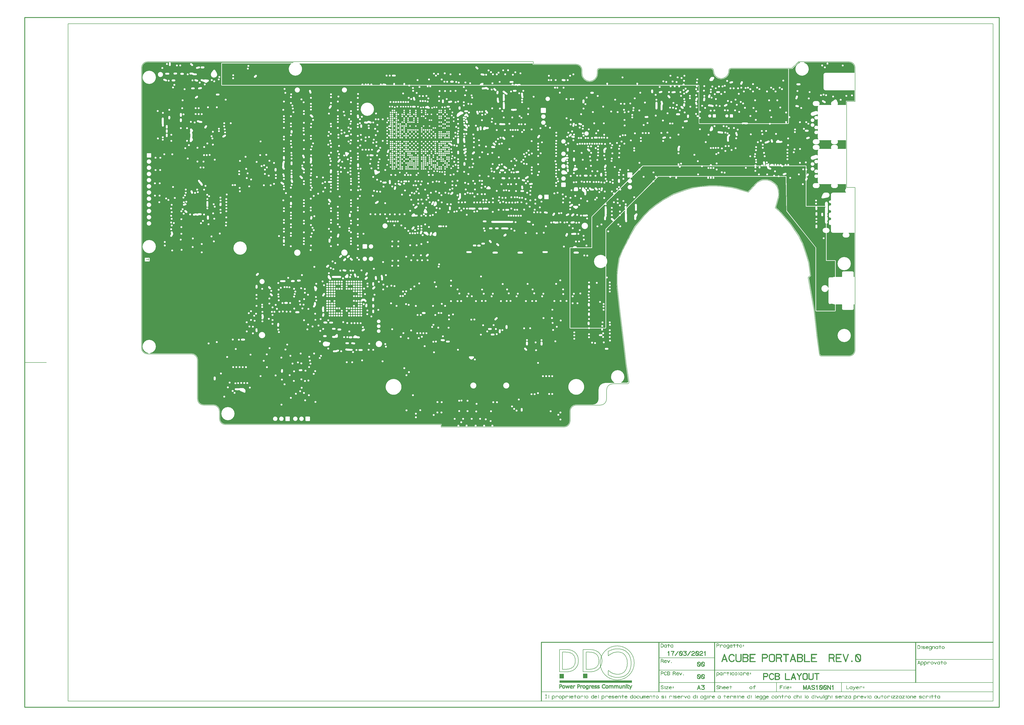
<source format=gbr>
*
G04 Job   : D:\Pd-Master\Mas\Mas100n1 ACB_0001_0\Mas100n1 ACUBE_PORTABILE R_0.pcb*
G04 User  : DESKTOP-CUVV7JD:Shina*
G04 Layer : 5-Internal4.gbr*
G04 Date  : Wed Mar 17 17:59:34 2021*
G04 RSM MASTER DESIGN srl*
%ICAS*%
%MOMM*%
%FSLAX24Y24*%
%OFA0.0000B0.0000*%
G90*
G74*
%AMVB_RECTANGLE*
21,1,$1,$2,0,0,$3*
%
%ADD10C,0.15000*%
%ADD20C,0.20000*%
%ADD17C,0.20320*%
%ADD70C,0.25000*%
%ADD18C,0.25400*%
%ADD71C,0.30480*%
%ADD13C,0.35000*%
%ADD19C,0.38000*%
%ADD15C,0.40000*%
%ADD12C,0.50000*%
%ADD11C,0.50800*%
%ADD16C,0.53340*%
%ADD14C,0.58420*%
%ADD24C,0.63500*%
%ADD27C,0.76200*%
%ADD23C,0.81280*%
%ADD21C,1.27000*%
%ADD22C,1.52400*%
%ADD26O,2.54000X1.77800*%
%ADD25VB_RECTANGLE,1.52400X1.52400X180.00000*%
G01*
G36*
X2500Y1475000D02*
G02X4695Y1484693I22500D01*
G01Y741000*
G03X13422Y720989I27305*
G01X13423Y681751*
G03X14923Y680251I1500*
G01X32447*
G03X33947Y681751J1500*
G01Y693249*
G03X32447Y694749I1500*
G01X14923*
G03X13423Y693249J1500*
G01Y720989*
G03X32000Y713695I18577J20011*
X59305Y741000J27305*
X32000Y768305I27305*
X4695Y741000J27305*
G01Y1436000*
G03X21880Y1410640I27305*
G01Y836100*
G03X31000Y826980I9120*
X40120Y836100J9120*
X31000Y845220I9120*
X21880Y836100J9120*
G01Y861500*
G03X31000Y852380I9120*
X40120Y861500J9120*
X31000Y870620I9120*
X21880Y861500J9120*
G01Y886900*
G03X31000Y877780I9120*
X40120Y886900J9120*
X31000Y896020I9120*
X21880Y886900J9120*
G01Y912300*
G03X31000Y903180I9120*
X40120Y912300J9120*
X31000Y921420I9120*
X21880Y912300J9120*
G01Y937700*
G03X31000Y928580I9120*
X40120Y937700J9120*
X31000Y946820I9120*
X21880Y937700J9120*
G01Y963100*
G03X31000Y953980I9120*
X40120Y963100J9120*
X31000Y972220I9120*
X21880Y963100J9120*
G01Y988500*
G03X31000Y979380I9120*
X40120Y988500J9120*
X31000Y997620I9120*
X21880Y988500J9120*
G01Y1013900*
G03X31000Y1004780I9120*
X40120Y1013900J9120*
X31000Y1023020I9120*
X21880Y1013900J9120*
G01Y1039300*
G03X31000Y1030180I9120*
X40120Y1039300J9120*
X31000Y1048420I9120*
X21880Y1039300J9120*
G01Y1064700*
G03X31000Y1055580I9120*
X40120Y1064700J9120*
X31000Y1073820I9120*
X21880Y1064700J9120*
G01Y1090100*
G03X31000Y1080980I9120*
X40120Y1090100J9120*
X31000Y1099220I9120*
X21880Y1090100J9120*
G01Y1107880*
G03X23380Y1106380I1500*
G01X38620*
G03X40120Y1107880J1500*
G01Y1123120*
G03X38620Y1124620I1500*
G01X23380*
G03X21880Y1123120J1500*
G01Y1410640*
G03X32000Y1408695I10120J25360*
X51360Y1416745J27305*
G01Y950200*
G03X55400Y946160I4040*
X59440Y950200J4040*
X55400Y954240I4040*
X51360Y950200J4040*
G01Y1000800*
G03X55400Y996760I4040*
X59440Y1000800J4040*
X55400Y1004840I4040*
X51360Y1000800J4040*
G01Y1416745*
G03X53860Y1419638I19360J19255*
G01Y1055200*
G03X57900Y1051160I4040*
X61940Y1055200J4040*
X57900Y1059240I4040*
X53860Y1055200J4040*
G01Y1105800*
G03X57900Y1101760I4040*
X61940Y1105800J4040*
X57900Y1109840I4040*
X53860Y1105800J4040*
G01Y1419638*
G03X59305Y1436000I21860J16362*
X32000Y1463305I27305*
X4695Y1436000J27305*
G01Y1484693*
G02X25000Y1497500I20305J9693*
G01X62660*
Y1297700*
G03X63360Y1295427I4040*
G01Y1185100*
G03X67400Y1181060I4040*
X69260Y1181514J4040*
G01Y923300*
G03X73300Y919260I4040*
X77340Y923300J4040*
X73300Y927340I4040*
X69260Y923300J4040*
G01Y1181514*
G03X70460Y1182462I1860J3586*
G01Y950200*
G03X74500Y946160I4040*
X78540Y950200J4040*
X74500Y954240I4040*
X70460Y950200J4040*
G01Y1182462*
G03X71060Y1183389I3060J2638*
G01Y1000800*
G03X75100Y996760I4040*
X79140Y1000800J4040*
X75100Y1004840I4040*
X71060Y1000800J4040*
G01Y1183389*
G03X71440Y1185100I3660J1711*
X67400Y1189140I4040*
X63360Y1185100J4040*
G01Y1295427*
G03X66700Y1293660I3340J2273*
X70740Y1297700J4040*
X66700Y1301740I4040*
X62660Y1297700J4040*
G01Y1497500*
X67500*
Y1447500*
G03X72960Y1438289I10500*
G01Y1055200*
G03X77000Y1051160I4040*
X81040Y1055200J4040*
X77000Y1059240I4040*
X72960Y1055200J4040*
G01Y1438289*
G03X73560Y1437985I5040J9211*
G01Y1105800*
G03X77600Y1101760I4040*
X81640Y1105800J4040*
X77600Y1109840I4040*
X73560Y1105800J4040*
G01Y1437985*
G03X78000Y1437000I4440J9515*
X83460Y1438531J10500*
G01Y1267000*
G03X83461Y1266919I4040*
G02Y1266903I759J16*
G01X83560Y1259993*
Y1259982*
Y1259972*
X83461Y1252090*
Y1252089*
G02Y1252075I750*
G03X83460Y1252000I4039J75*
X83461Y1251919I4040*
G02Y1251903I759J16*
G01X83560Y1244981*
G02Y1244975I750J22*
G01Y1179900*
G03X87600Y1175860I4040*
X89760Y1176486J4040*
G01Y1120000*
G03X91760Y1116513I4040*
G01Y745400*
G03X95800Y741360I4040*
X99840Y745400J4040*
X95800Y749440I4040*
X91760Y745400J4040*
G01Y760000*
G03X95800Y755960I4040*
X99840Y760000J4040*
X95800Y764040I4040*
X91760Y760000J4040*
G01Y1116513*
G03X93800Y1115960I2040J3487*
X97360Y1118090J4040*
G01Y938600*
G03X101400Y934560I4040*
X105440Y938600J4040*
X101400Y942640I4040*
X97360Y938600J4040*
G01Y1118090*
G03X97840Y1120000I3560J1910*
X93800Y1124040I4040*
X89760Y1120000J4040*
G01Y1176486*
G03X91640Y1179900I2160J3414*
X87600Y1183940I4040*
X83560Y1179900J4040*
G01Y1189900*
G03X87600Y1185860I4040*
X91640Y1189900J4040*
X87600Y1193940I4040*
X83560Y1189900J4040*
G01Y1244975*
G02Y1244966I750J16*
G03X83570Y1244715I4040J34*
G02X83571Y1244700I748J53*
G01X84066Y1237078*
G02X84067Y1237063I748J59*
G03X88100Y1233260I4033J237*
X92140Y1237300J4040*
X92130Y1237585I4040*
G02X92129Y1237600I748J53*
G01X91639Y1245141*
G02X91638Y1245179I749J48*
G01X91540Y1252007*
Y1252018*
Y1252028*
X91639Y1259910*
Y1259912*
G02Y1259925I750J1*
G03X91640Y1260000I4039J75*
X91639Y1260081I4040*
G02Y1260097I759J16*
G01X91540Y1267019*
G02Y1267034I750J22*
G03X87500Y1271041I4040J33*
X83460Y1267001J4040*
G01Y1267000*
Y1438531*
G03X84060Y1438925I5460J8969*
G01Y1290000*
G03X88100Y1285960I4040*
X92140Y1290000J4040*
X88100Y1294040I4040*
X84060Y1290000J4040*
G01Y1438925*
G03X88500Y1447500I6060J8575*
X78000Y1458000I10500*
X67500Y1447500J10500*
G01Y1497500*
X81760*
Y1474200*
G03X85800Y1470160I4040*
X89260Y1472114J4040*
G01Y1426400*
G03X91813Y1422644I4040*
G02X91826Y1422638I276J698*
G01X99457Y1419566*
G02X99470Y1419561I271J699*
G03X99960Y1419396I1530J3739*
G01Y1236300*
Y1236272*
G02Y1236261I750*
G01Y1229339*
G02Y1229328I750J11*
G01Y1229300*
Y1218800*
Y1218772*
G02Y1218761I750*
G01Y1211839*
G02Y1211828I750J11*
G01Y1211800*
Y1201300*
Y1201272*
G02Y1201261I750*
G01Y1194339*
G02Y1194328I750J11*
G01Y1194300*
G03X104000Y1190260I4040*
X106760Y1191350J4040*
G01Y932400*
G03X110800Y928360I4040*
X114840Y932400J4040*
X110800Y936440I4040*
X106760Y932400J4040*
G01Y1191350*
G03X108040Y1194300I2760J2950*
G01Y1194328*
G02Y1194339I750*
G01Y1201261*
G02Y1201272I750J11*
G01Y1201300*
G03X104000Y1205340I4040*
X99960Y1201300J4040*
G01Y1211800*
G03X104000Y1207760I4040*
X108040Y1211800J4040*
G01Y1211828*
G02Y1211839I750*
G01Y1218761*
G02Y1218772I750J11*
G01Y1218800*
G03X104000Y1222840I4040*
X99960Y1218800J4040*
G01Y1229300*
G03X104000Y1225260I4040*
X108040Y1229300J4040*
G01Y1229328*
G02Y1229339I750*
G01Y1236261*
G02Y1236272I750J11*
G01Y1236300*
G03X104000Y1240340I4040*
X99960Y1236300J4040*
G01Y1419396*
G03X101000Y1419260I1040J3904*
X105040Y1423300J4040*
X102487Y1427056I4040*
G02X102474Y1427062I276J698*
G01X94843Y1430134*
G02X94830Y1430139I271J699*
G03X93300Y1430440I1530J3739*
X89260Y1426400J4040*
G01Y1472114*
G03X89840Y1474200I3460J2086*
X85800Y1478240I4040*
X81760Y1474200J4040*
G01Y1497500*
X97360*
Y1450800*
G03X101379Y1446760I4040*
G02X101394I4J750*
G01X107760Y1446690*
Y1422200*
G03X110160Y1418508I4040*
G01Y1267100*
G03X114200Y1263060I4040*
X118001Y1265731J4040*
G01Y784900*
G03X122041Y780860I4040*
X122260Y780866J4040*
G01Y725000*
G03X126300Y720960I4040*
X130340Y725000J4040*
X126300Y729040I4040*
X122260Y725000J4040*
G01Y780866*
G03X125598Y782985I219J4034*
G02X125606Y782998I661J356*
G01X129827Y790730*
G02X129835Y790743I664J350*
G03X130340Y792700I3535J1957*
X130172Y793853I4040*
G02X130168Y793867I719J214*
G01X128089Y800993*
G02X128085Y801008I717J221*
G03X124200Y803940I3885J1108*
X120160Y799900J4040*
X120328Y798747I4040*
G02X120332Y798733I719J214*
G01X121867Y793469*
G02X121897Y793259I720J210*
X121806Y792899I750*
G01X118514Y786870*
G02X118506Y786857I664J350*
G03X118001Y784900I3535J1957*
G01Y812400*
G03X122041Y808360I4040*
X126081Y812400J4040*
X122041Y816440I4040*
X118001Y812400J4040*
G01Y839900*
G03X120160Y836325I4040*
G01Y827400*
G03X124200Y823360I4040*
X128240Y827400J4040*
X124200Y831440I4040*
X120160Y827400J4040*
G01Y836325*
G03X122041Y835860I1881J3575*
X126081Y839900J4040*
X122041Y843940I4040*
X118001Y839900J4040*
G01Y867400*
G03X120160Y863825I4040*
G01Y854900*
G03X124200Y850860I4040*
X128240Y854900J4040*
X124200Y858940I4040*
X120160Y854900J4040*
G01Y863825*
G03X122041Y863360I1881J3575*
X126081Y867400J4040*
X122041Y871440I4040*
X118001Y867400J4040*
G01Y897400*
G03X120160Y893825I4040*
G01Y882400*
G03X124200Y878360I4040*
X128240Y882400J4040*
X124200Y886440I4040*
X120160Y882400J4040*
G01Y893825*
G03X122041Y893360I1881J3575*
X126081Y897400J4040*
X122041Y901440I4040*
X118001Y897400J4040*
G01Y1265731*
G03X118239Y1267006I3801J1369*
G02Y1267021I750J17*
G01X118437Y1273844*
G02X118438Y1273859I757J11*
G03X118440Y1274000I4038J141*
X114400Y1278040I4040*
X110361Y1274094J4040*
G02Y1274079I750J17*
G01X110163Y1267256*
G02X110162Y1267241I757J11*
G03X110160Y1267100I4038J141*
G01Y1418508*
G03X110360Y1418425I1640J3692*
G01Y1302500*
G03X114400Y1298460I4040*
X118440Y1302500J4040*
X114400Y1306540I4040*
X110360Y1302500J4040*
G01Y1418425*
G03X111800Y1418160I1440J3775*
X115840Y1422200J4040*
X111800Y1426240I4040*
X107760Y1422200J4040*
G01Y1446690*
X110417Y1446661*
G02X110419I2J750*
X110432J750*
G03X110500Y1446660I68J4039*
X114540Y1450700J4040*
X110521Y1454740I4040*
G02X110506I4J750*
G01X101483Y1454839*
G02X101481I2J750*
X101468J750*
G03X101400Y1454840I68J4039*
X97360Y1450800J4040*
G01Y1497500*
X100560*
Y1490700*
G03X104600Y1486660I4040*
X108640Y1490700J4040*
X104600Y1494740I4040*
X100560Y1490700J4040*
G01Y1497500*
X114142*
G02X114892Y1496750J750*
X114543Y1496116I750*
G03X112660Y1492700I2157J3416*
G01Y1492672*
G02Y1492661I750*
G01Y1486139*
G02Y1486128I750J11*
G01Y1486100*
G03X116700Y1482060I4040*
X118660Y1482567J4040*
G01Y1175100*
G03X120160Y1171958I4040*
G01Y912400*
G03X124200Y908360I4040*
X128240Y912400J4040*
X124200Y916440I4040*
X120160Y912400J4040*
G01Y1171958*
G03X122700Y1171060I2540J3142*
X122760J4040*
G01Y1120000*
G03X125660Y1116124I4040*
G01Y985800*
G03X128919Y981836I4040*
G01Y837600*
G03X132959Y833560I4040*
X136999Y837600J4040*
X132959Y841640I4040*
X128919Y837600J4040*
G01Y981836*
G03X129700Y981760I781J3964*
X132960Y983414J4040*
G01Y940700*
G03X137000Y936660I4040*
X141040Y940700J4040*
X137000Y944740I4040*
X132960Y940700J4040*
G01Y983414*
G03X133740Y985800I3260J2386*
X129700Y989840I4040*
X125660Y985800J4040*
G01Y1116124*
G03X126800Y1115960I1140J3876*
X130840Y1120000J4040*
X126800Y1124040I4040*
X122760Y1120000J4040*
G01Y1171060*
G03X126740Y1175100I60J4040*
X122700Y1179140I4040*
X118660Y1175100J4040*
G01Y1200100*
G03X122700Y1196060I4040*
X126740Y1200100J4040*
X122700Y1204140I4040*
X118660Y1200100J4040*
G01Y1482567*
G03X120740Y1486100I1960J3533*
G01Y1486128*
G02Y1486139I750*
G01Y1492661*
G02Y1492672I750J11*
G01Y1492700*
G03X118857Y1496116I4040*
G02X118508Y1496750I401J634*
X119258Y1497500I750*
G01X123960*
Y1423300*
G03X125660Y1420007I4040*
G01Y1394300*
G03X129700Y1390260I4040*
X133740Y1394300J4040*
X129700Y1398340I4040*
X125660Y1394300J4040*
G01Y1420007*
G03X128000Y1419260I2340J3293*
X128023J4040*
G02X128028I5J750*
X128039J750*
G01X130960*
Y1405000*
G03X135000Y1400960I4040*
X139040Y1405000J4040*
X135000Y1409040I4040*
X130960Y1405000J4040*
G01Y1419260*
X135261*
G02X135272I11J750*
X135277J750*
G03X135300I23J4040*
X139340Y1423300J4040*
X135300Y1427340I4040*
X135277J4040*
G02X135272I5J750*
X135261J750*
G01X128039*
G02X128028I11J750*
X128023J750*
G03X128000I23J4040*
X123960Y1423300J4040*
G01Y1497500*
X131460*
Y1451400*
G03X135500Y1447360I4040*
X135581Y1447361J4040*
G02X135596I15J750*
G01X135597*
X142618Y1447460*
G02X142633I21J750*
G03X146640Y1451500I33J4040*
X142600Y1455540I4040*
X142519Y1455539J4040*
G02X142504I15J750*
G01X142503*
X135482Y1455440*
G02X135467I21J750*
G03X131460Y1451400I33J4040*
G01Y1497500*
X141460*
Y1484600*
G03X145500Y1480560I4040*
X149540Y1484600J4040*
X145500Y1488640I4040*
X141460Y1484600J4040*
G01Y1497500*
X155360*
Y1484800*
G03X157260Y1481373I4040*
G01Y769600*
G03X160760Y765596I4040*
G01Y727500*
G03X164800Y723460I4040*
X168840Y727500J4040*
X164800Y731540I4040*
X160760Y727500J4040*
G01Y765596*
G03X161300Y765560I540J4004*
X165340Y769600J4040*
X161300Y773640I4040*
X157260Y769600J4040*
G01Y1481373*
G03X157660Y1481154I2140J3427*
G01Y1285800*
Y1285772*
G02Y1285761I750*
G01Y1277639*
G02Y1277628I750J11*
G01Y1277600*
Y1263700*
Y1263672*
G02Y1263661I750*
G01Y1256039*
G02Y1256028I750J11*
G01Y1256000*
Y1227300*
G03X159860Y1223703I4040*
G01Y793500*
G03X163900Y789460I4040*
X167940Y793500J4040*
X163900Y797540I4040*
X159860Y793500J4040*
G01Y821000*
G03X163900Y816960I4040*
X167940Y821000J4040*
X163900Y825040I4040*
X159860Y821000J4040*
G01Y853500*
G03X163900Y849460I4040*
X167940Y853500J4040*
X163900Y857540I4040*
X159860Y853500J4040*
G01Y886000*
G03X163900Y881960I4040*
X167940Y886000J4040*
X163900Y890040I4040*
X159860Y886000J4040*
G01Y1223703*
G03X161700Y1223260I1840J3597*
X164960Y1224914J4040*
G01Y894400*
G03X169000Y890360I4040*
X169360Y890376J4040*
G01Y875900*
G03X173400Y871860I4040*
X177440Y875900J4040*
X173400Y879940I4040*
X169360Y875900J4040*
G01Y890376*
G03X173040Y894400I360J4024*
X169000Y898440I4040*
X164960Y894400J4040*
G01Y1224914*
G03X165740Y1227300I3260J2386*
X161700Y1231340I4040*
X157660Y1227300J4040*
G01Y1256000*
G03X161700Y1251960I4040*
X165740Y1256000J4040*
G01Y1256028*
G02Y1256039I750*
G01Y1263661*
G02Y1263672I750J11*
G01Y1263700*
G03X161700Y1267740I4040*
X157660Y1263700J4040*
G01Y1277600*
G03X161700Y1273560I4040*
X165740Y1277600J4040*
G01Y1277628*
G02Y1277639I750*
G01Y1285761*
G02Y1285772I750J11*
G01Y1285800*
G03X161700Y1289840I4040*
X157660Y1285800J4040*
G01Y1481154*
G03X159360Y1480760I1740J3646*
G01Y1450400*
G03X163260Y1446362I4040*
G01Y1309200*
G03X167300Y1305160I4040*
X168460Y1305330J4040*
G01Y942100*
G03X170160Y938807I4040*
G01Y912600*
G03X174200Y908560I4040*
X175534Y908786J4040*
G02X175548Y908791I247J707*
G01X175960Y908933*
Y887300*
G03X177252Y884339I4040*
G02X177263Y884328I510J550*
G01X182108Y879780*
G02X182119Y879770I506J554*
G03X184900Y878660I2781J2930*
X188940Y882700J4040*
X187648Y885661I4040*
G02X187637Y885672I510J550*
G01X182792Y890220*
G02X182781Y890230I506J554*
G03X180000Y891340I2781J2930*
X175960Y887300J4040*
G01Y908933*
X182175Y911066*
G02X182190Y911071I254J705*
G03X184940Y914900I1290J3829*
X180900Y918940I4040*
X179566Y918714J4040*
G02X179552Y918709I247J707*
G01X172925Y916434*
G02X172910Y916429I254J705*
G03X170160Y912600I1290J3829*
G01Y923000*
G03X174200Y918960I4040*
X178240Y923000J4040*
X174200Y927040I4040*
X170160Y923000J4040*
G01Y938807*
G03X172500Y938060I2340J3293*
X176540Y942100J4040*
X172500Y946140I4040*
X168460Y942100J4040*
G01Y1305330*
G03X168760Y1305433I1160J3870*
G01Y1283900*
G03X172800Y1279860I4040*
X174660Y1280314J4040*
G01Y951200*
G03X178700Y947160I4040*
X180160Y947433J4040*
G01Y925000*
G03X184200Y920960I4040*
X188240Y925000J4040*
X184200Y929040I4040*
X180160Y925000J4040*
G01Y947433*
G03X182740Y951200I1460J3767*
X178700Y955240I4040*
X174660Y951200J4040*
G01Y1280314*
G03X175960Y1281383I1860J3586*
G01Y1145100*
G03X177960Y1141613I4040*
G01Y962000*
G03X182000Y957960I4040*
X186040Y962000J4040*
X182000Y966040I4040*
X177960Y962000J4040*
G01Y975000*
G03X182000Y970960I4040*
X186040Y975000J4040*
X182000Y979040I4040*
X177960Y975000J4040*
G01Y1141613*
G03X180000Y1141060I2040J3487*
X184040Y1145100J4040*
X180000Y1149140I4040*
X175960Y1145100J4040*
G01Y1281383*
G03X176840Y1283900I3160J2517*
X172800Y1287940I4040*
X168760Y1283900J4040*
G01Y1305433*
G03X171340Y1309200I1460J3767*
X167300Y1313240I4040*
X163260Y1309200J4040*
G01Y1446362*
G03X163306Y1446361I140J4038*
G02X163321I17J750*
G01X164960Y1446313*
Y1341600*
G03X169000Y1337560I4040*
X173040Y1341600J4040*
X169000Y1345640I4040*
X164960Y1341600J4040*
G01Y1446313*
X170144Y1446163*
G02X170159Y1446162I11J750*
G03X170300Y1446160I141J4038*
X173060Y1447250J4040*
G01Y1387200*
G03X177100Y1383160I4040*
X181140Y1387200J4040*
X177100Y1391240I4040*
X173060Y1387200J4040*
G01Y1447250*
G03X174340Y1450200I2760J2950*
X170394Y1454239I4040*
G02X170379I17J750*
G01X163556Y1454437*
G02X163541Y1454438I11J750*
G03X163400Y1454440I141J4038*
X159360Y1450400J4040*
G01Y1480760*
G03X159400I40J4040*
X163440Y1484800J4040*
X159400Y1488840I4040*
X155360Y1484800J4040*
G01Y1497500*
X183160*
Y1175200*
G03X185860Y1171389I4040*
G01Y1102500*
G03X189900Y1098460I4040*
X193940Y1102500J4040*
X189900Y1106540I4040*
X185860Y1102500J4040*
G01Y1171389*
G03X187200Y1171160I1340J3811*
X190860Y1173489J4040*
G01Y1157500*
G03X194900Y1153460I4040*
X195960Y1153602J4040*
G01Y873100*
G03X200000Y869060I4040*
X204040Y873100J4040*
X200000Y877140I4040*
X195960Y873100J4040*
G01Y1153602*
G03X198940Y1157500I1060J3898*
X194900Y1161540I4040*
X190860Y1157500J4040*
G01Y1173489*
G03X191240Y1175200I3660J1711*
X187200Y1179240I4040*
X183160Y1175200J4040*
G01Y1227200*
G03X187200Y1223160I4040*
X191240Y1227200J4040*
X187200Y1231240I4040*
X183160Y1227200J4040*
G01Y1497500*
X185760*
Y1448200*
G03X189800Y1444160I4040*
X193840Y1448200J4040*
X189800Y1452240I4040*
X185760Y1448200J4040*
G01Y1497500*
X196860*
Y1451400*
G03X198460Y1448180I4040*
G01Y1173800*
G03X201160Y1169989I4040*
G01Y968300*
G03X201490Y966701I4040*
G02X201495Y966688I689J296*
G01X204267Y960156*
G02X204272Y960143I687J302*
G03X206260Y958054I3728J1557*
G01Y739200*
G03X210300Y735160I4040*
X214340Y739200J4040*
X210300Y743240I4040*
X206260Y739200J4040*
G01Y958054*
G03X206960Y957796I1740J3646*
G01Y774400*
G03X211000Y770360I4040*
X215040Y774400J4040*
X211000Y778440I4040*
X206960Y774400J4040*
G01Y957796*
G03X208000Y957660I1040J3904*
X211160Y959183J4040*
G01Y871700*
G03X215200Y867660I4040*
X216114Y867765J4040*
G02X216128Y867768I169J731*
G01X223292Y869388*
G02X223457Y869407I165J731*
X223664Y869377J750*
G01X229046Y867828*
G02X229061Y867824I197J724*
G03X230200Y867660I1139J3876*
X231814Y867996J4040*
G02X231828Y868002I299J687*
G01X236946Y870196*
G02X237242Y870256I296J690*
X237319Y870252J750*
G01X240360Y869935*
Y837200*
G03X243460Y833271I4040*
G01Y717400*
G03X247500Y713360I4040*
X251540Y717400J4040*
X247500Y721440I4040*
X243460Y717400J4040*
G01Y751600*
G03X247500Y747560I4040*
X251540Y751600J4040*
X247500Y755640I4040*
X243460Y751600J4040*
G01Y833271*
G03X244400Y833160I940J3929*
X248440Y837200J4040*
X244400Y841240I4040*
X240360Y837200J4040*
G01Y869935*
X242742Y869686*
G02X242757Y869684I67J747*
G03X243200Y869660I443J4016*
X247240Y873700J4040*
X243596Y877721I4040*
G02X243581Y877722I74J746*
G01X236958Y878414*
G02X236943Y878416I67J747*
G03X236500Y878440I443J4016*
X234886Y878104J4040*
G02X234872Y878098I299J687*
G01X230179Y876086*
G02X229883Y876026I296J690*
X229676Y876055J750*
G01X224754Y877472*
G02X224739Y877476I197J724*
G03X223600Y877640I1139J3876*
X222686Y877535J4040*
G02X222671Y877532I169J731*
G01X214347Y875649*
G02X214332Y875646I177J729*
G03X211160Y871700I868J3946*
G01Y959183*
G03X212040Y961700I3160J2517*
X211710Y963299I4040*
G02X211705Y963312I689J296*
G01X208933Y969844*
G02X208928Y969857I687J302*
G03X205200Y972340I3728J1557*
X201160Y968300J4040*
G01Y1169989*
G03X202500Y1169760I1340J3811*
X205659Y1171282J4040*
G02X205669Y1171294I587J467*
G01X210621Y1177434*
G02X210630Y1177446I590J462*
G03X211540Y1180000I3130J2554*
X211158Y1181714I4040*
G02X211152Y1181728I680J318*
G01X208238Y1188041*
G02X208169Y1188355I681J314*
X208186Y1188513I750*
G01X209241Y1193412*
G02X209245Y1193427I736J147*
G03X209340Y1194300I3945J873*
G01Y1194328*
G02Y1194339I750*
G01Y1202461*
G02Y1202472I750J11*
G01Y1202500*
G03X209062Y1203972I4040*
G02X209057Y1203986I699J273*
G01X207434Y1208206*
G02X207384Y1208475I700J269*
X207507Y1208887I750*
G01X211356Y1214750*
G02X211364Y1214763I633J402*
G03X212040Y1217000I3364J2237*
X211040Y1219661I4040*
G02X211030Y1219673I564J494*
G01X206580Y1224815*
G02X206570Y1224826I560J499*
G03X203500Y1226240I3070J2626*
X199460Y1222200J4040*
X199479Y1221810I4040*
G02X199480Y1221795I747J73*
G01X200319Y1212616*
G02X200323Y1212540I746J76*
X200078Y1211985I750*
G03X198760Y1209000I2722J2985*
X199038Y1207528I4040*
G02X199043Y1207514I699J273*
G01X201210Y1201880*
G02X201260Y1201611I700J269*
G01Y1194339*
G02Y1194328I750J11*
G01Y1194300*
G02X201237Y1194117I750*
G01X199977Y1188764*
G02X199973Y1188749I733J161*
G03X199878Y1188179I3927J949*
G02X199876Y1188163I747J70*
G01X198484Y1174240*
G02X198482Y1174225I747J63*
G03X198460Y1173800I4018J425*
G01Y1448180*
G03X198760Y1447973I2440J3220*
G01Y1253200*
G03X202800Y1249160I4040*
X206840Y1253200J4040*
X202800Y1257240I4040*
X198760Y1253200J4040*
G01Y1447973*
G03X200900Y1447360I2140J3427*
X200979Y1447361J4040*
G02X200994I15J750*
G01X200995*
X203960Y1447402*
Y1390600*
G03X207964Y1386560I4040*
G02X207979I6J750*
G01X214360Y1386467*
Y1250600*
G03X215960Y1247380I4040*
G01Y961500*
G03X220000Y957460I4040*
X224040Y961500J4040*
X220000Y965540I4040*
X215960Y961500J4040*
G01Y1247380*
G03X218400Y1246560I2440J3220*
X222440Y1250600J4040*
X218400Y1254640I4040*
X214360Y1250600J4040*
G01Y1386467*
X214804Y1386461*
G02X214818I1J750*
G03X214900Y1386460I82J4039*
X218460Y1388590J4040*
G01Y1285300*
G03X222500Y1281260I4040*
X224860Y1282021J4040*
G01Y975300*
G03X227360Y971565I4040*
G01Y964600*
G03X231400Y960560I4040*
X235440Y964600J4040*
X231400Y968640I4040*
X227360Y964600J4040*
G01Y971565*
G03X228900Y971260I1540J3735*
X232940Y975300J4040*
X228900Y979340I4040*
X224860Y975300J4040*
G01Y1282021*
G03X225960Y1283214I2360J3279*
G01Y1090200*
G03X230000Y1086160I4040*
X231760Y1086564J4040*
G01Y1011600*
G03X232433Y1009367I4040*
G02X232441Y1009355I625J414*
G01X236200Y1003618*
G02X236208Y1003605I621J420*
G03X236760Y1002927I3392J2195*
G02X236771Y1002916I527J534*
G01X241067Y998620*
G02X241192Y998453I531J530*
G01X244447Y992577*
G02X244454Y992564I651J373*
G03X248000Y990460I3546J1936*
X248460Y990486J4040*
G01Y846500*
G03X252500Y842460I4040*
X256540Y846500J4040*
X252500Y850540I4040*
X248460Y846500J4040*
G01Y990486*
G03X252040Y994500I460J4014*
X251523Y996478I4040*
G02X251515Y996491I654J367*
G01X247953Y1002923*
G02X247946Y1002936I651J373*
G03X247240Y1003873I3546J1936*
G02X247229Y1003884I527J534*
G01X242806Y1008308*
G02X242709Y1008427I530J530*
G01X239200Y1013782*
G02X239192Y1013795I622J420*
G03X235800Y1015640I3392J2195*
X231760Y1011600J4040*
G01Y1086564*
G03X234040Y1090200I1760J3636*
X230000Y1094240I4040*
X225960Y1090200J4040*
G01Y1146600*
G03X230000Y1142560I4040*
X234040Y1146600J4040*
X230000Y1150640I4040*
X225960Y1146600J4040*
G01Y1283214*
G03X226540Y1285300I3460J2086*
X222500Y1289340I4040*
X218460Y1285300J4040*
G01Y1309200*
G03X222500Y1305160I4040*
X226540Y1309200J4040*
X222500Y1313240I4040*
X218460Y1309200J4040*
G01Y1388590*
G03X218940Y1390500I3560J1910*
X214936Y1394540I4040*
G02X214921I6J750*
G01X208096Y1394639*
G02X208082I1J750*
G03X208000Y1394640I82J4039*
X203960Y1390600J4040*
G01Y1447402*
X205460Y1447423*
Y1423400*
G03X209500Y1419360I4040*
X213540Y1423400J4040*
X209500Y1427440I4040*
X205460Y1423400J4040*
G01Y1447423*
X207138Y1447446*
G02X207149I11J750*
X207444Y1447386J750*
G01X214172Y1444502*
G02X214186Y1444496I285J693*
G03X215800Y1444160I1614J3704*
X215823J4040*
G02X215828I5J750*
X215839J750*
G01X217160*
Y1424200*
G03X219260Y1420656I4040*
G01Y1352500*
G03X223300Y1348460I4040*
X225685Y1349239J4040*
G02X225697Y1349248I442J606*
G01X227360Y1350449*
Y1255800*
G03X230145Y1251960I4040*
G02X230160Y1251955I233J713*
G01X237885Y1249380*
G02X237900Y1249375I226J715*
G03X238460Y1249228I1300J3825*
G01Y1065800*
G03X242500Y1061760I4040*
X246540Y1065800J4040*
X242500Y1069840I4040*
X238460Y1065800J4040*
G01Y1249228*
G03X238804Y1249179I740J3972*
G02X238819Y1249178I74J746*
G01X245442Y1248486*
G02X245457Y1248484I67J747*
G03X245900Y1248460I443J4016*
X249940Y1252500J4040*
X246296Y1256521I4040*
G02X246281Y1256522I74J746*
G01X240140Y1257164*
G02X239981Y1257198I78J746*
G01X232715Y1259620*
G02X232700Y1259625I226J715*
G03X231400Y1259840I1300J3825*
X227360Y1255800J4040*
G01Y1350449*
X230960Y1353049*
Y1285000*
G03X235000Y1280960I4040*
X239040Y1285000J4040*
X235000Y1289040I4040*
X230960Y1285000J4040*
G01Y1309200*
G03X235000Y1305160I4040*
X239040Y1309200J4040*
X235000Y1313240I4040*
X230960Y1309200J4040*
G01Y1353049*
X231034Y1353102*
G02X231046Y1353111I448J601*
G03X232740Y1356400I2346J3289*
X228700Y1360440I4040*
X226315Y1359661J4040*
G02X226303Y1359652I442J606*
G01X220966Y1355798*
G02X220954Y1355789I448J601*
G03X219260Y1352500I2346J3289*
G01Y1420656*
G03X220194Y1420287I1940J3544*
G02X220209Y1420283I186J726*
G01X227735Y1418303*
G02X227749Y1418299I181J728*
G03X228800Y1418160I1051J3901*
X232360Y1420290J4040*
G01Y1390400*
G03X236400Y1386360I4040*
X237215Y1386443J4040*
G02X237229Y1386446I151J735*
G01X243460Y1387692*
Y1284900*
G03X247500Y1280860I4040*
X250860Y1282657J4040*
G01Y1065800*
G03X252860Y1062313I4040*
G01Y872700*
G03X256900Y868660I4040*
X260940Y872700J4040*
X256900Y876740I4040*
X252860Y872700J4040*
G01Y1062313*
G03X253260Y1062108I2040J3487*
G01Y974700*
G03X257300Y970660I4040*
X261340Y974700J4040*
X257300Y978740I4040*
X253260Y974700J4040*
G01Y1062108*
G03X254900Y1061760I1640J3692*
X258940Y1065800J4040*
X254900Y1069840I4040*
X250860Y1065800J4040*
G01Y1089900*
G03X254900Y1085860I4040*
X258940Y1089900J4040*
X254900Y1093940I4040*
X250860Y1089900J4040*
G01Y1282657*
G03X251540Y1284900I3360J2243*
X247500Y1288940I4040*
X243460Y1284900J4040*
G01Y1387692*
X245156Y1388031*
G02X245170Y1388034I157J733*
G03X248440Y1392000I770J3966*
X244400Y1396040I4040*
X243585Y1395957J4040*
G02X243571Y1395954I151J735*
G01X235644Y1394369*
G02X235630Y1394366I157J733*
G03X232360Y1390400I770J3966*
G01Y1420290*
G03X232840Y1422200I3560J1910*
X229806Y1426113I4040*
G02X229791Y1426117I186J726*
G01X222266Y1428097*
G02X222251Y1428101I180J728*
G03X221200Y1428240I1051J3901*
X217160Y1424200J4040*
G01Y1444160*
X223561*
G02X223572I11J750*
X223577J750*
G03X223600I23J4040*
X227640Y1448200J4040*
X223600Y1452240I4040*
X223577J4040*
G02X223572I5J750*
X223561J750*
G01X216783*
G02X216488Y1452301J750*
G01X209728Y1455198*
G02X209714Y1455204I285J693*
G03X208100Y1455540I1614J3704*
X208021Y1455539J4040*
G02X208006I15J750*
G01X208005*
X200882Y1455440*
G02X200867I22J750*
G03X196860Y1451400I33J4040*
G01Y1497500*
X199460*
Y1490600*
G03X200785Y1487609I4040*
G02X200796Y1487599I505J556*
G01X205640Y1483150*
G02X205651Y1483140I499J560*
G03X208400Y1482060I2749J2960*
X212440Y1486100J4040*
X211115Y1489091I4040*
G02X211104Y1489101I505J556*
G01X206260Y1493550*
G02X206249Y1493560I499J560*
G03X203500Y1494640I2749J2960*
X199460Y1490600J4040*
G01Y1497500*
X223860*
Y1474600*
G03X227900Y1470560I4040*
X228913Y1470689J4040*
G02X228929Y1470693I188J726*
G01X235160Y1472269*
Y1414200*
G03X239200Y1410160I4040*
X243240Y1414200J4040*
X239200Y1418240I4040*
X235160Y1414200J4040*
G01Y1472269*
X237553Y1472874*
G02X237568Y1472878I195J724*
G03X240640Y1476800I968J3922*
X236600Y1480840I4040*
X235587Y1480711J4040*
G02X235571Y1480707I188J726*
G01X226947Y1478526*
G02X226932Y1478522I195J724*
G03X223860Y1474600I968J3922*
G01Y1497500*
X242860*
Y1476800*
G03X242960Y1475907I4040*
G01Y1424800*
G03X245745Y1420960I4040*
G02X245760Y1420955I233J713*
G01X252960Y1418555*
Y1116600*
G03X257000Y1112560I4040*
X258960Y1113067J4040*
G01Y990300*
G03X263000Y986260I4040*
X265860Y987447J4040*
G01Y953600*
G03X266460Y951482I4040*
G01Y897700*
G03X268760Y894054I4040*
G01Y864700*
G03X268761Y864591I4040*
G02X268762Y864576I756J20*
G01X268960Y855252*
G02Y855237I749J27*
G03X271360Y851608I4040J63*
G01Y832600*
G03X271560Y831345I4040*
G01Y343200*
G03X275600Y339160I4040*
X279640Y343200J4040*
X275600Y347240I4040*
X271560Y343200J4040*
G01Y831345*
G03X275400Y828560I3840J1255*
X279440Y832600J4040*
X275400Y836640I4040*
X271360Y832600J4040*
G01Y851608*
G03X273000Y851260I1640J3692*
X277040Y855300J4040*
X277039Y855409I4040*
G02X277038Y855424I756J20*
G01X276840Y864748*
G02Y864763I749J27*
G03X272800Y868740I4040J63*
X268760Y864700J4040*
G01Y894054*
G03X270500Y893660I1740J3646*
X274540Y897700J4040*
X270500Y901740I4040*
X266460Y897700J4040*
G01Y951482*
G03X266560Y951327I3440J2118*
G01Y924300*
Y924272*
G02Y924261I750*
G01Y915039*
G02Y915028I750J11*
G01Y915000*
G03X266562Y914872I4040*
G02Y914857I750J24*
G01X266760Y907232*
G02X266761Y907217I749J30*
G03X270800Y903260I4039J83*
X274840Y907300J4040*
X274838Y907428I4040*
G02Y907443I750J24*
G01X274640Y915043*
G02Y915062I750J19*
G01Y924261*
G02Y924272I750J11*
G01Y924300*
G03X270600Y928340I4040*
X266560Y924300J4040*
G01Y936500*
G03X270600Y932460I4040*
X274640Y936500J4040*
X270600Y940540I4040*
X266560Y936500J4040*
G01Y951327*
G03X269900Y949560I3340J2273*
X273760Y952408J4040*
G01Y948000*
G03X277800Y943960I4040*
X281840Y948000J4040*
X277800Y952040I4040*
X273760Y948000J4040*
G01Y952408*
G03X273940Y953600I3860J1192*
X269900Y957640I4040*
X265860Y953600J4040*
G01Y987447*
G03X267040Y990300I2860J2853*
X263000Y994340I4040*
X258960Y990300J4040*
G01Y1113067*
G03X261040Y1116600I1960J3533*
X257000Y1120640I4040*
X252960Y1116600J4040*
G01Y1418555*
X253200Y1418475*
G02X253298Y1418434I238J712*
G01X253460Y1418353*
Y1149900*
G03X257500Y1145860I4040*
X261540Y1149900J4040*
X257500Y1153940I4040*
X253460Y1149900J4040*
G01Y1418353*
X255860Y1417153*
Y1406800*
G03X257860Y1403313I4040*
G01Y1229600*
G03X261900Y1225560I4040*
X263960Y1226125J4040*
G01Y1116700*
G03X268000Y1112660I4040*
X272040Y1116700J4040*
X268000Y1120740I4040*
X263960Y1116700J4040*
G01Y1226125*
G03X265344Y1227489I2060J3475*
G02X265352Y1227501I640J392*
G01X266560Y1229447*
Y1164500*
G03X270600Y1160460I4040*
X274640Y1164500J4040*
X270600Y1168540I4040*
X266560Y1164500J4040*
G01Y1229447*
X268912Y1233236*
G02X268920Y1233250I643J385*
G03X269540Y1235400I3420J2150*
X265500Y1239440I4040*
X262056Y1237511J4040*
G02X262048Y1237499I640J392*
G01X258488Y1231764*
G02X258480Y1231750I643J385*
G03X257860Y1229600I3420J2150*
G01Y1403313*
G03X259900Y1402760I2040J3487*
X263940Y1406800J4040*
X259900Y1410840I4040*
X255860Y1406800J4040*
G01Y1417153*
X263359Y1413404*
G02X263372Y1413397I326J676*
G03X265200Y1412960I1828J3603*
X267460Y1413652J4040*
G02X267473Y1413660I420J622*
G01X268960Y1414651*
Y1313000*
G03X273000Y1308960I4040*
X275960Y1310250J4040*
G01Y1117300*
G03X280000Y1113260I4040*
X283560Y1115390J4040*
G01Y782700*
G03X287600Y778660I4040*
X291640Y782700J4040*
X287600Y786740I4040*
X283560Y782700J4040*
G01Y1115390*
G03X284040Y1117300I3560J1910*
X280000Y1121340I4040*
X275960Y1117300J4040*
G01Y1310250*
G03X277040Y1313000I2960J2750*
X273000Y1317040I4040*
X268960Y1313000J4040*
G01Y1414651*
X275209Y1418817*
G02X275221Y1418825I425J618*
G03X277040Y1422200I2221J3375*
X273462Y1426213I4040*
G02X273447Y1426215I86J746*
G01X263625Y1427406*
G02X263610Y1427408I80J746*
G03X263100Y1427440I510J4008*
X262499Y1427395J4040*
G02X262483Y1427393I112J742*
G01X255345Y1426361*
G02X255238Y1426353I107J742*
X255001Y1426392J750*
G01X248315Y1428620*
G02X248300Y1428625I226J715*
G03X247000Y1428840I1300J3825*
X242960Y1424800J4040*
G01Y1475907*
G03X246900Y1472760I3940J893*
X246923J4040*
G02X246928I5J750*
X246939J750*
G01X254761*
G02X254772I11J750*
X254777J750*
G03X254800I23J4040*
X258840Y1476800J4040*
X254800Y1480840I4040*
X254777J4040*
G02X254772I5J750*
X254761J750*
G01X246939*
G02X246928I11J750*
X246923J750*
G03X246900I23J4040*
X242860Y1476800J4040*
G01Y1497500*
X283860*
Y1194400*
G03X287260Y1190411I4040*
G01Y1185000*
G03X289260Y1181513I4040*
G01Y1159700*
G03X290360Y1156929I4040*
G01Y877500*
G03X293260Y873624I4040*
G01Y762300*
G03X296560Y758328I4040*
G01Y203800*
Y203772*
G02Y203761I750*
G01Y195439*
G02Y195428I750J11*
G01Y195400*
G03X300600Y191360I4040*
X304640Y195400J4040*
G01Y195428*
G02Y195439I750*
G01Y203761*
G02Y203772I750J11*
G01Y203800*
G03X300600Y207840I4040*
X296560Y203800J4040*
G01Y758328*
G03X297300Y758260I740J3972*
X301340Y762300J4040*
X297300Y766340I4040*
X293260Y762300J4040*
G01Y873624*
G03X294400Y873460I1140J3876*
X294960Y873499J4040*
G01Y855400*
G03X299000Y851360I4040*
X303040Y855400J4040*
X299000Y859440I4040*
X294960Y855400J4040*
G01Y873499*
G03X298440Y877500I560J4001*
X294400Y881540I4040*
X290360Y877500J4040*
G01Y1156929*
G03X292460Y1155748I2940J2771*
G01Y915000*
G03X296500Y910960I4040*
X296760Y910968J4040*
G01Y904800*
G03X300800Y900760I4040*
X304840Y904800J4040*
X300800Y908840I4040*
X296760Y904800J4040*
G01Y910968*
G03X300540Y915000I260J4032*
X296500Y919040I4040*
X292460Y915000J4040*
G01Y1155748*
G03X293300Y1155660I840J3952*
X296860Y1157790J4040*
G01Y1097800*
G03X300900Y1093760I4040*
X304940Y1097800J4040*
X300900Y1101840I4040*
X296860Y1097800J4040*
G01Y1157790*
G03X297340Y1159700I3560J1910*
X293300Y1163740I4040*
X289260Y1159700J4040*
G01Y1181513*
G03X291300Y1180960I2040J3487*
X295340Y1185000J4040*
X291300Y1189040I4040*
X287260Y1185000J4040*
G01Y1190411*
G03X287900Y1190360I640J3989*
X291940Y1194400J4040*
X287900Y1198440I4040*
X283860Y1194400J4040*
G01Y1497500*
X284560*
Y1424800*
G03X288600Y1420760I4040*
X289260Y1420814J4040*
G01Y1212500*
G03X293300Y1208460I4040*
X297340Y1212500J4040*
X293300Y1216540I4040*
X289260Y1212500J4040*
G01Y1420814*
G03X292640Y1424800I660J3986*
X288600Y1428840I4040*
X284560Y1424800J4040*
G01Y1497500*
X284960*
Y1447500*
G03X294960Y1434851I13000*
G01Y1419600*
G03X299000Y1415560I4040*
X303040Y1419600J4040*
X299000Y1423640I4040*
X294960Y1419600J4040*
G01Y1434851*
G03X297960Y1434500I3000J12649*
X305260Y1436743J13000*
G01Y348900*
G03X309300Y344860I4040*
X313340Y348900J4040*
X309300Y352940I4040*
X305260Y348900J4040*
G01Y1436743*
G03X305360Y1436812I7300J10757*
G01Y1313000*
G03X309400Y1308960I4040*
X313440Y1313000J4040*
X309400Y1317040I4040*
X305360Y1313000J4040*
G01Y1365000*
G03X309400Y1360960I4040*
X309703Y1360971J4040*
G02X309718Y1360972I56J748*
G01X314060Y1361274*
Y1225000*
G03X314260Y1223745I4040*
G01Y1215100*
G03X317660Y1211111I4040*
G01Y794700*
G03X321700Y790660I4040*
X322160Y790686J4040*
G01Y220000*
G03X326200Y215960I4040*
X327695Y216247J4040*
G01Y55000*
G03X355000Y27695I27305*
X382305Y55000J27305*
X355000Y82305I27305*
X327695Y55000J27305*
G01Y216247*
G03X330240Y220000I1495J3753*
X326200Y224040I4040*
X322160Y220000J4040*
G01Y790686*
G03X325740Y794700I460J4014*
X321700Y798740I4040*
X317660Y794700J4040*
G01Y1211111*
G03X318300Y1211060I640J3989*
X320260Y1211567J4040*
G01Y911000*
G03X320360Y910107I4040*
G01Y892500*
G03X321160Y890087I4040*
G01Y880000*
G03X325200Y875960I4040*
X329240Y880000J4040*
X325200Y884040I4040*
X321160Y880000J4040*
G01Y890087*
G03X324400Y888460I3240J2413*
X328440Y892500J4040*
X324400Y896540I4040*
X320360Y892500J4040*
G01Y910107*
G03X324300Y906960I3940J893*
X328321Y910610J4040*
G02X328323Y910625I747J73*
G01X329015Y917348*
G02X329016Y917363I747J66*
G03X329040Y917800I4016J437*
X325000Y921840I4040*
X320979Y918190J4040*
G02X320977Y918175I747J73*
G01X320285Y911452*
G02X320284Y911437I747J66*
G03X320260Y911000I4016J437*
G01Y1211567*
G03X320360Y1211625I1960J3533*
G01Y942200*
G03X320660Y940672I4040*
G01Y930000*
G03X324700Y925960I4040*
X328740Y930000J4040*
X324700Y934040I4040*
X320660Y930000J4040*
G01Y940672*
G03X324400Y938160I3740J1528*
X328440Y942200J4040*
X324400Y946240I4040*
X320360Y942200J4040*
G01Y1211625*
G03X322340Y1215100I2060J3475*
X318300Y1219140I4040*
X314260Y1215100J4040*
G01Y1223745*
G03X318100Y1220960I3840J1255*
X322140Y1225000J4040*
X318100Y1229040I4040*
X314060Y1225000J4040*
G01Y1361274*
X316840Y1361467*
G02X316856Y1361468I63J747*
G03X320640Y1365500I256J4032*
X316600Y1369540I4040*
X316297Y1369529J4040*
G02X316282Y1369528I56J748*
G01X309160Y1369033*
G02X309144Y1369032I63J747*
G03X305360Y1365000I256J4032*
G01Y1436812*
G03X310960Y1447500I7400J10688*
X309240Y1453963I13000*
G02X309233Y1453975I650J373*
G01X302531Y1465764*
G02X302523Y1465777I646J380*
G03X299000Y1467840I3523J1977*
X295756Y1466209J4040*
G02X295747Y1466197I602J447*
G01X287602Y1455356*
G02X287594Y1455345I606J441*
G03X284960Y1447500I10366J7845*
G01Y1497500*
X313160*
Y1427400*
G03X317200Y1423360I4040*
X321240Y1427400J4040*
X317200Y1431440I4040*
X313160Y1427400J4040*
G01Y1497500*
X315860*
Y1437500*
G03X319900Y1433460I4040*
X323940Y1437500J4040*
X319900Y1441540I4040*
X315860Y1437500J4040*
G01Y1497500*
X623543*
G02X624293Y1496750J750*
X623769Y1496035I750*
G03X621161Y1495062I8231J26035*
G02X620864Y1495000I297J688*
G01X330000*
G03X327500Y1492500J2500*
G01Y1405000*
G03X330000Y1402500I2500*
G01X331660*
Y1192300*
G03X335700Y1188260I4040*
X335860Y1188263J4040*
G01Y124800*
G03X339900Y120760I4040*
X343940Y124800J4040*
X339900Y128840I4040*
X335860Y124800J4040*
G01Y1188263*
G03X337970Y1188958I160J4037*
G02X337984Y1188967I422J620*
G01X342860Y1192239*
Y827500*
G03X346900Y823460I4040*
X347860Y823576J4040*
G01Y287800*
G03X350660Y283955I4040*
G01Y163000*
G03X354700Y158960I4040*
X358740Y163000J4040*
X354700Y167040I4040*
X350660Y163000J4040*
G01Y283955*
G03X351900Y283760I1240J3845*
X355940Y287800J4040*
X351900Y291840I4040*
X347860Y287800J4040*
G01Y823576*
G03X350940Y827500I960J3924*
X346900Y831540I4040*
X342860Y827500J4040*
G01Y1192239*
X343660Y1192776*
Y840000*
G03X347700Y835960I4040*
X351740Y840000J4040*
X347700Y844040I4040*
X343660Y840000J4040*
G01Y1192776*
X344360Y1193246*
Y861000*
G03X348400Y856960I4040*
X352440Y861000J4040*
X348400Y865040I4040*
X344360Y861000J4040*
G01Y886000*
G03X348400Y881960I4040*
X352440Y886000J4040*
X348400Y890040I4040*
X344360Y886000J4040*
G01Y911000*
G03X344760Y909247I4040*
G01Y898500*
G03X348800Y894460I4040*
X352840Y898500J4040*
X348800Y902540I4040*
X344760Y898500J4040*
G01Y909247*
G03X348400Y906960I3640J1753*
X352440Y911000J4040*
X348400Y915040I4040*
X344360Y911000J4040*
G01Y936000*
G03X344560Y934745I4040*
G01Y923500*
G03X348600Y919460I4040*
X352640Y923500J4040*
X348600Y927540I4040*
X344560Y923500J4040*
G01Y934745*
G03X348400Y931960I3840J1255*
X352440Y936000J4040*
X348400Y940040I4040*
X344360Y936000J4040*
G01Y1193246*
X345518Y1194023*
G02X345532Y1194032I428J616*
G03X346060Y1194450I2232J3368*
G01Y955000*
G03X350100Y950960I4040*
X354140Y955000J4040*
X350100Y959040I4040*
X346060Y955000J4040*
G01Y1194450*
G03X347340Y1197400I2760J2950*
X343300Y1201440I4040*
X341030Y1200742J4040*
G02X341016Y1200733I422J620*
G01X333482Y1195677*
G02X333468Y1195668I428J616*
G03X331660Y1192300I2232J3368*
G01Y1402500*
X335660*
Y1235000*
G03X337760Y1231456I4040*
G01Y1222500*
G03X339260Y1219358I4040*
G01Y1209900*
G03X343300Y1205860I4040*
X347340Y1209900J4040*
X343300Y1213940I4040*
X339260Y1209900J4040*
G01Y1219358*
G03X341800Y1218460I2540J3142*
X345840Y1222500J4040*
X341800Y1226540I4040*
X337760Y1222500J4040*
G01Y1231456*
G03X339700Y1230960I1940J3544*
X343740Y1235000J4040*
X339700Y1239040I4040*
X335660Y1235000J4040*
G01Y1402500*
X335760*
Y1247500*
G03X339800Y1243460I4040*
X343840Y1247500J4040*
X339800Y1251540I4040*
X335760Y1247500J4040*
G01Y1402500*
X341760*
Y1344200*
G03X345800Y1340160I4040*
X349840Y1344200J4040*
X345800Y1348240I4040*
X341760Y1344200J4040*
G01Y1402500*
X357960*
Y182500*
G03X362000Y178460I4040*
X366040Y182500J4040*
X362000Y186540I4040*
X357960Y182500J4040*
G01Y1402500*
X362660*
Y1247500*
G03X366700Y1243460I4040*
X370360Y1245789J4040*
G01Y148200*
G03X374400Y144160I4040*
X378160Y146722J4040*
G01Y140400*
G03X382200Y136360I4040*
X386240Y140400J4040*
X382200Y144440I4040*
X378160Y140400J4040*
G01Y146722*
G03X378440Y148200I3760J1478*
X374400Y152240I4040*
X370360Y148200J4040*
G01Y993200*
G03X370960Y991082I4040*
G01Y359400*
G03X372660Y356107I4040*
G01Y246200*
G03X376700Y242160I4040*
X380740Y246200J4040*
X376700Y250240I4040*
X372660Y246200J4040*
G01Y356107*
G03X375000Y355360I2340J3293*
X379040Y359400J4040*
X375000Y363440I4040*
X370960Y359400J4040*
G01Y991082*
G03X374400Y989160I3440J2118*
X377695Y990862J4040*
G01Y735000*
G03X381760Y720666I27305*
G01Y179600*
G03X382960Y176727I4040*
G01Y155500*
G03X386752Y151468I4040*
G02X386768Y151466I46J749*
G01X394090Y150972*
G02X394104Y150971I41J749*
G03X394400Y150960I296J4029*
X394685Y150970J4040*
G02X394700Y150971I53J748*
G01X402009Y151448*
G02X402058Y151449I49J749*
X402527Y151285J750*
G01X407046Y147669*
G02X407058Y147660I460J592*
G03X408001Y147090I2542J3140*
G02X408016Y147083I297J689*
G01X421644Y141115*
G02X421658Y141109I291J692*
G03X423300Y140760I1642J3691*
X427340Y144800J4040*
X427327Y145120I4040*
G02X427326Y145134I748J59*
G01X426832Y151856*
G02X426831Y151872I747J66*
G03X425089Y154929I4031J272*
G02X425076Y154938I424J618*
G01X418238Y159695*
G02X418226Y159703I419J622*
G03X415900Y160440I2326J3303*
X415615Y160430J4040*
G02X415600Y160429I53J748*
G01X403377Y159634*
G02X403362Y159633I59J748*
G03X403315Y159630I237J4033*
G02X403301Y159629I53J748*
G01X394454Y159052*
G02X394406Y159051I48J749*
X394355Y159052J750*
G01X387311Y159528*
G02X387296Y159529I40J749*
G03X387000Y159540I296J4029*
X382960Y155500J4040*
G01Y176727*
G03X385800Y175560I2840J2873*
X389840Y179600J4040*
X385800Y183640I4040*
X381760Y179600J4040*
G01Y720666*
G03X383160Y718612I23240J14334*
G01Y320400*
G03X385660Y316665I4040*
G01Y246100*
G03X389700Y242060I4040*
X392960Y243714J4040*
G01Y180400*
G03X397000Y176360I4040*
X401040Y180400J4040*
X397000Y184440I4040*
X392960Y180400J4040*
G01Y243714*
G03X393740Y246100I3260J2386*
X389700Y250140I4040*
X385660Y246100J4040*
G01Y316665*
G03X387200Y316360I1540J3735*
X391240Y320400J4040*
X387200Y324440I4040*
X383160Y320400J4040*
G01Y718612*
G03X395960Y709235I21840J16388*
G01Y358700*
G03X398960Y354796I4040*
G01Y246200*
G03X403000Y242160I4040*
X405460Y242995J4040*
G01Y181100*
G03X409500Y177060I4040*
X413540Y181100J4040*
X409500Y185140I4040*
X405460Y181100J4040*
G01Y242995*
G03X407040Y246200I2460J3205*
X403000Y250240I4040*
X398960Y246200J4040*
G01Y354796*
G03X400000Y354660I1040J3904*
X404040Y358700J4040*
X400000Y362740I4040*
X395960Y358700J4040*
G01Y709235*
G03X405000Y707695I9040J25765*
X408460Y707915J27305*
G01Y358900*
G03X411760Y354928I4040*
G01Y246100*
G03X415800Y242060I4040*
X417960Y242686J4040*
G01Y180700*
G03X422000Y176660I4040*
X426040Y180700J4040*
X422000Y184740I4040*
X417960Y180700J4040*
G01Y242686*
G03X419840Y246100I2160J3414*
X415800Y250140I4040*
X411760Y246100J4040*
G01Y354928*
G03X412479Y354860I740J3972*
G02X412495I4J750*
G01X421415Y354761*
G02X421418I3J750*
X421431J750*
G03X421500Y354760I69J4039*
X425160Y357089J4040*
G01Y246200*
G03X429200Y242160I4040*
X430460Y242362J4040*
G01Y180600*
G03X434500Y176560I4040*
X438540Y180600J4040*
X434500Y184640I4040*
X430460Y180600J4040*
G01Y242362*
G03X433240Y246200I1260J3838*
X429200Y250240I4040*
X425160Y246200J4040*
G01Y357089*
G03X425540Y358800I3660J1711*
X421521Y362840I4040*
G02X421505I4J750*
G01X412585Y362939*
G02X412582I3J750*
X412569J750*
G03X412500Y362940I69J4039*
X408460Y358900J4040*
G01Y707915*
G03X428060Y720378I3460J27085*
G01Y430300*
G03X428260Y429045I4040*
G01Y392800*
G03X432300Y388760I4040*
X436340Y392800J4040*
X432300Y396840I4040*
X428260Y392800J4040*
G01Y429045*
G03X432100Y426260I3840J1255*
X436140Y430300J4040*
X432100Y434340I4040*
X428060Y430300J4040*
G01Y720378*
G03X432305Y735000I23060J14622*
X405000Y762305I27305*
X377695Y735000J27305*
G01Y990862*
G03X378440Y993200I3295J2338*
X374400Y997240I4040*
X370360Y993200J4040*
G01Y1245789*
G03X370740Y1247500I3660J1711*
X366700Y1251540I4040*
X362660Y1247500J4040*
G01Y1402500*
X380060*
Y993800*
G03X384100Y989760I4040*
X388140Y993800J4040*
X384100Y997840I4040*
X380060Y993800J4040*
G01Y1402500*
X397160*
Y1038200*
G03X399160Y1034713I4040*
G01Y981900*
G03X400060Y979358I4040*
G01Y968100*
G03X404100Y964060I4040*
X408140Y968100J4040*
X404100Y972140I4040*
X400060Y968100J4040*
G01Y979358*
G03X403200Y977860I3140J2542*
X407240Y981900J4040*
X403200Y985940I4040*
X399160Y981900J4040*
G01Y1034713*
G03X401200Y1034160I2040J3487*
X405240Y1038200J4040*
X401200Y1042240I4040*
X397160Y1038200J4040*
G01Y1402500*
X397360*
Y1050500*
G03X401400Y1046460I4040*
X405440Y1050500J4040*
X401400Y1054540I4040*
X397360Y1050500J4040*
G01Y1402500*
X400660*
Y1092800*
G03X404700Y1088760I4040*
X408740Y1092800J4040*
X404700Y1096840I4040*
X400660Y1092800J4040*
G01Y1402500*
X423460*
Y1109700*
G03X426060Y1105925I4040*
G01Y1060300*
G03X428360Y1056654I4040*
G01Y1022200*
G03X432400Y1018160I4040*
X436440Y1022200J4040*
X432400Y1026240I4040*
X428360Y1022200J4040*
G01Y1056654*
G03X430100Y1056260I1740J3646*
X431760Y1056617J4040*
G01Y1041800*
G03X435800Y1037760I4040*
X436560Y1037832J4040*
G01Y467500*
G03X439160Y463725I4040*
G01Y412900*
G03X440960Y409538I4040*
G01Y161900*
G03X445000Y157860I4040*
X449040Y161900J4040*
X445000Y165940I4040*
X440960Y161900J4040*
G01Y409538*
G03X443200Y408860I2240J3362*
X443760Y408899J4040*
G01Y297200*
G03X447800Y293160I4040*
X451840Y297200J4040*
X447800Y301240I4040*
X443760Y297200J4040*
G01Y408899*
G03X447240Y412900I560J4001*
X443200Y416940I4040*
X439160Y412900J4040*
G01Y463725*
G03X440600Y463460I1440J3775*
X444640Y467500J4040*
X440600Y471540I4040*
X436560Y467500J4040*
G01Y1037832*
G03X438460Y1038759I760J3968*
G01Y988100*
G03X442500Y984060I4040*
X445760Y985714J4040*
G01Y439600*
G03X449800Y435560I4040*
X453460Y437889J4040*
G01Y412100*
G03X453560Y411207I4040*
G01Y384800*
G03X457600Y380760I4040*
X461640Y384800J4040*
X457600Y388840I4040*
X453560Y384800J4040*
G01Y411207*
G03X457500Y408060I3940J893*
X461540Y412100J4040*
X457500Y416140I4040*
X453460Y412100J4040*
G01Y437889*
G03X453840Y439600I3660J1711*
X449800Y443640I4040*
X445760Y439600J4040*
G01Y475800*
G03X449800Y471760I4040*
X453840Y475800J4040*
X449800Y479840I4040*
X445760Y475800J4040*
G01Y985714*
G03X446540Y988100I3260J2386*
X442500Y992140I4040*
X438460Y988100J4040*
G01Y1038759*
G03X439840Y1041800I2660J3041*
X435800Y1045840I4040*
X431760Y1041800J4040*
G01Y1056617*
G03X434140Y1060300I1660J3683*
X430100Y1064340I4040*
X426060Y1060300J4040*
G01Y1105925*
G03X427500Y1105660I1440J3775*
X431540Y1109700J4040*
X427500Y1113740I4040*
X423460Y1109700J4040*
G01Y1402500*
X446260*
Y1016700*
G03X450300Y1012660I4040*
X454340Y1016700J4040*
X450300Y1020740I4040*
X446260Y1016700J4040*
G01Y1402500*
X458760*
Y457100*
G03X460760Y453613I4040*
G01Y436400*
G03X464800Y432360I4040*
X468360Y434490J4040*
G01Y401600*
G03X468362Y401475I4040*
G02Y401460I750J24*
G01X468560Y393635*
G02X468561Y393620I749J30*
G03X472600Y389660I4039J80*
X476640Y393700J4040*
X476638Y393825I4040*
G02Y393840I750J24*
G01X476440Y401665*
G02X476439Y401680I749J30*
G03X472400Y405640I4039J80*
X468360Y401600J4040*
G01Y434490*
G03X468840Y436400I3560J1910*
X464800Y440440I4040*
X460760Y436400J4040*
G01Y453613*
G03X462800Y453060I2040J3487*
X466840Y457100J4040*
X462800Y461140I4040*
X458760Y457100J4040*
G01Y1402500*
X466560*
Y465400*
G03X470600Y461360I4040*
X474640Y465400J4040*
X470600Y469440I4040*
X466560Y465400J4040*
G01Y1402500*
X468360*
Y497500*
G03X472400Y493460I4040*
X476440Y497500J4040*
X472400Y501540I4040*
X468360Y497500J4040*
G01Y527500*
G03X472400Y523460I4040*
X476440Y527500J4040*
X472400Y531540I4040*
X468360Y527500J4040*
G01Y542500*
G03X472400Y538460I4040*
X476440Y542500J4040*
X472400Y546540I4040*
X468360Y542500J4040*
G01Y571700*
G03X472400Y567660I4040*
X476440Y571675J4040*
G02Y571690I750J5*
G01X476539Y579914*
G02Y579927I754*
G03X476540Y580000I4039J73*
X472500Y584040I4040*
X468460Y580025J4040*
G02Y580010I750J5*
G01X468361Y571786*
G02Y571773I754*
G03X468360Y571700I4039J73*
G01Y1402500*
X468760*
Y1088700*
G03X469560Y1086287I4040*
G01Y624400*
G03X473600Y620360I4040*
X476473Y621560J4040*
G02X476484Y621571I534J527*
G01X481229Y626316*
G02X481240Y626327I538J523*
G03X482000Y627367I2840J2873*
G01Y377540*
G03X484960Y369282I13000*
G01Y209200*
G03X489000Y205160I4040*
X493040Y209200J4040*
X489000Y213240I4040*
X484960Y209200J4040*
G01Y369282*
G03X495000Y364540I10040J8258*
X497960Y364881J13000*
G01Y272100*
G03X502000Y268060I4040*
X506040Y272100J4040*
X502000Y276140I4040*
X497960Y272100J4040*
G01Y364881*
G03X508000Y377540I2960J12659*
X495000Y390540I13000*
X482000Y377540J13000*
G01Y627367*
G03X482440Y629200I3600J1833*
X478400Y633240I4040*
X475527Y632040J4040*
G02X475516Y632029I534J527*
G01X470771Y627284*
G02X470760Y627273I538J523*
G03X469560Y624400I2840J2873*
G01Y1086287*
G03X472800Y1084660I3240J2413*
X476840Y1088700J4040*
X472800Y1092740I4040*
X468760Y1088700J4040*
G01Y1402500*
X483460*
Y1116700*
G03X484500Y1113994I4040*
G01Y597500*
G03X491560Y587579I10500*
G01Y492800*
G03X492560Y490139I4040*
G01Y434200*
G03X496600Y430160I4040*
X500640Y434200J4040*
X496600Y438240I4040*
X492560Y434200J4040*
G01Y460200*
G03X492663Y459295I4040*
G02X492666Y459279I731J168*
G01X494119Y452783*
G02X494137Y452619I732J164*
X494118Y452450I750*
G01X492773Y446651*
G02X492770Y446636I733J158*
G03X492660Y445700I3930J936*
X496700Y441660I4040*
X500740Y445700J4040*
G02X500766Y445896I750*
G01X502206Y451568*
G02X502210Y451583I730J174*
G03X502340Y452600I3910J1017*
X502237Y453505I4040*
G02X502234Y453521I731J168*
G01X500551Y461043*
G02X500548Y461058I730J174*
G03X496600Y464240I3948J858*
X492560Y460200J4040*
G01Y473200*
G03X496600Y469160I4040*
X500640Y473200J4040*
X496600Y477240I4040*
X492560Y473200J4040*
G01Y490139*
G03X495600Y488760I3040J2661*
X499640Y492800J4040*
X495600Y496840I4040*
X491560Y492800J4040*
G01Y502500*
G03X495600Y498460I4040*
X499640Y502500J4040*
X495600Y506540I4040*
X491560Y502500J4040*
G01Y587580*
G03X491660Y587545I3441J9920*
G01Y567500*
G03X495700Y563460I4040*
X499740Y567500J4040*
X495700Y571540I4040*
X491660Y567500J4040*
G01Y587545*
G03X495000Y587000I3340J9955*
X505500Y597500J10500*
X495000Y608000I10500*
X484500Y597500J10500*
G01Y1113994*
G03X487500Y1112660I3000J2706*
X489060Y1112973J4040*
G01Y1071500*
G03X493100Y1067460I4040*
X497140Y1071500J4040*
X493100Y1075540I4040*
X489060Y1071500J4040*
G01Y1112973*
G03X491540Y1116700I1560J3727*
X487500Y1120740I4040*
X483460Y1116700J4040*
G01Y1402500*
X484960*
Y1172700*
G03X489000Y1168660I4040*
X493040Y1172700J4040*
X489000Y1176740I4040*
X484960Y1172700J4040*
G01Y1402500*
X498560*
Y992800*
G03X502600Y988760I4040*
X506640Y992800J4040*
X502600Y996840I4040*
X498560Y992800J4040*
G01Y1402500*
X499660*
Y1074600*
G03X502760Y1070671I4040*
G01Y1039300*
G03X506800Y1035260I4040*
X510460Y1037589J4040*
G01Y298500*
G03X511060Y296382I4040*
G01Y245900*
G03X515100Y241860I4040*
X519140Y245900J4040*
X515100Y249940I4040*
X511060Y245900J4040*
G01Y296382*
G03X514500Y294460I3440J2118*
X518540Y298500J4040*
X514500Y302540I4040*
X510460Y298500J4040*
G01Y1037589*
G03X510840Y1039300I3660J1711*
X506800Y1043340I4040*
X502760Y1039300J4040*
G01Y1070671*
G03X502860Y1070648I940J3929*
G01Y1056900*
G03X506900Y1052860I4040*
X510940Y1056900J4040*
X506900Y1060940I4040*
X502860Y1056900J4040*
G01Y1070648*
G03X503700Y1070560I840J3952*
X507740Y1074600J4040*
X503700Y1078640I4040*
X499660Y1074600J4040*
G01Y1402500*
X508460*
Y1117900*
G03X510760Y1114254I4040*
G01Y1066000*
G03X514800Y1061960I4040*
X518560Y1064522J4040*
G01Y1032200*
G03X518960Y1030447I4040*
G01Y444600*
G03X521960Y440696I4040*
G01Y324000*
G03X526000Y319960I4040*
X530040Y324000J4040*
X526000Y328040I4040*
X521960Y324000J4040*
G01Y440696*
G03X523000Y440560I1040J3904*
X527040Y444600J4040*
X523000Y448640I4040*
X518960Y444600J4040*
G01Y1030447*
G03X519760Y1029327I3640J1753*
G01Y575000*
G03X520782Y572314I4040*
G02X520792Y572303I560J499*
G01X521160Y571885*
Y507000*
G03X525200Y502960I4040*
X529240Y507000J4040*
X525200Y511040I4040*
X521160Y507000J4040*
G01Y527800*
G03X525200Y523760I4040*
X529240Y527800J4040*
X525200Y531840I4040*
X521160Y527800J4040*
G01Y571885*
X525143Y567359*
G02X525152Y567348I556J504*
G03X526360Y566403I3048J2652*
G01Y546000*
G03X527560Y543127I4040*
G02X527571Y543116I527J534*
G01X531560Y539127*
Y473200*
G03X534160Y469425I4040*
G01Y423800*
G03X538200Y419760I4040*
X540080Y420224J4040*
G01Y34000*
G03X549200Y24880I9120*
X558320Y34000J9120*
X549200Y43120I9120*
X540080Y34000J9120*
G01Y420224*
G03X542240Y423800I1880J3576*
X538200Y427840I4040*
X534160Y423800J4040*
G01Y439400*
G03X538200Y435360I4040*
X542240Y439400J4040*
X538200Y443440I4040*
X534160Y439400J4040*
G01Y460200*
G03X538200Y456160I4040*
X542240Y460200J4040*
X538200Y464240I4040*
X534160Y460200J4040*
G01Y469425*
G03X535600Y469160I1440J3775*
X539640Y473200J4040*
X535600Y477240I4040*
X531560Y473200J4040*
G01Y539127*
X532716Y537971*
G02X532727Y537960I523J538*
G03X534160Y537025I2873J2840*
G01Y491400*
G03X538200Y487360I4040*
X541960Y489922J4040*
G01Y473200*
G03X546000Y469160I4040*
X546660Y469214J4040*
G01Y211800*
G03X550700Y207760I4040*
X554740Y211800J4040*
X550700Y215840I4040*
X546660Y211800J4040*
G01Y469214*
G03X550040Y473200I660J3986*
X546000Y477240I4040*
X541960Y473200J4040*
G01Y489922*
G03X542240Y491400I3760J1478*
X538200Y495440I4040*
X534160Y491400J4040*
G01Y537025*
G03X535600Y536760I1440J3775*
X539640Y540800J4040*
X538440Y543673I4040*
G02X538429Y543684I527J534*
G01X533284Y548829*
G02X533273Y548840I523J538*
G03X530400Y550040I2873J2840*
X526360Y546000J4040*
G01Y566403*
G03X528200Y565960I1840J3597*
X528960Y566032J4040*
G01Y559000*
G03X533000Y554960I4040*
X537040Y559000J4040*
X533000Y563040I4040*
X528960Y559000J4040*
G01Y566032*
G03X532240Y570000I760J3968*
X531218Y572686I4040*
G02X531208Y572697I560J499*
G01X526857Y577641*
G02X526848Y577652I556J504*
G03X523800Y579040I3048J2652*
X519760Y575000J4040*
G01Y1029327*
G03X522600Y1028160I2840J2873*
X526460Y1031008J4040*
G01Y992800*
G03X530500Y988760I4040*
X534540Y992800J4040*
X530500Y996840I4040*
X526460Y992800J4040*
G01Y1031008*
G03X526640Y1032200I3860J1192*
X522600Y1036240I4040*
X518560Y1032200J4040*
G01Y1064522*
G03X518840Y1066000I3760J1478*
X514800Y1070040I4040*
X510760Y1066000J4040*
G01Y1114254*
G03X512500Y1113860I1740J3646*
X516540Y1117900J4040*
X512500Y1121940I4040*
X508460Y1117900J4040*
G01Y1402500*
X521360*
Y1093300*
G03X525400Y1089260I4040*
X529440Y1093300J4040*
X525400Y1097340I4040*
X521360Y1093300J4040*
G01Y1402500*
X540160*
Y998600*
G03X544200Y994560I4040*
X547160Y995850J4040*
G01Y501800*
G03X551200Y497760I4040*
X552060Y497853J4040*
G01Y485500*
G03X556100Y481460I4040*
X557060Y481576J4040*
G01Y415500*
G03X557560Y413553I4040*
G01Y400400*
G03X560160Y396625I4040*
G01Y390000*
G03X564200Y385960I4040*
X565480Y386168J4040*
G01Y34000*
G03X574600Y24880I9120*
X583720Y34000J9120*
X574600Y43120I9120*
X565480Y34000J9120*
G01Y386168*
G03X568240Y390000I1280J3832*
X564200Y394040I4040*
X560160Y390000J4040*
G01Y396625*
G03X561600Y396360I1440J3775*
X565640Y400400J4040*
X561600Y404440I4040*
X557560Y400400J4040*
G01Y413553*
G03X561100Y411460I3540J1947*
X565134Y415280J4040*
G02X565135Y415296I749J41*
G01X565630Y423516*
G02X565631Y423533I751J33*
G03X565640Y423800I4031J267*
X561600Y427840I4040*
X557566Y424020J4040*
G02X557565Y424004I749J41*
G01X557070Y415784*
G02X557069Y415767I751J33*
G03X557060Y415500I4031J267*
G01Y481576*
G03X560140Y485500I960J3924*
X556100Y489540I4040*
X552060Y485500J4040*
G01Y497853*
G03X555240Y501800I860J3947*
X551200Y505840I4040*
X547160Y501800J4040*
G01Y995850*
G03X548240Y998600I2960J2750*
X544200Y1002640I4040*
X540160Y998600J4040*
G01Y1402500*
X540318*
Y1084458*
G03X544358Y1080418I4040*
X546560Y1081071J4040*
G01Y1053100*
G03X547760Y1050227I4040*
G01Y1022500*
G03X551800Y1018460I4040*
X555840Y1022500J4040*
X551800Y1026540I4040*
X547760Y1022500J4040*
G01Y1050227*
G03X547960Y1050042I2840J2873*
G01Y1035100*
G03X552000Y1031060I4040*
X556040Y1035100J4040*
X552000Y1039140I4040*
X547960Y1035100J4040*
G01Y1050042*
G03X550600Y1049060I2640J3058*
X554640Y1053064J4040*
G02Y1053079I750J6*
G01X554739Y1059903*
G02Y1059918I767*
G03X554740Y1060000I4039J82*
X550700Y1064040I4040*
X546660Y1060036J4040*
G02Y1060021I750J6*
G01X546561Y1053197*
G02Y1053182I767*
G03X546560Y1053100I4039J82*
G01Y1081071*
G03X548398Y1084458I2202J3387*
X544358Y1088498I4040*
X540318Y1084458J4040*
G01Y1402500*
X557760*
Y591400*
G03X557960Y590145I4040*
G01Y545000*
G03X558760Y542587I4040*
G01Y535000*
G03X559660Y532458I4040*
G01Y520500*
G03X562260Y516725I4040*
G01Y473700*
G03X566300Y469660I4040*
X570340Y473700J4040*
X566300Y477740I4040*
X562260Y473700J4040*
G01Y516725*
G03X563700Y516460I1440J3775*
X567740Y520500J4040*
X563700Y524540I4040*
X559660Y520500J4040*
G01Y532458*
G03X562800Y530960I3140J2542*
X566840Y535000J4040*
X562800Y539040I4040*
X558760Y535000J4040*
G01Y542587*
G03X562000Y540960I3240J2413*
X566040Y545000J4040*
X562000Y549040I4040*
X557960Y545000J4040*
G01Y590145*
G03X559160Y588342I3840J1255*
G01Y563700*
G03X563200Y559660I4040*
X567240Y563700J4040*
X563200Y567740I4040*
X559160Y563700J4040*
G01Y588342*
G03X561800Y587360I2640J3058*
X565840Y591400J4040*
X561800Y595440I4040*
X557760Y591400J4040*
G01Y1402500*
X560660*
Y784200*
G03X564700Y780160I4040*
X568060Y781957J4040*
G01Y571900*
G03X570360Y568254I4040*
G01Y285200*
G03X570960Y283082I4040*
G01Y92000*
G03X575000Y87960I4040*
X579040Y92000J4040*
X575000Y96040I4040*
X570960Y92000J4040*
G01Y283082*
G03X572660Y281554I3440J2118*
G01Y194900*
G03X576700Y190860I4040*
X580740Y194900J4040*
X576700Y198940I4040*
X572660Y194900J4040*
G01Y281554*
G03X572760Y281508I1740J3646*
G01Y226800*
G03X576800Y222760I4040*
X580833Y226555J4040*
G02X580834Y226571I748J45*
G01X581329Y233994*
G02Y234008I749J40*
G03X581340Y234300I4029J292*
X577300Y238340I4040*
X573267Y234545J4040*
G02X573266Y234529I748J45*
G01X572771Y227106*
G02Y227092I749J40*
G03X572760Y226800I4029J292*
G01Y281508*
G03X574400Y281160I1640J3692*
X578440Y285200J4040*
X574400Y289240I4040*
X570360Y285200J4040*
G01Y568254*
G03X572100Y567860I1740J3646*
X574860Y568950J4040*
G01Y509000*
G03X576360Y505858I4040*
G01Y474600*
G03X580400Y470560I4040*
X583460Y471962J4040*
G01Y175400*
G03X587500Y171360I4040*
X590880Y173187J4040*
G01Y26380*
G03X592380Y24880I1500*
G01X607620*
G03X609120Y26380J1500*
G01Y41620*
G03X607620Y43120I1500*
G01X592380*
G03X590880Y41620J1500*
G01Y173187*
G03X591540Y175400I3380J2213*
X587500Y179440I4040*
X583460Y175400J4040*
G01Y471962*
G03X584440Y474600I3060J2638*
X580400Y478640I4040*
X576360Y474600J4040*
G01Y505858*
G03X578900Y504960I2540J3142*
X582940Y509000J4040*
X578900Y513040I4040*
X574860Y509000J4040*
G01Y568950*
G03X576140Y571900I2760J2950*
X572100Y575940I4040*
X568060Y571900J4040*
G01Y781957*
G03X568740Y784200I3360J2243*
X564700Y788240I4040*
X560660Y784200J4040*
G01Y1402500*
X569060*
Y599200*
G03X573007Y595161I4040*
G02X573022I17J750*
G01X579945Y594963*
G02X579962Y594962I9J750*
G03X580100Y594960I138J4038*
X580233Y594962J4040*
G02X580249Y594963I25J749*
G01X583460Y595049*
Y574700*
G03X586160Y570889I4040*
G01Y509600*
G03X587160Y506939I4040*
G01Y318300*
G03X591200Y314260I4040*
X595240Y318300J4040*
X591200Y322340I4040*
X587160Y318300J4040*
G01Y506939*
G03X590200Y505560I3040J2661*
X590282Y505561J4040*
G02X590296I15J750*
G01X592060Y505587*
Y473900*
G03X594460Y470208I4040*
G01Y338700*
G03X598500Y334660I4040*
X602540Y338700J4040*
X598500Y342740I4040*
X594460Y338700J4040*
G01Y470208*
G03X596100Y469860I1640J3692*
X600140Y473900J4040*
X596100Y477940I4040*
X592060Y473900J4040*
G01Y505587*
X597121Y505660*
G02X597136I21J750*
G03X601140Y509700I36J4040*
X597100Y513740I4040*
X597018Y513739J4040*
G02X597004I15J750*
G01X590179Y513640*
G02X590164I21J750*
G03X586160Y509600I36J4040*
G01Y570889*
G03X587500Y570660I1340J3811*
X591540Y574700J4040*
X587500Y578740I4040*
X583460Y574700J4040*
G01Y595049*
X587571Y595160*
G02X587586Y595161I31J749*
G03X591540Y599200I86J4039*
X587500Y603240I4040*
X587367Y603238J4040*
G02X587351Y603237I25J749*
G01X580124Y603042*
G02X580104I20J750*
X580082J750*
G01X573255Y603237*
G02X573238Y603238I9J750*
G03X573100Y603240I138J4038*
X569060Y599200J4040*
G01Y1402500*
X570560*
Y1003600*
G03X572319Y1000265I4040*
G02X572332Y1000256I423J619*
G01X578360Y996083*
Y930800*
G03X580560Y927203I4040*
G01Y767700*
G03X580564Y767514I4040*
G02X580565Y767498I751J34*
G01X580860Y760119*
Y747700*
G03X584900Y743660I4040*
X588940Y747700J4040*
X584900Y751740I4040*
X580860Y747700J4040*
G01Y760119*
X580862Y760077*
G02Y760062I749J41*
G03X584900Y756160I4038J138*
X588940Y760200J4040*
X588936Y760386I4040*
G02X588935Y760402I751J34*
G01X588638Y767823*
G02Y767838I749J41*
G03X584600Y771740I4038J138*
X580560Y767700J4040*
G01Y927203*
G03X580860Y927065I1840J3597*
G01Y778600*
G03X584900Y774560I4040*
X588940Y778600J4040*
X584900Y782640I4040*
X580860Y778600J4040*
G01Y802500*
G03X584900Y798460I4040*
X588940Y802500J4040*
X584900Y806540I4040*
X580860Y802500J4040*
G01Y814500*
G03X584900Y810460I4040*
X588940Y814500J4040*
X584900Y818540I4040*
X580860Y814500J4040*
G01Y838500*
G03X584900Y834460I4040*
X588940Y838500J4040*
X584900Y842540I4040*
X580860Y838500J4040*
G01Y850500*
G03X584900Y846460I4040*
X588940Y850500J4040*
X584900Y854540I4040*
X580860Y850500J4040*
G01Y886500*
G03X584900Y882460I4040*
X588940Y886500J4040*
X584900Y890540I4040*
X580860Y886500J4040*
G01Y898700*
G03X584900Y894660I4040*
X588940Y898700J4040*
X584900Y902740I4040*
X580860Y898700J4040*
G01Y927065*
G03X582400Y926760I1540J3735*
X586440Y930800J4040*
X582400Y934840I4040*
X578360Y930800J4040*
G01Y996083*
X580069Y994900*
G02X580082Y994891I418J623*
G03X580860Y994465I2318J3309*
G01Y976500*
G03X584900Y972460I4040*
X588940Y976500J4040*
X584900Y980540I4040*
X580860Y976500J4040*
G01Y988500*
G03X584900Y984460I4040*
X588940Y988500J4040*
X584900Y992540I4040*
X580860Y988500J4040*
G01Y994465*
G03X582400Y994160I1540J3735*
X586440Y998200J4040*
X584681Y1001535I4040*
G02X584668Y1001544I423J619*
G01X576931Y1006900*
G02X576918Y1006909I418J623*
G03X574600Y1007640I2318J3309*
X570560Y1003600J4040*
G01Y1402500*
X577460*
Y1066500*
G03X577996Y1064488I4040*
G02X578004Y1064475I650J373*
G01X578360Y1063847*
Y1037400*
G03X580904Y1033647I4040*
G02X581377Y1032950I277J697*
X581217Y1032488I750*
G03X580360Y1030000I3183J2488*
X580860Y1028053I4040*
G01Y1018500*
G03X584900Y1014460I4040*
X588940Y1018500J4040*
X584900Y1022540I4040*
X580860Y1018500J4040*
G01Y1028053*
G03X584400Y1025960I3540J1947*
X588440Y1030000J4040*
X588294Y1031077I4040*
G02X588290Y1031093I723J201*
G01X586310Y1038416*
G02X586306Y1038431I721J207*
G03X582400Y1041440I3906J1031*
X578360Y1037400J4040*
G01Y1063847*
X581367Y1058541*
G02X581374Y1058528I648J379*
G03X584900Y1056460I3526J1972*
X588940Y1060500J4040*
X588404Y1062512I4040*
G02X588396Y1062525I650J373*
G01X585795Y1067115*
G02X585698Y1067485I653J370*
X585703Y1067576I750*
G01X586405Y1073268*
G02X586407Y1073283I746J81*
G03X586440Y1073800I4007J517*
G01Y1073828*
G02Y1073839I750*
G01Y1081078*
G02X586473Y1081299I750*
G01X588749Y1088672*
G02X588754Y1088687I720J211*
G03X588940Y1089900I3854J1213*
X584900Y1093940I4040*
X581033Y1091069J4040*
G02X581028Y1091055I718J217*
G01X578551Y1083028*
G02X578546Y1083013I720J211*
G03X578360Y1081800I3854J1213*
G01Y1081772*
G02Y1081761I750*
G01Y1073839*
G02Y1073828I750J11*
G01Y1073799*
G02X578352Y1073692I750*
G01X577498Y1067054*
G02X577496Y1067038I745J84*
G03X577460Y1066500I4004J538*
G01Y1402500*
X578360*
Y1302600*
G03X580860Y1298865I4040*
G01Y1109100*
Y1109072*
G02Y1109061I750*
G01Y1101939*
G02Y1101928I750J11*
G01Y1101900*
G03X584900Y1097860I4040*
X588940Y1101900J4040*
G01Y1101928*
G02Y1101939I750*
G01Y1109061*
G02Y1109072I750J11*
G01Y1109100*
G03X584900Y1113140I4040*
X580860Y1109100J4040*
G01Y1132600*
G03X584900Y1128560I4040*
X588940Y1132600J4040*
X584900Y1136640I4040*
X580860Y1132600J4040*
G01Y1144500*
G03X584900Y1140460I4040*
X588940Y1144500J4040*
X584900Y1148540I4040*
X580860Y1144500J4040*
G01Y1180500*
G03X584900Y1176460I4040*
X588940Y1180500J4040*
X584900Y1184540I4040*
X580860Y1180500J4040*
G01Y1192500*
G03X584900Y1188460I4040*
X588940Y1192500J4040*
X584900Y1196540I4040*
X580860Y1192500J4040*
G01Y1228500*
G03X584900Y1224460I4040*
X588940Y1228500J4040*
X584900Y1232540I4040*
X580860Y1228500J4040*
G01Y1252500*
G03X584900Y1248460I4040*
X588940Y1252500J4040*
X584900Y1256540I4040*
X580860Y1252500J4040*
G01Y1264500*
G03X584900Y1260460I4040*
X588940Y1264500J4040*
X584900Y1268540I4040*
X580860Y1264500J4040*
G01Y1276500*
G03X584900Y1272460I4040*
X588940Y1276500J4040*
X584900Y1280540I4040*
X580860Y1276500J4040*
G01Y1298865*
G03X582400Y1298560I1540J3735*
X586440Y1302600J4040*
X582400Y1306640I4040*
X578360Y1302600J4040*
G01Y1402500*
X580860*
Y1336500*
G03X584900Y1332460I4040*
X588940Y1336500J4040*
X584900Y1340540I4040*
X580860Y1336500J4040*
G01Y1402500*
X583560*
Y1388400*
G03X586860Y1384428I4040*
G01Y1372300*
G03X589260Y1368608I4040*
G01Y960300*
G03X593300Y956260I4040*
X593460Y956263J4040*
G01Y574600*
G03X597500Y570560I4040*
X601540Y574600J4040*
X597500Y578640I4040*
X593460Y574600J4040*
G01Y956263*
G03X597340Y960300I160J4037*
X593300Y964340I4040*
X589260Y960300J4040*
G01Y1368608*
G03X590900Y1368260I1640J3692*
X594940Y1372300J4040*
X590900Y1376340I4040*
X586860Y1372300J4040*
G01Y1384428*
G03X587600Y1384360I740J3972*
X591640Y1388400J4040*
X587600Y1392440I4040*
X583560Y1388400J4040*
G01Y1402500*
X598460*
Y612600*
G03X602500Y608560I4040*
X603460Y608676J4040*
G01Y573900*
G03X604360Y571358I4040*
G01Y213200*
G03X608400Y209160I4040*
X609260Y209253J4040*
G01Y120000*
G03X613300Y115960I4040*
X617340Y120000J4040*
X613300Y124040I4040*
X609260Y120000J4040*
G01Y209253*
G03X612440Y213200I860J3947*
X608400Y217240I4040*
X604360Y213200J4040*
G01Y571358*
G03X606360Y570024I3140J2542*
G01Y509300*
G03X607060Y507027I4040*
G01Y473900*
G03X607460Y472147I4040*
G01Y292600*
G03X611500Y288560I4040*
X615540Y292600J4040*
X611500Y296640I4040*
X607460Y292600J4040*
G01Y472147*
G03X611100Y469860I3640J1753*
X615140Y473900J4040*
X611100Y477940I4040*
X607060Y473900J4040*
G01Y507027*
G03X610400Y505260I3340J2273*
X614440Y509300J4040*
X610400Y513340I4040*
X606360Y509300J4040*
G01Y570024*
G03X607500Y569860I1140J3876*
X611540Y573900J4040*
X607500Y577940I4040*
X603460Y573900J4040*
G01Y608676*
G03X606540Y612600I960J3924*
X602500Y616640I4040*
X598460Y612600J4040*
G01Y1402500*
X609060*
Y742500*
G03X613100Y738460I4040*
X613460Y738476J4040*
G01Y599300*
G03X616160Y595489I4040*
G01Y260800*
G03X620200Y256760I4040*
X621660Y257033J4040*
G01Y189500*
G03X622580Y186933I4040*
G01Y34000*
G03X631700Y24880I9120*
X640820Y34000J9120*
X631700Y43120I9120*
X622580Y34000J9120*
G01Y186933*
G03X625700Y185460I3120J2567*
X629740Y189500J4040*
X625700Y193540I4040*
X621660Y189500J4040*
G01Y257033*
G03X622560Y257521I1460J3767*
G01Y228800*
G03X626600Y224760I4040*
X629960Y226557J4040*
G01Y136700*
G03X634000Y132660I4040*
X638040Y136700J4040*
X634000Y140740I4040*
X629960Y136700J4040*
G01Y226557*
G03X630640Y228800I3360J2243*
X626600Y232840I4040*
X622560Y228800J4040*
G01Y257521*
G03X624240Y260800I2360J3279*
X620200Y264840I4040*
X616160Y260800J4040*
G01Y595489*
G03X617500Y595260I1340J3811*
X617623Y595262J4040*
G02X617640I23J750*
G01X622560Y595384*
Y535600*
G03X623260Y533327I4040*
G01Y486500*
G03X627300Y482460I4040*
X631260Y485700J4040*
G01Y471400*
G03X635300Y467360I4040*
X635366Y467361J4040*
G02X635379I13J750*
X635381J750*
G01X638160Y467390*
Y265200*
G03X642200Y261160I4040*
X645760Y263290J4040*
G01Y233300*
G03X647460Y230007I4040*
G01Y147200*
G03X647980Y145217I4040*
G01Y34000*
G03X657100Y24880I9120*
X666220Y34000J9120*
X657100Y43120I9120*
X647980Y34000J9120*
G01Y145217*
G03X651500Y143160I3520J1983*
X655540Y147200J4040*
X651500Y151240I4040*
X647460Y147200J4040*
G01Y230007*
G03X649800Y229260I2340J3293*
X649999Y229265J4040*
G02X650015Y229266I37J749*
G01X652560Y229376*
Y195800*
G03X653760Y192927I4040*
G01Y161200*
G03X657800Y157160I4040*
X661840Y161200J4040*
X657800Y165240I4040*
X653760Y161200J4040*
G01Y192927*
G03X656600Y191760I2840J2873*
X660640Y195800J4040*
X656600Y199840I4040*
X652560Y195800J4040*
G01Y229376*
X656838Y229562*
G02X656853Y229563I43J749*
G03X660740Y233600I153J4037*
X656700Y237640I4040*
X656501Y237635J4040*
G02X656485Y237634I37J749*
G01X649662Y237338*
G02X649647Y237337I43J749*
G03X645760Y233300I153J4037*
G01Y263290*
G03X646240Y265200I3560J1910*
X642200Y269240I4040*
X638160Y265200J4040*
G01Y467390*
X644705Y467460*
G02X644720I18J750*
G03X648740Y471500I20J4040*
X644700Y475540I4040*
X644634Y475539J4040*
G02X644621I13J750*
X644619J750*
G01X635295Y475440*
G02X635280I18J750*
G03X631260Y471400I20J4040*
G01Y485700*
G03X631340Y486500I3960J800*
X627300Y490540I4040*
X623260Y486500J4040*
G01Y533327*
G03X626600Y531560I3340J2273*
X630640Y535600J4040*
X626600Y539640I4040*
X622560Y535600J4040*
G01Y595384*
X622660Y595386*
Y567700*
G03X625160Y563965I4040*
G01Y546000*
G03X629200Y541960I4040*
X633240Y546000J4040*
X629200Y550040I4040*
X625160Y546000J4040*
G01Y563965*
G03X626700Y563660I1540J3735*
X627760Y563802J4040*
G01Y556400*
G03X631800Y552360I4040*
X635840Y556400J4040*
X631800Y560440I4040*
X627760Y556400J4040*
G01Y563802*
G03X630740Y567700I1060J3898*
X626700Y571740I4040*
X622660Y567700J4040*
G01Y595386*
X625661Y595460*
G02X625677Y595461I30J749*
G03X629640Y599500I77J4039*
X625600Y603540I4040*
X625477Y603538J4040*
G02X625460I23J750*
G01X617439Y603340*
G02X617423Y603339I30J749*
G03X613460Y599300I77J4039*
G01Y738476*
G03X617140Y742500I360J4024*
X613100Y746540I4040*
X609060Y742500J4040*
G01Y1402500*
X609160*
Y904100*
G03X609560Y902347I4040*
G01Y785200*
G03X613600Y781160I4040*
X617640Y785200J4040*
X613600Y789240I4040*
X609560Y785200J4040*
G01Y902347*
G03X609760Y901982I3640J1753*
G01Y796500*
G03X613800Y792460I4040*
X617840Y796500J4040*
X613800Y800540I4040*
X609760Y796500J4040*
G01Y820500*
G03X613800Y816460I4040*
X617840Y820500J4040*
X613800Y824540I4040*
X609760Y820500J4040*
G01Y832500*
G03X613800Y828460I4040*
X617840Y832500J4040*
X613800Y836540I4040*
X609760Y832500J4040*
G01Y856500*
G03X613800Y852460I4040*
X617840Y856500J4040*
X613800Y860540I4040*
X609760Y856500J4040*
G01Y868500*
G03X613800Y864460I4040*
X617840Y868500J4040*
X613800Y872540I4040*
X609760Y868500J4040*
G01Y880500*
G03X613800Y876460I4040*
X617840Y880500J4040*
X613800Y884540I4040*
X609760Y880500J4040*
G01Y901982*
G03X613200Y900060I3440J2118*
X617240Y904100J4040*
X613200Y908140I4040*
X609160Y904100J4040*
G01Y982500*
G03X609560Y980747I4040*
G01Y945500*
G03X609855Y943985I4040*
G01Y921178*
G03X609856Y921094I4040*
G02Y921079I750J15*
G01X609955Y914455*
G02Y914440I750J22*
G03X613995Y910438I4040J38*
X618035Y914478J4040*
X618034Y914561I4040*
G02Y914576I750J16*
G01X617935Y921200*
G02Y921215I750J22*
G03X613895Y925217I4040J38*
X609855Y921178J4040*
G01Y943985*
G03X613600Y941460I3745J1515*
X617640Y945500J4040*
X613600Y949540I4040*
X609560Y945500J4040*
G01Y980747*
G03X613200Y978460I3640J1753*
X617240Y982500J4040*
X613200Y986540I4040*
X609160Y982500J4040*
G01Y1402500*
X609560*
Y1276000*
G03X609760Y1274745I4040*
G01Y1162500*
G03X611410Y1159243I4040*
G01Y1125800*
G03X612160Y1123455I4040*
G01Y1086800*
Y1086772*
G02Y1086761I750*
G01Y1078839*
G02Y1078828I750J11*
G01Y1078800*
Y1013800*
G03X612375Y1012500I4040*
G02X612380Y1012485I710J241*
G01X612460Y1012244*
Y994500*
G03X616500Y990460I4040*
X620540Y994500J4040*
X616500Y998540I4040*
X612460Y994500J4040*
G01Y1012244*
X614955Y1004760*
G02X614960Y1004745I708J248*
G03X618800Y1001960I3840J1255*
X622840Y1006000J4040*
X622625Y1007300I4040*
G02X622620Y1007315I710J241*
G01X620045Y1015040*
G02X620040Y1015055I708J248*
G03X616200Y1017840I3840J1255*
X612160Y1013800J4040*
G01Y1032200*
G03X612164Y1032019I4040*
G02X612165Y1032004I751J33*
G01X612462Y1024380*
G02Y1024365I749J40*
G03X616500Y1020460I4038J135*
X620540Y1024500J4040*
X620536Y1024681I4040*
G02X620535Y1024696I751J33*
G01X620238Y1032320*
G02Y1032335I749J40*
G03X616200Y1036240I4038J135*
X612160Y1032200J4040*
G01Y1042400*
G03X616200Y1038360I4040*
X620240Y1042400J4040*
X616200Y1046440I4040*
X612160Y1042400J4040*
G01Y1053000*
G03X616200Y1048960I4040*
X620240Y1053000J4040*
X616200Y1057040I4040*
X612160Y1053000J4040*
G01Y1078800*
G03X616200Y1074760I4040*
X620240Y1078800J4040*
G01Y1078828*
G02Y1078839I750*
G01Y1086761*
G02Y1086772I750J11*
G01Y1086800*
G03X616200Y1090840I4040*
X612160Y1086800J4040*
G01Y1102100*
G03X616200Y1098060I4040*
X620240Y1102100J4040*
X616200Y1106140I4040*
X612160Y1102100J4040*
G01Y1115400*
G03X616200Y1111360I4040*
X620240Y1115400J4040*
X616200Y1119440I4040*
X612160Y1115400J4040*
G01Y1123455*
G03X615450Y1121760I3290J2345*
X619490Y1125800J4040*
X615450Y1129840I4040*
X611410Y1125800J4040*
G01Y1159243*
G03X612160Y1158808I2390J3257*
G01Y1149200*
G03X616200Y1145160I4040*
X620240Y1149200J4040*
X616200Y1153240I4040*
X612160Y1149200J4040*
G01Y1158808*
G03X613800Y1158460I1640J3692*
X617840Y1162500J4040*
X613800Y1166540I4040*
X609760Y1162500J4040*
G01Y1174500*
G03X613800Y1170460I4040*
X617840Y1174500J4040*
X613800Y1178540I4040*
X609760Y1174500J4040*
G01Y1198500*
G03X613800Y1194460I4040*
X617840Y1198500J4040*
X613800Y1202540I4040*
X609760Y1198500J4040*
G01Y1234500*
G03X612160Y1230808I4040*
G01Y1209000*
G03X616200Y1204960I4040*
X620239Y1208902J4040*
G02Y1208917I750J18*
G01X620437Y1215541*
G02Y1215556I750J12*
G03X620440Y1215700I4037J144*
X616400Y1219740I4040*
X612361Y1215798J4040*
G02Y1215783I750J18*
G01X612163Y1209159*
G02Y1209144I750J12*
G03X612160Y1209000I4037J144*
G01Y1230808*
G03X613800Y1230460I1640J3692*
X617840Y1234500J4040*
X613800Y1238540I4040*
X609760Y1234500J4040*
G01Y1246500*
G03X613800Y1242460I4040*
X617840Y1246500J4040*
X613800Y1250540I4040*
X609760Y1246500J4040*
G01Y1274745*
G03X613600Y1271960I3840J1255*
X617640Y1276000J4040*
X613600Y1280040I4040*
X609560Y1276000J4040*
G01Y1402500*
X609760*
Y1330500*
G03X613800Y1326460I4040*
X615660Y1326914J4040*
G01Y1319700*
G03X617360Y1316407I4040*
G01Y1307800*
G03X619960Y1304025I4040*
G01Y1293000*
G03X624000Y1288960I4040*
X627000Y1290294J4040*
G01Y716000*
G03X638360Y703104I13000*
G01Y601300*
G03X642400Y597260I4040*
X642478Y597261J4040*
G02X642493I15J750*
G01X642494*
X645360Y597299*
Y517100*
G03X647760Y513408I4040*
G01Y503300*
G03X649460Y500007I4040*
G01Y301900*
G03X652360Y298024I4040*
G01Y261600*
G03X656400Y257560I4040*
X660440Y261600J4040*
X656400Y265640I4040*
X652360Y261600J4040*
G01Y298024*
G03X653500Y297860I1140J3876*
X657540Y301900J4040*
X653500Y305940I4040*
X649460Y301900J4040*
G01Y500007*
G03X651800Y499260I2340J3293*
X655840Y503300J4040*
X651800Y507340I4040*
X647760Y503300J4040*
G01Y513408*
G03X649400Y513060I1640J3692*
X653440Y517100J4040*
X649400Y521140I4040*
X645360Y517100J4040*
G01Y597299*
X649914Y597360*
G02X649930I22J750*
G03X651560Y597717I30J4040*
G01Y570000*
G03X655600Y565960I4040*
X656760Y566130J4040*
G01Y487100*
G03X660800Y483060I4040*
X663060Y483751J4040*
G01Y139900*
G03X667100Y135860I4040*
X668060Y135976J4040*
G01Y109800*
G03X672100Y105760I4040*
X673380Y105968J4040*
G01Y26380*
G03X674880Y24880I1500*
G01X690120*
G03X691620Y26380J1500*
G01Y41620*
G03X690120Y43120I1500*
G01X674880*
G03X673380Y41620J1500*
G01Y105968*
G03X676140Y109800I1280J3832*
X672100Y113840I4040*
X668060Y109800J4040*
G01Y135976*
G03X671140Y139900I960J3924*
X667100Y143940I4040*
X663060Y139900J4040*
G01Y483751*
G03X663460Y484059I2260J3349*
G01Y438600*
G03X667360Y434562I4040*
G01Y189000*
G03X671400Y184960I4040*
X675440Y189000J4040*
X671400Y193040I4040*
X667360Y189000J4040*
G01Y434562*
G03X667500Y434560I140J4038*
X669360Y435014J4040*
G01Y231400*
G03X673400Y227360I4040*
X677440Y231400J4040*
X673400Y235440I4040*
X669360Y231400J4040*
G01Y435014*
G03X671540Y438600I1860J3586*
X667500Y442640I4040*
X663460Y438600J4040*
G01Y484059*
G03X664840Y487100I2660J3041*
X660800Y491140I4040*
X656760Y487100J4040*
G01Y566130*
G03X659640Y570000I1160J3870*
X655600Y574040I4040*
X651560Y570000J4040*
G01Y597717*
G03X653940Y601400I1660J3683*
X649900Y605440I4040*
X649822Y605439J4040*
G02X649808I14J750*
G01X649806*
X642386Y605340*
G02X642370I22J750*
G03X638360Y601300I30J4040*
G01Y703104*
G03X640000Y703000I1640J12896*
X653000Y716000J13000*
X640000Y729000I13000*
X627000Y716000J13000*
G01Y1290294*
G03X628040Y1293000I3000J2706*
X624000Y1297040I4040*
X619960Y1293000J4040*
G01Y1304025*
G03X621400Y1303760I1440J3775*
X625440Y1307800J4040*
X621400Y1311840I4040*
X617360Y1307800J4040*
G01Y1316407*
G03X619700Y1315660I2340J3293*
X623740Y1319700J4040*
X619700Y1323740I4040*
X615660Y1319700J4040*
G01Y1326914*
G03X617840Y1330500I1860J3586*
X613800Y1334540I4040*
X609760Y1330500J4040*
G01Y1354500*
G03X613800Y1350460I4040*
X617840Y1354500J4040*
X613800Y1358540I4040*
X609760Y1354500J4040*
G01Y1402500*
X610760*
Y1366500*
G03X614800Y1362460I4040*
X618840Y1366500J4040*
X614800Y1370540I4040*
X610760Y1366500J4040*
G01Y1402500*
X629500*
Y1384000*
G03X640000Y1373500I10500*
X648460Y1377781J10500*
G01Y1029100*
G03X649638Y1026248I4040*
G02X649649Y1026238I531J529*
G01X654860Y1020947*
Y624000*
G03X658900Y619960I4040*
X661460Y620875J4040*
G01Y502500*
G03X665500Y498460I4040*
X669540Y502500J4040*
X665500Y506540I4040*
X661460Y502500J4040*
G01Y620875*
G03X662940Y624000I2560J3125*
X658900Y628040I4040*
X654860Y624000J4040*
G01Y1020947*
X656195Y1019592*
G02X656206Y1019581I527J534*
G03X659100Y1018360I2894J2819*
X662460Y1020157J4040*
G01Y751500*
G03X663760Y748531I4040*
G01Y525300*
G03X667800Y521260I4040*
X671840Y525300J4040*
X667800Y529340I4040*
X663760Y525300J4040*
G01Y748531*
G03X666500Y747460I2740J2969*
X666760Y747468J4040*
G01Y566800*
G03X666860Y565907I4040*
G01Y551300*
G03X670900Y547260I4040*
X674940Y551300J4040*
X670900Y555340I4040*
X666860Y551300J4040*
G01Y565907*
G03X670800Y562760I3940J893*
X674840Y566800J4040*
X670800Y570840I4040*
X666760Y566800J4040*
G01Y747468*
G03X670540Y751500I260J4032*
X666500Y755540I4040*
X662460Y751500J4040*
G01Y1020157*
G03X662860Y1020922I3360J2243*
G01Y763500*
G03X666900Y759460I4040*
X670940Y763500J4040*
X666900Y767540I4040*
X662860Y763500J4040*
G01Y775500*
G03X666900Y771460I4040*
X670940Y775500J4040*
X666900Y779540I4040*
X662860Y775500J4040*
G01Y799500*
G03X666900Y795460I4040*
X670940Y799500J4040*
X666900Y803540I4040*
X662860Y799500J4040*
G01Y835500*
G03X666900Y831460I4040*
X670940Y835500J4040*
X666900Y839540I4040*
X662860Y835500J4040*
G01Y847500*
G03X666900Y843460I4040*
X670940Y847500J4040*
X666900Y851540I4040*
X662860Y847500J4040*
G01Y883500*
G03X666900Y879460I4040*
X670940Y883500J4040*
X666900Y887540I4040*
X662860Y883500J4040*
G01Y907200*
G03X666900Y903160I4040*
X670940Y907200J4040*
X666900Y911240I4040*
X662860Y907200J4040*
G01Y919500*
G03X666900Y915460I4040*
X670940Y919500J4040*
X666900Y923540I4040*
X662860Y919500J4040*
G01Y931800*
G03X666900Y927760I4040*
X670940Y931800J4040*
X666900Y935840I4040*
X662860Y931800J4040*
G01Y997500*
G03X666900Y993460I4040*
X670940Y997500J4040*
X666900Y1001540I4040*
X662860Y997500J4040*
G01Y1009500*
G03X666900Y1005460I4040*
X670940Y1009500J4040*
X666900Y1013540I4040*
X662860Y1009500J4040*
G01Y1020922*
G03X663140Y1022400I3760J1478*
X661962Y1025252I4040*
G02X661951Y1025262I531J529*
G01X655405Y1031908*
G02X655394Y1031919I527J534*
G03X652500Y1033140I2894J2819*
X648460Y1029100J4040*
G01Y1377781*
G03X650500Y1384000I8460J6219*
X640000Y1394500I10500*
X629500Y1384000J10500*
G01Y1402500*
X652860*
Y1345500*
G03X656360Y1341496I4040*
G01Y1073800*
G03X656660Y1072272I4040*
G01Y1063500*
G03X657907Y1060581I4040*
G02X657919Y1060570I518J542*
G01X662860Y1055788*
Y1045500*
G03X666900Y1041460I4040*
X670940Y1045500J4040*
X666900Y1049540I4040*
X662860Y1045500J4040*
G01Y1055788*
X664063Y1054624*
G02X664074Y1054613I514J547*
G03X666900Y1053460I2826J2887*
X670940Y1057500J4040*
X669693Y1060419I4040*
G02X669681Y1060430I518J542*
G01X663537Y1066376*
G02X663526Y1066387I514J547*
G03X660700Y1067540I2826J2887*
X656660Y1063500J4040*
G01Y1072272*
G03X660400Y1069760I3740J1528*
X664440Y1073800J4040*
X660400Y1077840I4040*
X656360Y1073800J4040*
G01Y1341496*
G03X656900Y1341460I540J4004*
X659560Y1342459J4040*
G01Y1114700*
G03X659904Y1113069I4040*
G02X659910Y1113055I686J303*
G01X662860Y1106261*
Y1087500*
G03X666900Y1083460I4040*
X670940Y1087500J4040*
X666900Y1091540I4040*
X662860Y1087500J4040*
G01Y1106261*
X663178Y1105528*
G02X663184Y1105514I683J309*
G03X666900Y1103060I3716J1586*
X670940Y1107100J4040*
X670596Y1108731I4040*
G02X670590Y1108745I686J303*
G01X667322Y1116272*
G02X667316Y1116286I683J309*
G03X663600Y1118740I3716J1586*
X659560Y1114700J4040*
G01Y1342459*
G03X660940Y1345500I2660J3041*
X656900Y1349540I4040*
X652860Y1345500J4040*
G01Y1402500*
X661560*
Y1216800*
G03X662860Y1213831I4040*
G01Y1141500*
G03X666900Y1137460I4040*
X670940Y1141500J4040*
X666900Y1145540I4040*
X662860Y1141500J4040*
G01Y1177500*
G03X666900Y1173460I4040*
X670940Y1177500J4040*
X666900Y1181540I4040*
X662860Y1177500J4040*
G01Y1201500*
G03X666900Y1197460I4040*
X670940Y1201500J4040*
X666900Y1205540I4040*
X662860Y1201500J4040*
G01Y1213831*
G03X665600Y1212760I2740J2969*
X669640Y1216800J4040*
X665600Y1220840I4040*
X661560Y1216800J4040*
G01Y1227200*
G03X665600Y1223160I4040*
X669640Y1227200J4040*
X665600Y1231240I4040*
X661560Y1227200J4040*
G01Y1402500*
X661860*
Y1333500*
G03X662860Y1330839I4040*
G01Y1249500*
G03X666900Y1245460I4040*
X670940Y1249500J4040*
X666900Y1253540I4040*
X662860Y1249500J4040*
G01Y1285500*
G03X666900Y1281460I4040*
X670940Y1285500J4040*
X666900Y1289540I4040*
X662860Y1285500J4040*
G01Y1297500*
G03X666900Y1293460I4040*
X670940Y1297500J4040*
X666900Y1301540I4040*
X662860Y1297500J4040*
G01Y1330839*
G03X665900Y1329460I3040J2661*
X669940Y1333500J4040*
X665900Y1337540I4040*
X661860Y1333500J4040*
G01Y1402500*
X677160*
Y401100*
G03X681200Y397060I4040*
X681460Y397068J4040*
G01Y191100*
G03X683460Y187613I4040*
G01Y130700*
G03X687500Y126660I4040*
X691540Y130700J4040*
X687500Y134740I4040*
X683460Y130700J4040*
G01Y187613*
G03X685500Y187060I2040J3487*
X689540Y191100J4040*
X685500Y195140I4040*
X681460Y191100J4040*
G01Y397068*
G03X684260Y398462I260J4032*
G01Y246400*
G03X688300Y242360I4040*
X692340Y246400J4040*
X688300Y250440I4040*
X684260Y246400J4040*
G01Y398462*
G03X684960Y399622I3060J2638*
G01Y288600*
G03X687560Y284825I4040*
G01Y273000*
G03X689960Y269308I4040*
G01Y260400*
G03X694000Y256360I4040*
X698040Y260400J4040*
X694000Y264440I4040*
X689960Y260400J4040*
G01Y269308*
G03X691600Y268960I1640J3692*
X695640Y273000J4040*
X691600Y277040I4040*
X687560Y273000J4040*
G01Y284825*
G03X689000Y284560I1440J3775*
X693040Y288600J4040*
X689000Y292640I4040*
X684960Y288600J4040*
G01Y399622*
G03X685240Y401100I3760J1478*
X681200Y405140I4040*
X677160Y401100J4040*
G01Y1402500*
X679760*
Y543400*
G03X680260Y541453I4040*
G01Y421100*
G03X684300Y417060I4040*
X688340Y421100J4040*
X684300Y425140I4040*
X680260Y421100J4040*
G01Y541453*
G03X681260Y540258I3540J1947*
G01Y485000*
G03X685300Y480960I4040*
X689340Y485000J4040*
X685300Y489040I4040*
X681260Y485000J4040*
G01Y540258*
G03X683800Y539360I2540J3142*
X687840Y543400J4040*
X683800Y547440I4040*
X679760Y543400J4040*
G01Y1402500*
X687560*
Y1380600*
G03X687775Y1379300I4040*
G02X687780Y1379285I710J241*
G01X690355Y1371560*
G02X690360Y1371545I708J248*
G03X690460Y1371272I3840J1255*
G01Y726600*
G03X694500Y722560I4040*
X698360Y725408J4040*
G01Y413000*
G03X702400Y408960I4040*
X703160Y409032J4040*
G01Y218400*
G03X707200Y214360I4040*
X710260Y215762J4040*
G01Y103200*
G03X714300Y99160I4040*
X718340Y103200J4040*
X714300Y107240I4040*
X710260Y103200J4040*
G01Y215762*
G03X711240Y218400I3060J2638*
X707200Y222440I4040*
X703160Y218400J4040*
G01Y409032*
G03X704860Y409795I760J3968*
G01Y301900*
G03X708900Y297860I4040*
X709260Y297876J4040*
G01Y229600*
G03X713300Y225560I4040*
X717340Y229600J4040*
X713300Y233640I4040*
X709260Y229600J4040*
G01Y297876*
G03X712940Y301900I360J4024*
X708900Y305940I4040*
X704860Y301900J4040*
G01Y409795*
G03X706440Y413000I2460J3205*
X702400Y417040I4040*
X698360Y413000J4040*
G01Y725408*
G03X698540Y726600I3860J1192*
X694500Y730640I4040*
X690460Y726600J4040*
G01Y1371272*
G03X691060Y1370258I3740J1528*
G01Y889300*
G03X691760Y887027I4040*
G01Y745500*
G03X695800Y741460I4040*
X699840Y745500J4040*
X695800Y749540I4040*
X691760Y745500J4040*
G01Y781500*
G03X695800Y777460I4040*
X699840Y781500J4040*
X695800Y785540I4040*
X691760Y781500J4040*
G01Y829500*
G03X695460Y825474I4040*
G01Y795600*
G03X699500Y791560I4040*
X703540Y795600J4040*
X699500Y799640I4040*
X695460Y795600J4040*
G01Y825474*
G03X695800Y825460I340J4026*
X698360Y826375J4040*
G01Y818400*
G03X702400Y814360I4040*
X703160Y814432J4040*
G01Y808600*
G03X704060Y806058I4040*
G01Y494700*
G03X708100Y490660I4040*
X709160Y490802J4040*
G01Y465400*
G03X710160Y462739I4040*
G01Y440300*
G03X714200Y436260I4040*
X718240Y440300J4040*
X714200Y444340I4040*
X710160Y440300J4040*
G01Y462739*
G03X713200Y461360I3040J2661*
X717240Y465400J4040*
X713200Y469440I4040*
X709160Y465400J4040*
G01Y490802*
G03X711568Y492627I1060J3898*
G02X711576Y492640I643J385*
G01X715835Y499674*
G02X715843Y499687I648J379*
G03X716440Y501800I3443J2113*
G01Y501828*
G02Y501839I750*
G01Y509561*
G02Y509572I750J11*
G01Y509600*
G03X712400Y513640I4040*
X708360Y509600J4040*
G01Y509572*
G02Y509561I750*
G01Y503137*
G02X708252Y502749I750*
G01X704665Y496826*
G02X704657Y496813I648J379*
G03X704060Y494700I3443J2113*
G01Y806058*
G03X705760Y804825I3140J2542*
G01Y657800*
G03X708360Y654025I4040*
G01Y575000*
G03X708438Y574208I4040*
G02X708441Y574194I735J147*
G01X711027Y560868*
G02X711030Y560853I735J153*
G03X712260Y558631I3970J747*
G01Y534100*
G03X713560Y531131I4040*
G01Y520000*
G03X717600Y515960I4040*
X721640Y520000J4040*
X717600Y524040I4040*
X713560Y520000J4040*
G01Y531131*
G03X716300Y530060I2740J2969*
X720340Y534100J4040*
X716300Y538140I4040*
X712260Y534100J4040*
G01Y558631*
G03X715000Y557560I2740J2969*
X719040Y561600J4040*
G02X719091Y561873I750*
G01X721369Y567945*
G02X721374Y567959I706J254*
G03X721640Y569400I3774J1441*
X720545Y572166I4040*
G02X720535Y572177I547J513*
G01X715387Y577720*
G02X715376Y577732I542J519*
G03X712400Y579040I2976J2732*
X708360Y575000J4040*
G01Y654025*
G03X709800Y653760I1440J3775*
X713560Y656322J4040*
G01Y588400*
G03X717600Y584360I4040*
X721640Y588400J4040*
X717600Y592440I4040*
X713560Y588400J4040*
G01Y656322*
G03X713840Y657800I3760J1478*
X709800Y661840I4040*
X705760Y657800J4040*
G01Y804825*
G03X707200Y804560I1440J3775*
X711240Y808600J4040*
X707200Y812640I4040*
X703160Y808600J4040*
G01Y814432*
G03X706440Y818400I760J3968*
X702400Y822440I4040*
X698360Y818400J4040*
G01Y826375*
G03X699840Y829500I2560J3125*
X695800Y833540I4040*
X691760Y829500J4040*
G01Y887027*
G03X692760Y886007I3340J2273*
G01Y855400*
G03X696800Y851360I4040*
X700804Y854860J4040*
G02X700806Y854876I743J100*
G01X701795Y861897*
G02X701797Y861912I744J94*
G03X701840Y862500I3997J588*
X697800Y866540I4040*
X693796Y863040J4040*
G02X693794Y863024I743J100*
G01X692805Y856003*
G02X692803Y855988I744J94*
G03X692760Y855400I3997J588*
G01Y886007*
G03X695100Y885260I2340J3293*
X699140Y889300J4040*
X695100Y893340I4040*
X691060Y889300J4040*
G01Y901400*
G03X695100Y897360I4040*
X699140Y901400J4040*
X695100Y905440I4040*
X691060Y901400J4040*
G01Y937700*
G03X695100Y933660I4040*
X699140Y937700J4040*
X695100Y941740I4040*
X691060Y937700J4040*
G01Y973500*
G03X695100Y969460I4040*
X699140Y973500J4040*
X695100Y977540I4040*
X691060Y973500J4040*
G01Y991500*
G03X695100Y987460I4040*
X695360Y987468J4040*
G01Y982800*
G03X699400Y978760I4040*
X703160Y981322J4040*
G01Y949000*
G03X705760Y945225I4040*
G01Y865800*
G03X709800Y861760I4040*
X713840Y865800J4040*
X709800Y869840I4040*
X705760Y865800J4040*
G01Y945225*
G03X707200Y944960I1440J3775*
X711240Y949000J4040*
X707200Y953040I4040*
X703160Y949000J4040*
G01Y981322*
G03X703440Y982800I3760J1478*
X699400Y986840I4040*
X695360Y982800J4040*
G01Y987468*
G03X699140Y991500I260J4032*
X695100Y995540I4040*
X691060Y991500J4040*
G01Y1003500*
G03X695100Y999460I4040*
X699140Y1003500J4040*
X695100Y1007540I4040*
X691060Y1003500J4040*
G01Y1015500*
G03X695100Y1011460I4040*
X699140Y1015500J4040*
X695100Y1019540I4040*
X691060Y1015500J4040*
G01Y1032600*
G03X695100Y1028560I4040*
X699140Y1032600J4040*
X695100Y1036640I4040*
X691060Y1032600J4040*
G01Y1085700*
G03X692760Y1082407I4040*
G01Y1042400*
G03X696800Y1038360I4040*
X700840Y1042400J4040*
X696800Y1046440I4040*
X692760Y1042400J4040*
G01Y1058200*
G03X696800Y1054160I4040*
X700840Y1058200J4040*
X696800Y1062240I4040*
X692760Y1058200J4040*
G01Y1082407*
G03X695100Y1081660I2340J3293*
X695360Y1081668J4040*
G01Y1073800*
G03X699400Y1069760I4040*
X703440Y1073800J4040*
X699400Y1077840I4040*
X695360Y1073800J4040*
G01Y1081668*
G03X699072Y1084964I260J4032*
G02X699075Y1084980I738J137*
G01X700761Y1093806*
G02X700764Y1093820I739J131*
G03X700840Y1094600I3964J780*
X700813Y1095064I4040*
G02X700812Y1095079I745J86*
G01X699820Y1104103*
G02X699818Y1104118I744J93*
G03X695800Y1107740I4018J418*
X691760Y1103700J4040*
X691787Y1103236I4040*
G02X691788Y1103221I745J86*
G01X692706Y1094874*
G02X692710Y1094792I746J82*
X692697Y1094651I750*
G01X691139Y1086494*
G02X691136Y1086480I739J131*
G03X691060Y1085700I3964J780*
G01Y1280200*
G03X691760Y1277927I4040*
G01Y1139700*
G03X692760Y1137039I4040*
G01Y1115400*
G03X696800Y1111360I4040*
X700840Y1115400J4040*
X696800Y1119440I4040*
X692760Y1115400J4040*
G01Y1137039*
G03X695800Y1135660I3040J2661*
X699840Y1139700J4040*
X695800Y1143740I4040*
X691760Y1139700J4040*
G01Y1183500*
G03X695360Y1179484I4040*
G01Y1151800*
G03X699400Y1147760I4040*
X703440Y1151800J4040*
X699400Y1155840I4040*
X695360Y1151800J4040*
G01Y1179484*
G03X695800Y1179460I440J4016*
X699840Y1183500J4040*
X695800Y1187540I4040*
X691760Y1183500J4040*
G01Y1195500*
G03X695800Y1191460I4040*
X699840Y1195500J4040*
X695800Y1199540I4040*
X691760Y1195500J4040*
G01Y1231500*
G03X695800Y1227460I4040*
X699840Y1231500J4040*
X695800Y1235540I4040*
X691760Y1231500J4040*
G01Y1277927*
G03X692416Y1277180I3340J2273*
G02X692426Y1277171I498J560*
G01X692760Y1276871*
Y1245400*
G03X696800Y1241360I4040*
X700560Y1243922J4040*
G01Y1164800*
G03X704600Y1160760I4040*
X708640Y1164800J4040*
X704600Y1168840I4040*
X700560Y1164800J4040*
G01Y1243922*
G03X700840Y1245400I3760J1478*
X696800Y1249440I4040*
X692760Y1245400J4040*
G01Y1276871*
X699272Y1271020*
G02X699283Y1271010I494J565*
G03X700560Y1270225I2717J2990*
G01Y1261000*
G03X704600Y1256960I4040*
X708640Y1261000J4040*
X704600Y1265040I4040*
X700560Y1261000J4040*
G01Y1270225*
G03X702000Y1269960I1440J3775*
X706040Y1274000J4040*
X704684Y1277020I4040*
G02X704674Y1277029I498J560*
G01X697828Y1283180*
G02X697817Y1283190I494J565*
G03X695100Y1284240I2717J2990*
X691060Y1280200J4040*
G01Y1370258*
G03X691760Y1369580I3140J2542*
G01Y1303500*
G03X695800Y1299460I4040*
X699840Y1303500J4040*
X695800Y1307540I4040*
X691760Y1303500J4040*
G01Y1315500*
G03X695800Y1311460I4040*
X699840Y1315500J4040*
X695800Y1319540I4040*
X691760Y1315500J4040*
G01Y1327500*
G03X695800Y1323460I4040*
X699840Y1327500J4040*
X695800Y1331540I4040*
X691760Y1327500J4040*
G01Y1351500*
G03X695800Y1347460I4040*
X699840Y1351500J4040*
X695800Y1355540I4040*
X691760Y1351500J4040*
G01Y1369580*
G03X694200Y1368760I2440J3220*
X698240Y1372800J4040*
X698025Y1374100I4040*
G02X698020Y1374115I710J241*
G01X695445Y1381840*
G02X695440Y1381855I708J248*
G03X691600Y1384640I3840J1255*
X687560Y1380600J4040*
G01Y1402500*
X716160*
Y1027000*
G03X720200Y1022960I4040*
X721360Y1023130J4040*
G01Y958200*
G03X722760Y955142I4040*
G01Y416900*
G03X726800Y412860I4040*
X728060Y413062J4040*
G01Y283600*
G03X732100Y279560I4040*
X736140Y283600J4040*
X732100Y287640I4040*
X728060Y283600J4040*
G01Y413062*
G03X728760Y413367I1260J3838*
G01Y351600*
G03X732800Y347560I4040*
X732960Y347563J4040*
G01Y292300*
G03X737000Y288260I4040*
X741040Y292300J4040*
X737000Y296340I4040*
X732960Y292300J4040*
G01Y347563*
G03X736840Y351600I160J4037*
X732800Y355640I4040*
X728760Y351600J4040*
G01Y413367*
G03X730160Y414657I1960J3533*
G01Y395100*
G03X734200Y391060I4040*
X738240Y395100J4040*
X734200Y399140I4040*
X730160Y395100J4040*
G01Y414657*
G03X730840Y416900I3360J2243*
X726800Y420940I4040*
X722760Y416900J4040*
G01Y955142*
G03X725400Y954160I2640J3058*
X729440Y958200J4040*
X725400Y962240I4040*
X721360Y958200J4040*
G01Y1023130*
G03X724240Y1027000I1160J3870*
X720200Y1031040I4040*
X716160Y1027000J4040*
G01Y1402500*
X731660*
Y443100*
G03X735700Y439060I4040*
X739740Y443100J4040*
X735700Y447140I4040*
X731660Y443100J4040*
G01Y1402500*
X739560*
Y598000*
G03X741160Y594780I4040*
G01Y483900*
G03X741193Y483382I4040*
G02X741195Y483367I744J96*
G01X741860Y477982*
Y456700*
G03X742160Y455172I4040*
G01Y403000*
G03X744500Y399335I4040*
G01Y341110*
G03X755000Y330610I10500*
X756977Y330798J10500*
G02X756991Y330800I142J737*
G01X762960Y331923*
Y322400*
G03X767000Y318360I4040*
X771040Y322400J4040*
X767000Y326440I4040*
X762960Y322400J4040*
G01Y331923*
X768808Y333022*
G02X768823Y333025I150J735*
G03X771929Y335712I723J3975*
G02X771934Y335727I711J239*
G01X774309Y342652*
G02X774314Y342667I713J232*
G03X774540Y344000I3814J1333*
X771429Y347932I4040*
G02X771413Y347936I173J730*
G01X757525Y351302*
G02X757512Y351305I166J731*
G03X755000Y351610I2512J10195*
X744500Y341110J10500*
G01Y399335*
G03X745560Y399011I1700J3665*
G01Y373300*
G03X749600Y369260I4040*
X749623J4040*
G02X749628I5J750*
X749639J750*
G01X756461*
G02X756472I11J750*
X756477J750*
G03X756500I23J4040*
X760540Y373300J4040*
X756500Y377340I4040*
X756477J4040*
G02X756472I5J750*
X756461J750*
G01X749639*
G02X749628I11J750*
X749623J750*
G03X749600I23J4040*
X745560Y373300J4040*
G01Y399011*
G03X746200Y398960I640J3989*
X750240Y403000J4040*
X746200Y407040I4040*
X742160Y403000J4040*
G01Y455172*
G03X745900Y452660I3740J1528*
X746860Y452776J4040*
G01Y429400*
G03X750728Y425364I4040*
G02X750742Y425363I32J750*
G01X758967Y424967*
G02X758982Y424966I25J750*
G03X759200Y424960I218J4034*
X763240Y429000J4040*
X759372Y433036I4040*
G02X759358Y433037I32J750*
G01X751133Y433433*
G02X751118Y433434I25J750*
G03X750900Y433440I218J4034*
X746860Y429400J4040*
G01Y452776*
G03X749886Y456040I960J3924*
G02X749888Y456055I740J123*
G01X751075Y462979*
G02X751078Y462994I741J116*
G03X751140Y463700I3978J706*
X747100Y467740I4040*
X743114Y464360J4040*
G02X743112Y464345I740J123*
G01X741925Y457421*
G02X741922Y457406I741J116*
G03X741860Y456700I3978J706*
G01Y477982*
X742186Y475343*
G02X742188Y475328I743J102*
G03X746200Y471760I4012J472*
X750240Y475800J4040*
X750207Y476318I4040*
G02X750205Y476333I744J96*
G01X749285Y483785*
G02X749279Y483877I744J92*
X749286Y483976I750*
G01X750199Y490827*
G02X750201Y490842I745J88*
G03X750240Y491400I4001J558*
X746200Y495440I4040*
X742160Y491400J4040*
G01Y491399*
G02X742151Y491285I750*
G01X741204Y484497*
G02X741202Y484481I744J93*
G03X741160Y483900I3998J581*
G01Y594780*
G03X741860Y594354I2440J3220*
G01Y540000*
G03X745900Y535960I4040*
X749376Y537942J4040*
G02X749384Y537955I646J382*
G01X753244Y544387*
G02X753252Y544401I648J376*
G03X753840Y546500I3452J2099*
X749800Y550540I4040*
X746324Y548558J4040*
G02X746316Y548545I646J382*
G01X742456Y542113*
G02X742448Y542099I648J376*
G03X741860Y540000I3452J2099*
G01Y594354*
G03X743600Y593960I1740J3646*
X745460Y594414J4040*
G01Y582300*
G03X749500Y578260I4040*
X753540Y582300J4040*
X749500Y586340I4040*
X745460Y582300J4040*
G01Y594414*
G03X747640Y598000I1860J3586*
X743600Y602040I4040*
X739560Y598000J4040*
G01Y1001000*
G03X742160Y997225I4040*
G01Y967200*
G03X746200Y963160I4040*
X750240Y967200J4040*
X746200Y971240I4040*
X742160Y967200J4040*
G01Y997225*
G03X743600Y996960I1440J3775*
X747640Y1001000J4040*
X743600Y1005040I4040*
X739560Y1001000J4040*
G01Y1402500*
X741160*
Y1024700*
G03X745200Y1020660I4040*
X749240Y1024700J4040*
X745200Y1028740I4040*
X741160Y1024700J4040*
G01Y1402500*
X749960*
Y1006200*
G03X750060Y1005307I4040*
G01Y982300*
G03X754100Y978260I4040*
X757760Y980589J4040*
G01Y657800*
G03X758500Y655469I4040*
G01Y477500*
G03X762500Y473500I4000*
X762960Y473527J4000*
G01Y438600*
G03X767000Y434560I4040*
X770860Y437408J4040*
G01Y428800*
G03X774900Y424760I4040*
X775028Y424762J4040*
G02X775043I23J750*
G01X782160Y424947*
Y370200*
G03X785960Y366167I4040*
G01Y310900*
G03X790000Y306860I4040*
X790070Y306861J4040*
G02X790084I14J750*
X790086J750*
G01X798708Y306960*
G02X798723I19J750*
G03X800138Y307225I23J4040*
X800172Y307238I1437J3775*
G01X800175Y307239*
G02X800189Y307244I274J698*
G01X808419Y310417*
G02X808433Y310423I280J696*
G03X811040Y314200I1433J3777*
X810861Y315389I4040*
X807000Y318240I3861J1189*
X805525Y317961J4040*
G02X805511Y317956I274J698*
G01X798052Y315080*
G02X797791Y315030I270J700*
G01X789993Y314940*
G02X789977I20J750*
G03X789263Y314872I23J4040*
G01X789261*
G03X786703Y313234I739J3972*
X785960Y310900I3297J2334*
G01Y366167*
G03X786200Y366160I240J4033*
X786223J4040*
G02X786228I5J750*
X786239J750*
G01X793761*
G02X793772I11J750*
X793777J750*
G03X793800I23J4040*
X794192Y366179J4040*
G02X794208Y366180I73J746*
G01X802832Y366973*
G02X802847Y366975I79J745*
G03X806540Y371000I347J4025*
X806539Y371082I4040*
G02Y371097I767J15*
G01X806440Y377921*
G02Y377936I750J21*
G03X802400Y381940I4040J36*
X799688Y380894J4040*
G02X799676Y380884I504J556*
G01X792469Y374431*
G02X791969Y374240I500J559*
G01X786239*
G02X786228I11J750*
X786223J750*
G03X786200I23J4040*
X782160Y370200J4040*
G01Y403300*
G03X786200Y399260I4040*
X786223J4040*
G02X786228I5J750*
X786239J750*
G01X792861*
G02X792872I11J750*
X792877J750*
G03X792900I23J4040*
X796940Y403300J4040*
X792900Y407340I4040*
X792877J4040*
G02X792872I5J750*
X792861J750*
G01X786239*
G02X786228I11J750*
X786223J750*
G03X786200I23J4040*
X782160Y403300J4040*
G01Y424947*
X782668Y424960*
G02X782683Y424961I30J749*
G03X786640Y429000I83J4039*
X782600Y433040I4040*
X782472Y433038J4040*
G02X782457I23J750*
G01X774832Y432840*
G02X774817Y432839I30J749*
G03X770860Y428800I83J4039*
G01Y437408*
G03X771040Y438600I3860J1192*
X767000Y442640I4040*
X762960Y438600J4040*
G01Y473527*
G03X766500Y477500I460J3973*
X762500Y481500I4000*
X758500Y477500J4000*
G01Y487500*
G03X762500Y483500I4000*
X766500Y487500J4000*
X762500Y491500I4000*
X758500Y487500J4000*
G01Y497500*
G03X762500Y493500I4000*
X766500Y497500J4000*
X762500Y501500I4000*
X758500Y497500J4000*
G01Y507500*
G03X762500Y503500I4000*
X766500Y507500J4000*
X762500Y511500I4000*
X758500Y507500J4000*
G01Y517500*
G03X762500Y513500I4000*
X766500Y517500J4000*
X762500Y521500I4000*
X758500Y517500J4000*
G01Y537500*
G03X762500Y533500I4000*
X766500Y537500J4000*
X762500Y541500I4000*
X758500Y537500J4000*
G01Y547500*
G03X762500Y543500I4000*
X766500Y547500J4000*
X762500Y551500I4000*
X758500Y547500J4000*
G01Y557500*
G03X762500Y553500I4000*
X766500Y557500J4000*
X762500Y561500I4000*
X758500Y557500J4000*
G01Y567500*
G03X762500Y563500I4000*
X766500Y567500J4000*
X762500Y571500I4000*
X758500Y567500J4000*
G01Y577500*
G03X762500Y573500I4000*
X766500Y577500J4000*
X762500Y581500I4000*
X758500Y577500J4000*
G01Y587500*
G03X762500Y583500I4000*
X766500Y587500J4000*
X762500Y591500I4000*
X758500Y587500J4000*
G01Y655469*
G03X761800Y653760I3300J2331*
X764673Y654960J4040*
G02X764684Y654971I534J527*
G01X765060Y655347*
Y620400*
Y620372*
G02Y620361I750*
G01Y613839*
G02Y613828I750J11*
G01Y613800*
G03X766339Y610851I4040*
G02X766350Y610840I513J547*
G01X768500Y608803*
Y457500*
G03X772500Y453500I4000*
X776500Y457500J4000*
X772500Y461500I4000*
X768500Y457500J4000*
G01Y467500*
G03X772500Y463500I4000*
X776500Y467500J4000*
X772500Y471500I4000*
X768500Y467500J4000*
G01Y477500*
G03X772500Y473500I4000*
X776500Y477500J4000*
X772500Y481500I4000*
X768500Y477500J4000*
G01Y487500*
G03X772500Y483500I4000*
X776500Y487500J4000*
X772500Y491500I4000*
X768500Y487500J4000*
G01Y497500*
G03X772500Y493500I4000*
X776500Y497500J4000*
X772500Y501500I4000*
X768500Y497500J4000*
G01Y507500*
G03X772500Y503500I4000*
X776500Y507500J4000*
X772500Y511500I4000*
X768500Y507500J4000*
G01Y517500*
G03X772500Y513500I4000*
X776500Y517500J4000*
X772500Y521500I4000*
X768500Y517500J4000*
G01Y537500*
G03X772500Y533500I4000*
X776500Y537500J4000*
X772500Y541500I4000*
X768500Y537500J4000*
G01Y547500*
G03X772500Y543500I4000*
X776500Y547500J4000*
X772500Y551500I4000*
X768500Y547500J4000*
G01Y557500*
G03X772500Y553500I4000*
X776500Y557500J4000*
X772500Y561500I4000*
X768500Y557500J4000*
G01Y567500*
G03X772500Y563500I4000*
X776500Y567500J4000*
X772500Y571500I4000*
X768500Y567500J4000*
G01Y577500*
G03X772500Y573500I4000*
X776500Y577500J4000*
X772500Y581500I4000*
X768500Y577500J4000*
G01Y587500*
G03X772500Y583500I4000*
X776500Y587500J4000*
X772500Y591500I4000*
X768500Y587500J4000*
G01Y597500*
G03X772500Y593500I4000*
X776500Y597500J4000*
X772500Y601500I4000*
X768500Y597500J4000*
G01Y608803*
X771994Y605493*
G02X772005Y605483I508J552*
G03X774800Y604360I2795J2917*
X778500Y606778J4040*
G01Y457500*
G03X782500Y453500I4000*
X786500Y457500J4000*
X782500Y461500I4000*
X778500Y457500J4000*
G01Y467500*
G03X782500Y463500I4000*
X786500Y467500J4000*
X782500Y471500I4000*
X778500Y467500J4000*
G01Y477500*
G03X782500Y473500I4000*
X786500Y477500J4000*
X782500Y481500I4000*
X778500Y477500J4000*
G01Y487500*
G03X782500Y483500I4000*
X786500Y487500J4000*
X782500Y491500I4000*
X778500Y487500J4000*
G01Y497500*
G03X782500Y493500I4000*
X786500Y497500J4000*
X782500Y501500I4000*
X778500Y497500J4000*
G01Y507500*
G03X782500Y503500I4000*
X786500Y507500J4000*
X782500Y511500I4000*
X778500Y507500J4000*
G01Y537500*
G03X782500Y533500I4000*
X786500Y537500J4000*
X782500Y541500I4000*
X778500Y537500J4000*
G01Y547500*
G03X782500Y543500I4000*
X786500Y547500J4000*
X782500Y551500I4000*
X778500Y547500J4000*
G01Y557500*
G03X782500Y553500I4000*
X786500Y557500J4000*
X782500Y561500I4000*
X778500Y557500J4000*
G01Y567500*
G03X782500Y563500I4000*
X786500Y567500J4000*
X782500Y571500I4000*
X778500Y567500J4000*
G01Y577500*
G03X782500Y573500I4000*
X786500Y577500J4000*
X782500Y581500I4000*
X778500Y577500J4000*
G01Y587500*
G03X782500Y583500I4000*
X786500Y587500J4000*
X782500Y591500I4000*
X778500Y587500J4000*
G01Y597500*
G03X782500Y593500I4000*
X786500Y597500J4000*
X782500Y601500I4000*
X778500Y597500J4000*
G01Y606778*
G03X778840Y608400I3700J1622*
X778439Y610155I4040*
G02X778432Y610169I676J326*
G01X772766Y622098*
G02X772759Y622112I673J332*
G03X769100Y624440I3659J1712*
X765060Y620400J4040*
G01Y655347*
X765560Y655847*
Y631800*
G03X769600Y627760I4040*
X773640Y631800J4040*
X769600Y635840I4040*
X765560Y631800J4040*
G01Y655847*
X769829Y660116*
G02X769840Y660127I538J523*
G03X771040Y663000I2840J2873*
X767000Y667040I4040*
X764127Y665840J4040*
G02X764116Y665829I534J527*
G01X758971Y660684*
G02X758960Y660673I538J523*
G03X757760Y657800I2840J2873*
G01Y980589*
G03X758140Y982300I3660J1711*
X754100Y986340I4040*
X750060Y982300J4040*
G01Y1005307*
G03X754000Y1002160I3940J893*
X758040Y1006200J4040*
X754000Y1010240I4040*
X749960Y1006200J4040*
G01Y1402500*
X762960*
Y1159600*
G03X765560Y1155825I4040*
G01Y813800*
G03X767960Y810108I4040*
G01Y760900*
G03X772000Y756860I4040*
X773360Y757096J4040*
G01Y652600*
G03X777400Y648560I4040*
X781160Y651122J4040*
G01Y616400*
G03X785200Y612360I4040*
X785223J4040*
G02X785228I5J750*
X785239J750*
G01X788500*
Y457500*
G03X792500Y453500I4000*
X796500Y457500J4000*
X792500Y461500I4000*
X788500Y457500J4000*
G01Y467500*
G03X792500Y463500I4000*
X796500Y467500J4000*
X792500Y471500I4000*
X788500Y467500J4000*
G01Y477500*
G03X792500Y473500I4000*
X796500Y477500J4000*
X792500Y481500I4000*
X788500Y477500J4000*
G01Y487500*
G03X792500Y483500I4000*
X796500Y487500J4000*
X792500Y491500I4000*
X788500Y487500J4000*
G01Y497500*
G03X792500Y493500I4000*
X796500Y497500J4000*
X792500Y501500I4000*
X788500Y497500J4000*
G01Y507500*
G03X792500Y503500I4000*
X796500Y507500J4000*
X792500Y511500I4000*
X788500Y507500J4000*
G01Y517500*
G03X792500Y513500I4000*
X796500Y517500J4000*
X792500Y521500I4000*
X788500Y517500J4000*
G01Y537500*
G03X792500Y533500I4000*
X796500Y537500J4000*
X792500Y541500I4000*
X788500Y537500J4000*
G01Y547500*
G03X792500Y543500I4000*
X796500Y547500J4000*
X792500Y551500I4000*
X788500Y547500J4000*
G01Y557500*
G03X792500Y553500I4000*
X796500Y557500J4000*
X792500Y561500I4000*
X788500Y557500J4000*
G01Y567500*
G03X792500Y563500I4000*
X796500Y567500J4000*
X792500Y571500I4000*
X788500Y567500J4000*
G01Y577500*
G03X792500Y573500I4000*
X796500Y577500J4000*
X792500Y581500I4000*
X788500Y577500J4000*
G01Y587500*
G03X792500Y583500I4000*
X796500Y587500J4000*
X792500Y591500I4000*
X788500Y587500J4000*
G01Y597500*
G03X792500Y593500I4000*
X796500Y597500J4000*
X792500Y601500I4000*
X788500Y597500J4000*
G01Y612360*
X792371*
G02X792382I11J750*
X792387J750*
G03X792410I23J4040*
X792478Y612361J4040*
G02X792491I13J750*
X792493J750*
G01X798500Y612427*
Y457500*
G03X802500Y453500I4000*
X804560Y454071J4000*
G01Y400400*
G03X808600Y396360I4040*
X808623J4040*
G02X808628I5J750*
X808639J750*
G01X815960*
Y311300*
G03X820000Y307260I4040*
X824040Y311300J4040*
X820000Y315340I4040*
X815960Y311300J4040*
G01Y396360*
X816361*
G02X816372I11J750*
X816377J750*
G03X816400I23J4040*
X820440Y400400J4040*
X816400Y404440I4040*
X816377J4040*
G02X816372I5J750*
X816361J750*
G01X808639*
G02X808628I11J750*
X808623J750*
G03X808600I23J4040*
X804560Y400400J4040*
G01Y454071*
G03X806500Y457500I2060J3429*
X802500Y461500I4000*
X798500Y457500J4000*
G01Y467500*
G03X802500Y463500I4000*
X806500Y467500J4000*
X802500Y471500I4000*
X798500Y467500J4000*
G01Y487500*
G03X802500Y483500I4000*
X806500Y487500J4000*
X802500Y491500I4000*
X798500Y487500J4000*
G01Y567500*
G03X802500Y563500I4000*
X806500Y567500J4000*
X802500Y571500I4000*
X798500Y567500J4000*
G01Y587500*
G03X802500Y583500I4000*
X806500Y587500J4000*
X802500Y591500I4000*
X798500Y587500J4000*
G01Y597500*
G03X802500Y593500I4000*
X806500Y597500J4000*
X802500Y601500I4000*
X798500Y597500J4000*
G01Y612427*
X801506Y612460*
G02X801522I19J750*
G01X801525*
G02X801528I3J750*
X801538J750*
G01X808500*
Y457500*
G03X812500Y453500I4000*
X816500Y457500J4000*
X812500Y461500I4000*
X808500Y457500J4000*
G01Y467500*
G03X812500Y463500I4000*
X816500Y467500J4000*
X812500Y471500I4000*
X808500Y467500J4000*
G01Y487500*
G03X812500Y483500I4000*
X816500Y487500J4000*
X812500Y491500I4000*
X808500Y487500J4000*
G01Y567500*
G03X812500Y563500I4000*
X816500Y567500J4000*
X812500Y571500I4000*
X808500Y567500J4000*
G01Y587500*
G03X812500Y583500I4000*
X816500Y587500J4000*
X812500Y591500I4000*
X808500Y587500J4000*
G01Y597500*
G03X812500Y593500I4000*
X816500Y597500J4000*
X812500Y601500I4000*
X808500Y597500J4000*
G01Y612460*
X808646*
G02X808666J750*
G01X816052Y612263*
G02X816068Y612262I8J750*
G03X816200Y612260I132J4038*
X818500Y612979J4040*
G01Y457500*
G03X822500Y453500I4000*
X824360Y453959J4000*
G01Y431000*
G03X827960Y426984I4040*
G01Y369200*
G03X832000Y365160I4040*
X836040Y369200J4040*
X832000Y373240I4040*
X827960Y369200J4040*
G01Y426984*
G03X828400Y426960I440J4016*
X832440Y431000J4040*
X828400Y435040I4040*
X824360Y431000J4040*
G01Y453959*
G03X826500Y457500I1860J3541*
X822500Y461500I4000*
X818500Y457500J4000*
G01Y467500*
G03X822500Y463500I4000*
X826500Y467500J4000*
X822500Y471500I4000*
X818500Y467500J4000*
G01Y477500*
G03X822500Y473500I4000*
X826500Y477500J4000*
X822500Y481500I4000*
X818500Y477500J4000*
G01Y567500*
G03X822500Y563500I4000*
X826500Y567500J4000*
X822500Y571500I4000*
X818500Y567500J4000*
G01Y577500*
G03X822500Y573500I4000*
X826500Y577500J4000*
X822500Y581500I4000*
X818500Y577500J4000*
G01Y587500*
G03X822500Y583500I4000*
X826500Y587500J4000*
X822500Y591500I4000*
X818500Y587500J4000*
G01Y597500*
G03X822500Y593500I4000*
X826500Y597500J4000*
X822500Y601500I4000*
X818500Y597500J4000*
G01Y612979*
G03X820240Y616300I2300J3321*
X816284Y620339I4040*
G02X816269Y620340I16J750*
G01X808858Y620537*
G02X808842Y620538I9J750*
G03X808710Y620540I132J4038*
X808687J4040*
G02X808682I5J750*
X808671J750*
G01X801539*
G02X801528I11J750*
X801523J750*
G03X801499I24J4040*
X801432Y620539J4040*
G02X801420I12J750*
X801417J750*
G01X792404Y620440*
G02X792388I19J750*
G01X792385*
G02X792382I3J750*
X792372J750*
G01X785239*
G02X785228I11J750*
X785223J750*
G03X785200I23J4040*
X781160Y616400J4040*
G01Y651122*
G03X781440Y652600I3760J1478*
X777400Y656640I4040*
X773360Y652600J4040*
G01Y757096*
G03X773860Y757314I1360J3804*
G01Y742600*
G03X777900Y738560I4040*
X780460Y739475J4040*
G01Y680100*
G03X784060Y676084I4040*
G01Y648500*
G03X788100Y644460I4040*
X792140Y648500J4040*
X788100Y652540I4040*
X784060Y648500J4040*
G01Y676084*
G03X784500Y676060I440J4016*
X788540Y680100J4040*
X784500Y684140I4040*
X780460Y680100J4040*
G01Y739475*
G03X781940Y742600I2560J3125*
X777900Y746640I4040*
X773860Y742600J4040*
G01Y757314*
G03X776039Y760837I1860J3586*
G02X776040Y760852I750J12*
G01X776238Y770074*
G02Y770089I755J5*
G03X776240Y770200I4038J111*
X772200Y774240I4040*
X768161Y770263J4040*
G02X768160Y770248I750J12*
G01X767962Y761026*
G02Y761011I755J5*
G03X767960Y760900I4038J111*
G01Y810108*
G03X769600Y809760I1640J3692*
X773640Y813800J4040*
X769600Y817840I4040*
X765560Y813800J4040*
G01Y933400*
G03X766060Y931453I4040*
G01Y916500*
G03X770100Y912460I4040*
X774140Y916500J4040*
X770100Y920540I4040*
X766060Y916500J4040*
G01Y931453*
G03X766252Y931140I3540J1947*
G02X766260Y931127I622J420*
G01X771417Y923391*
G02X771425Y923379I618J425*
G03X774160Y921611I3375J2221*
G01Y778500*
G03X778200Y774460I4040*
X782240Y778500J4040*
X778200Y782540I4040*
X774160Y778500J4040*
G01Y802500*
G03X778200Y798460I4040*
X782240Y802500J4040*
X778200Y806540I4040*
X774160Y802500J4040*
G01Y838500*
G03X778200Y834460I4040*
X782240Y838500J4040*
X778200Y842540I4040*
X774160Y838500J4040*
G01Y850500*
G03X778200Y846460I4040*
X782240Y850500J4040*
X778200Y854540I4040*
X774160Y850500J4040*
G01Y886500*
G03X778200Y882460I4040*
X782240Y886500J4040*
X778200Y890540I4040*
X774160Y886500J4040*
G01Y898500*
G03X778200Y894460I4040*
X782240Y898500J4040*
X778200Y902540I4040*
X774160Y898500J4040*
G01Y921611*
G03X774800Y921560I640J3989*
X778840Y925600J4040*
X778148Y927860I4040*
G02X778140Y927873I622J420*
G01X772983Y935609*
G02X772975Y935621I618J425*
G03X769600Y937440I3375J2221*
X765560Y933400J4040*
G01Y1006200*
G03X769600Y1002160I4040*
X769764Y1002163J4040*
G02X769780Y1002164I31J749*
G01X772560Y1002261*
Y967100*
G03X776600Y963060I4040*
X780640Y967100J4040*
X776600Y971140I4040*
X772560Y967100J4040*
G01Y1002261*
X774160Y1002317*
Y982500*
G03X778200Y978460I4040*
X782240Y982500J4040*
X778200Y986540I4040*
X774160Y982500J4040*
G01Y994500*
G03X778200Y990460I4040*
X782240Y994500J4040*
X778200Y998540I4040*
X774160Y994500J4040*
G01Y1002317*
X778303Y1002461*
G02X778318Y1002462I37J749*
G03X782240Y1006500I118J4038*
X778200Y1010540I4040*
X778036Y1010537J4040*
G02X778020Y1010536I31J749*
G01X769497Y1010239*
G02X769482Y1010238I37J749*
G03X765560Y1006200I118J4038*
G01Y1115400*
G03X769600Y1111360I4040*
X770760Y1111530J4040*
G01Y1076400*
G03X773360Y1072625I4040*
G01Y1045200*
G03X774160Y1042787I4040*
G01Y1018500*
G03X778200Y1014460I4040*
X782240Y1018500J4040*
X778200Y1022540I4040*
X774160Y1018500J4040*
G01Y1030500*
G03X778200Y1026460I4040*
X782240Y1030500J4040*
X778200Y1034540I4040*
X774160Y1030500J4040*
G01Y1042787*
G03X777400Y1041160I3240J2413*
X781427Y1044877J4040*
G02X781429Y1044893I748J60*
G01X782222Y1054117*
G02X782223Y1054132I748J54*
G03X782240Y1054500I4023J368*
X778200Y1058540I4040*
X774173Y1054823J4040*
G02X774171Y1054807I748J60*
G01X773378Y1045583*
G02X773377Y1045568I748J54*
G03X773360Y1045200I4023J368*
G01Y1072625*
G03X774800Y1072360I1440J3775*
X778840Y1076400J4040*
X774800Y1080440I4040*
X770760Y1076400J4040*
G01Y1102400*
G03X773360Y1098625I4040*
G01Y1092000*
G03X777400Y1087960I4040*
X781440Y1092000J4040*
X777400Y1096040I4040*
X773360Y1092000J4040*
G01Y1098625*
G03X774800Y1098360I1440J3775*
X778840Y1102400J4040*
X774800Y1106440I4040*
X770760Y1102400J4040*
G01Y1111530*
G03X773640Y1115400I1160J3870*
X769600Y1119440I4040*
X765560Y1115400J4040*
G01Y1155825*
G03X767000Y1155560I1440J3775*
X771040Y1159600J4040*
X767000Y1163640I4040*
X762960Y1159600J4040*
G01Y1196000*
G03X767000Y1191960I4040*
X770760Y1194522J4040*
G01Y1175200*
G03X773360Y1171425I4040*
G01Y1164800*
G03X774160Y1162387I4040*
G01Y1126500*
G03X778200Y1122460I4040*
X782240Y1126500J4040*
X778200Y1130540I4040*
X774160Y1126500J4040*
G01Y1150500*
G03X778200Y1146460I4040*
X782240Y1150500J4040*
X778200Y1154540I4040*
X774160Y1150500J4040*
G01Y1162387*
G03X777400Y1160760I3240J2413*
X781440Y1164800J4040*
X777400Y1168840I4040*
X773360Y1164800J4040*
G01Y1171425*
G03X774800Y1171160I1440J3775*
X778840Y1175200J4040*
X774800Y1179240I4040*
X770760Y1175200J4040*
G01Y1194522*
G03X771040Y1196000I3760J1478*
X767000Y1200040I4040*
X762960Y1196000J4040*
G01Y1402500*
X765560*
Y1211600*
G03X769600Y1207560I4040*
X773360Y1210122J4040*
G01Y1203800*
G03X777400Y1199760I4040*
X781440Y1203800J4040*
X777400Y1207840I4040*
X773360Y1203800J4040*
G01Y1210122*
G03X773640Y1211600I3760J1478*
X769600Y1215640I4040*
X765560Y1211600J4040*
G01Y1287000*
G03X769600Y1282960I4040*
X773360Y1285522J4040*
G01Y1245400*
G03X774160Y1242987I4040*
G01Y1234500*
G03X778200Y1230460I4040*
X782240Y1234500J4040*
X778200Y1238540I4040*
X774160Y1234500J4040*
G01Y1242987*
G03X777400Y1241360I3240J2413*
X781440Y1245400J4040*
X777400Y1249440I4040*
X773360Y1245400J4040*
G01Y1285522*
G03X773640Y1287000I3760J1478*
X769600Y1291040I4040*
X765560Y1287000J4040*
G01Y1402500*
X768560*
Y1310200*
G03X772600Y1306160I4040*
X776076Y1308142J4040*
G02X776084Y1308155I646J382*
G01X780844Y1316087*
G02X780852Y1316101I648J376*
G03X781440Y1318200I3452J2099*
X777400Y1322240I4040*
X773924Y1320258J4040*
G02X773916Y1320245I646J382*
G01X769156Y1312313*
G02X769148Y1312299I648J376*
G03X768560Y1310200I3452J2099*
G01Y1402500*
X774160*
Y1330500*
G03X778200Y1326460I4040*
X782240Y1330500J4040*
X778200Y1334540I4040*
X774160Y1330500J4040*
G01Y1354500*
G03X778200Y1350460I4040*
X782240Y1354500J4040*
X778200Y1358540I4040*
X774160Y1354500J4040*
G01Y1366500*
G03X778200Y1362460I4040*
X782240Y1366500J4040*
X778200Y1370540I4040*
X774160Y1366500J4040*
G01Y1402500*
X791560*
Y673400*
G03X795600Y669360I4040*
X799640Y673400J4040*
X795600Y677440I4040*
X791560Y673400J4040*
G01Y1402500*
X802260*
Y748500*
G03X806300Y744460I4040*
X810340Y748500J4040*
X806300Y752540I4040*
X802260Y748500J4040*
G01Y781900*
G03X806300Y777860I4040*
X810206Y780868J4040*
G02X810210Y780883I725J192*
G01X811160Y784393*
Y698100*
G03X812360Y695227I4040*
G01Y642200*
G03X816400Y638160I4040*
X820440Y642200J4040*
X816400Y646240I4040*
X812360Y642200J4040*
G01Y695227*
G03X815200Y694060I2840J2873*
X818073Y695260J4040*
G02X818084Y695271I534J527*
G01X822829Y700016*
G02X822840Y700027I538J523*
G03X823460Y700814I2840J2873*
G01Y610500*
G03X827500Y606460I4040*
X831540Y610500J4040*
X827500Y614540I4040*
X823460Y610500J4040*
G01Y700814*
G03X824040Y702900I3460J2086*
X820000Y706940I4040*
X817127Y705740J4040*
G02X817116Y705729I534J527*
G01X812371Y700984*
G02X812360Y700973I538J523*
G03X811160Y698100I2840J2873*
G01Y784393*
X812489Y789306*
G02X812493Y789322I727J185*
G03X812640Y790400I3893J1078*
X808600Y794440I4040*
X804694Y791432J4040*
G02X804690Y791417I725J192*
G01X802411Y782994*
G02X802407Y782978I727J185*
G03X802260Y781900I3893J1078*
G01Y832500*
G03X806300Y828460I4040*
X809760Y830414J4040*
G01Y821600*
G03X813800Y817560I4040*
X817840Y821600J4040*
X813800Y825640I4040*
X809760Y821600J4040*
G01Y830414*
G03X810340Y832500I3460J2086*
X806300Y836540I4040*
X802260Y832500J4040*
G01Y856500*
G03X806300Y852460I4040*
X810340Y856500J4040*
X806300Y860540I4040*
X802260Y856500J4040*
G01Y869000*
G03X806300Y864960I4040*
X810340Y869000J4040*
X806300Y873040I4040*
X802260Y869000J4040*
G01Y880500*
G03X806300Y876460I4040*
X810340Y880500J4040*
X806300Y884540I4040*
X802260Y880500J4040*
G01Y904500*
G03X806300Y900460I4040*
X810340Y904500J4040*
X806300Y908540I4040*
X802260Y904500J4040*
G01Y976500*
G03X806300Y972460I4040*
X809760Y974414J4040*
G01Y946400*
G03X813800Y942360I4040*
X817840Y946400J4040*
X813800Y950440I4040*
X809760Y946400J4040*
G01Y974414*
G03X810340Y976500I3460J2086*
X806300Y980540I4040*
X802260Y976500J4040*
G01Y988500*
G03X806300Y984460I4040*
X810340Y988500J4040*
X806300Y992540I4040*
X802260Y988500J4040*
G01Y1000500*
G03X806300Y996460I4040*
X810340Y1000500J4040*
X806300Y1004540I4040*
X802260Y1000500J4040*
G01Y1012500*
G03X806300Y1008460I4040*
X810340Y1012500J4040*
X806300Y1016540I4040*
X802260Y1012500J4040*
G01Y1024500*
G03X806300Y1020460I4040*
X810340Y1024500J4040*
X806300Y1028540I4040*
X802260Y1024500J4040*
G01Y1048500*
G03X803760Y1045358I4040*
G01Y1038700*
G03X807800Y1034660I4040*
X811840Y1038700J4040*
X807800Y1042740I4040*
X803760Y1038700J4040*
G01Y1045358*
G03X806300Y1044460I2540J3142*
X810340Y1048500J4040*
X806300Y1052540I4040*
X802260Y1048500J4040*
G01Y1228500*
G03X802560Y1226972I4040*
G01Y1132500*
G03X804560Y1129013I4040*
G01Y1073800*
G03X808600Y1069760I4040*
X812640Y1073800J4040*
X808600Y1077840I4040*
X804560Y1073800J4040*
G01Y1089400*
G03X808600Y1085360I4040*
X811975Y1087179J4040*
G02X811983Y1087191I626J413*
G01X814960Y1091657*
Y1047800*
G03X819000Y1043760I4040*
X820250Y1043958J4040*
G01Y716000*
G03X825560Y705518I13000*
G01Y643600*
G03X828918Y639618I4040*
G02X828933Y639615I127J739*
G01X834860Y638565*
Y616300*
G03X836460Y613080I4040*
G01Y318300*
G03X838760Y314654I4040*
G01Y266200*
G03X842800Y262160I4040*
X846840Y266200J4040*
X842800Y270240I4040*
X838760Y266200J4040*
G01Y314654*
G03X840169Y314274I1740J3646*
G02X840185Y314272I62J748*
G01X846907Y313679*
G02X846922Y313678I56J748*
G03X847074Y313666I378J4022*
G02X847088Y313665I42J748*
G01X855114Y313170*
G02X855129Y313169I36J749*
G03X855261Y313162I271J4031*
G01X855262*
G03X855400Y313160I138J4038*
X855423J4040*
G02X855428I5J750*
X855439J750*
G01X861260*
Y266000*
G03X865300Y261960I4040*
X869340Y266000J4040*
X865300Y270040I4040*
X861260Y266000J4040*
G01Y313160*
X863161*
G02X863172I11J750*
X863177J750*
G03X863200I23J4040*
X864760Y313473J4040*
G01Y307900*
G03X868800Y303860I4040*
X872840Y307900J4040*
X868800Y311940I4040*
X864760Y307900J4040*
G01Y313473*
G03X867240Y317200I1560J3727*
X863200Y321240I4040*
X863177J4040*
G02X863172I5J750*
X863161J750*
G01X855548*
G02X855502Y321241J750*
G01X847612Y321728*
G02X847592Y321730I46J749*
G01X840893Y322321*
G02X840878Y322322I55J748*
G03X840500Y322340I378J4022*
X836460Y318300J4040*
G01Y613080*
G03X837160Y612654I2440J3220*
G01Y344300*
G03X841200Y340260I4040*
X841283Y340261J4040*
G02X841298I16J750*
G01X847923Y340360*
G02X847938I21J750*
G03X851940Y344400I38J4040*
X847900Y348440I4040*
X847817Y348439J4040*
G02X847802I16J750*
G01X841177Y348340*
G02X841162I21J750*
G03X837160Y344300I38J4040*
G01Y612654*
G03X838500Y612280I1740J3646*
G01Y477500*
G03X840960Y473808I4000*
G01Y427200*
G03X841260Y425672I4040*
G01Y369300*
G03X845300Y365260I4040*
X849340Y369300J4040*
X845300Y373340I4040*
X841260Y369300J4040*
G01Y425672*
G03X845000Y423160I3740J1528*
X849040Y427200J4040*
X845000Y431240I4040*
X840960Y427200J4040*
G01Y473808*
G03X842500Y473500I1540J3692*
X846500Y477500J4000*
X842500Y481500I4000*
X838500Y477500J4000*
G01Y567500*
G03X839000Y565564I4000*
G01Y487900*
G03X843000Y483900I4000*
X847000Y487900J4000*
X843000Y491900I4000*
X839000Y487900J4000*
G01Y565564*
G03X842500Y563500I3500J1936*
X846500Y567500J4000*
X842500Y571500I4000*
X838500Y567500J4000*
G01Y577500*
G03X842500Y573500I4000*
X846500Y577500J4000*
X842500Y581500I4000*
X838500Y577500J4000*
G01Y587500*
G03X842500Y583500I4000*
X846500Y587500J4000*
X842500Y591500I4000*
X838500Y587500J4000*
G01Y597500*
G03X842500Y593500I4000*
X846500Y597500J4000*
X842500Y601500I4000*
X838500Y597500J4000*
G01Y612280*
G03X838900Y612260I400J4020*
X838985Y612261J4040*
G02X839001I16J750*
G01X845522Y612360*
G02X845538I23J750*
G03X848500Y613694I38J4040*
G01Y457500*
G03X849360Y455022I4000*
G01Y392500*
G03X851260Y389073I4040*
G01Y368300*
G03X855300Y364260I4040*
X855501Y364265J4040*
G02X855517Y364266I38J749*
G01X860960Y364506*
Y344400*
G03X864465Y340396I4040*
G02X864480Y340393I100J744*
G01X873002Y339204*
G02X873018Y339202I92J744*
G03X873600Y339160I582J3998*
X877640Y343200J4040*
X874135Y347204I4040*
G02X874120Y347207I100J744*
G01X865598Y348396*
G02X865582Y348398I92J744*
G03X865000Y348440I582J3998*
X860960Y344400J4040*
G01Y364506*
X862242Y364562*
G02X862256Y364563I43J748*
G03X866140Y368600I156J4037*
X862100Y372640I4040*
X861899Y372635J4040*
G02X861883Y372634I38J749*
G01X855158Y372338*
G02X855144Y372337I43J748*
G03X851260Y368300I156J4037*
G01Y389073*
G03X853400Y388460I2140J3427*
X857440Y392500J4040*
X853400Y396540I4040*
X849360Y392500J4040*
G01Y455022*
G03X852500Y453500I3140J2478*
X856500Y457500J4000*
X852500Y461500I4000*
X848500Y457500J4000*
G01Y467500*
G03X852500Y463500I4000*
X856500Y467500J4000*
X852500Y471500I4000*
X848500Y467500J4000*
G01Y487500*
G03X852500Y483500I4000*
X856500Y487500J4000*
X852500Y491500I4000*
X848500Y487500J4000*
G01Y567500*
G03X852500Y563500I4000*
X856500Y567500J4000*
X852500Y571500I4000*
X848500Y567500J4000*
G01Y587500*
G03X852500Y583500I4000*
X856500Y587500J4000*
X852500Y591500I4000*
X848500Y587500J4000*
G01Y597500*
G03X852500Y593500I4000*
X856500Y597500J4000*
X852500Y601500I4000*
X848500Y597500J4000*
G01Y613694*
G03X849540Y616400I3000J2706*
X849530Y616688I4040*
G02X849529Y616702I748J53*
G01X849034Y624225*
G02X849033Y624242I747J61*
G03X845000Y628040I4033J242*
X841819Y626491J4040*
G02X841809Y626479I591J462*
G01X835756Y618838*
G02X835747Y618826I594J457*
G03X834860Y616300I3153J2526*
G01Y638565*
X836757Y638229*
G02X836773Y638226I119J741*
G03X837500Y638160I727J3974*
X841540Y642200J4040*
X838182Y646182I4040*
G02X838167Y646185I127J739*
G01X830343Y647571*
G02X830327Y647574I119J741*
G03X829600Y647640I727J3974*
X825560Y643600J4040*
G01Y705518*
G03X827760Y704216I7690J10482*
G01Y684800*
G03X831800Y680760I4040*
X834673Y681960J4040*
G02X834684Y681971I534J527*
G01X839429Y686716*
G02X839440Y686727I538J523*
G03X840640Y689600I2840J2873*
X836600Y693640I4040*
X833727Y692440J4040*
G02X833716Y692429I534J527*
G01X828971Y687684*
G02X828960Y687673I538J523*
G03X827760Y684800I2840J2873*
G01Y704216*
G03X833250Y703000I5490J11784*
X842760Y707137J13000*
G01Y697600*
G03X846800Y693560I4040*
X849673Y694760J4040*
G02X849684Y694771I534J527*
G01X852760Y697847*
Y616100*
G03X856800Y612060I4040*
X858260Y612333J4040*
G01Y426700*
G03X862300Y422660I4040*
X866340Y426700J4040*
X862300Y430740I4040*
X858260Y426700J4040*
G01Y612333*
G03X858500Y612435I1460J3767*
G01Y457500*
G03X862500Y453500I4000*
X866500Y457500J4000*
X862500Y461500I4000*
X858500Y457500J4000*
G01Y467500*
G03X862500Y463500I4000*
X866500Y467500J4000*
X862500Y471500I4000*
X858500Y467500J4000*
G01Y477500*
G03X862500Y473500I4000*
X866500Y477500J4000*
X862500Y481500I4000*
X858500Y477500J4000*
G01Y487500*
G03X862500Y483500I4000*
X866500Y487500J4000*
X862500Y491500I4000*
X858500Y487500J4000*
G01Y567500*
G03X862500Y563500I4000*
X866500Y567500J4000*
X862500Y571500I4000*
X858500Y567500J4000*
G01Y587500*
G03X862500Y583500I4000*
X866500Y587500J4000*
X862500Y591500I4000*
X858500Y587500J4000*
G01Y597500*
G03X862500Y593500I4000*
X866500Y597500J4000*
X862500Y601500I4000*
X858500Y597500J4000*
G01Y612435*
G03X860840Y616100I1700J3665*
X856800Y620140I4040*
X852760Y616100J4040*
G01Y697847*
X853960Y699047*
Y642200*
G03X855960Y638713I4040*
G01Y625300*
G03X860000Y621260I4040*
X864040Y625300J4040*
X860000Y629340I4040*
X855960Y625300J4040*
G01Y638713*
G03X858000Y638160I2040J3487*
X862040Y642200J4040*
X858000Y646240I4040*
X853960Y642200J4040*
G01Y699047*
X854429Y699516*
G02X854440Y699527I538J523*
G03X855060Y700314I2840J2873*
G01Y691500*
G03X856260Y688627I4040*
G02X856271Y688616I527J534*
G01X861016Y683871*
G02X861027Y683860I523J538*
G03X863900Y682660I2873J2840*
X864360Y682686J4040*
G01Y642200*
G03X867900Y638191I4040*
G01Y557600*
G03X868200Y556080I4000*
G01Y518300*
G03X868460Y516881I4000*
G01Y368600*
G03X872500Y364560I4040*
X872523J4040*
G02X872528I5J750*
X872539J750*
G01X878660*
Y316500*
G03X882700Y312460I4040*
X886740Y316500J4040*
X882700Y320540I4040*
X878660Y316500J4040*
G01Y364560*
X885891*
G02X885925Y364559J750*
G01X890960Y364330*
Y316300*
G03X894935Y312261I4040*
G02X894950Y312260I12J750*
G01X901860Y312110*
Y273600*
G03X905900Y269560I4040*
X909940Y273600J4040*
X905900Y277640I4040*
X901860Y273600J4040*
G01Y312110*
X904073Y312062*
G02X904089I5J750*
G03X904200Y312060I111J4038*
X908240Y316100J4040*
X904265Y320139I4040*
G02X904250Y320140I12J750*
G01X895127Y320338*
G02X895111I5J750*
G03X895000Y320340I111J4038*
X890960Y316300J4040*
G01Y364330*
X892377Y364266*
G02X892393Y364265I23J750*
G03X892600Y364260I207J4035*
X896640Y368300J4040*
X892761Y372337I4040*
G02X892746Y372338I29J749*
G01X887234Y372588*
G02X886923Y372671I34J749*
G01X879390Y376571*
G02X879377Y376577I336J671*
G03X877500Y377040I1877J3577*
X874814Y376018J4040*
G02X874803Y376008I499J560*
G01X869859Y371657*
G02X869848Y371648I503J556*
G03X868460Y368600I2652J3048*
G01Y516881*
G03X868500Y516780I3740J1419*
G01Y457500*
G03X870760Y453898I4000*
G01Y426700*
G03X874800Y422660I4040*
X878840Y426700J4040*
X874800Y430740I4040*
X870760Y426700J4040*
G01Y453898*
G03X872500Y453500I1740J3602*
X876500Y457500J4000*
X872500Y461500I4000*
X868500Y457500J4000*
G01Y467500*
G03X872500Y463500I4000*
X876500Y467500J4000*
X872500Y471500I4000*
X868500Y467500J4000*
G01Y477500*
G03X872500Y473500I4000*
X876500Y477500J4000*
X872500Y481500I4000*
X868500Y477500J4000*
G01Y487500*
G03X872500Y483500I4000*
X876500Y487500J4000*
X872500Y491500I4000*
X868500Y487500J4000*
G01Y497500*
G03X872500Y493500I4000*
X876500Y497500J4000*
X872500Y501500I4000*
X868500Y497500J4000*
G01Y516780*
G03X872200Y514300I3700J1520*
X876200Y518300J4000*
X872200Y522300I4000*
X868200Y518300J4000*
G01Y556080*
G03X868500Y555493I3700J1520*
G01Y537500*
G03X872500Y533500I4000*
X876500Y537500J4000*
X872500Y541500I4000*
X868500Y537500J4000*
G01Y555493*
G03X871900Y553600I3400J2107*
X875900Y557600J4000*
X871900Y561600I4000*
X867900Y557600J4000*
G01Y638191*
G03X868400Y638160I500J4009*
X868500Y638161J4040*
G01Y567500*
G03X872500Y563500I4000*
X876500Y567500J4000*
X872500Y571500I4000*
X868500Y567500J4000*
G01Y577500*
G03X872500Y573500I4000*
X876500Y577500J4000*
X872500Y581500I4000*
X868500Y577500J4000*
G01Y587500*
G03X872500Y583500I4000*
X876500Y587500J4000*
X872500Y591500I4000*
X868500Y587500J4000*
G01Y597500*
G03X872500Y593500I4000*
X876500Y597500J4000*
X872500Y601500I4000*
X868500Y597500J4000*
G01Y638161*
G03X872160Y640722I100J4039*
G01Y626600*
G03X872319Y625479I4040*
G02X872323Y625463I721J208*
G01X874701Y617040*
G02X874706Y617025I718J215*
G03X878500Y614061I3894J1075*
G01Y457500*
G03X882500Y453500I4000*
X883260Y453573J4000*
G01Y426700*
G03X887300Y422660I4040*
X891340Y426700J4040*
X887300Y430740I4040*
X883260Y426700J4040*
G01Y453573*
G03X886500Y457500I760J3927*
X882500Y461500I4000*
X878500Y457500J4000*
G01Y467500*
G03X882500Y463500I4000*
X886500Y467500J4000*
X882500Y471500I4000*
X878500Y467500J4000*
G01Y477500*
G03X882500Y473500I4000*
X886500Y477500J4000*
X882500Y481500I4000*
X878500Y477500J4000*
G01Y487500*
G03X882500Y483500I4000*
X886500Y487500J4000*
X882500Y491500I4000*
X878500Y487500J4000*
G01Y517500*
G03X882500Y513500I4000*
X886500Y517500J4000*
X882500Y521500I4000*
X878500Y517500J4000*
G01Y537500*
G03X882500Y533500I4000*
X886500Y537500J4000*
X882500Y541500I4000*
X878500Y537500J4000*
G01Y557500*
G03X882500Y553500I4000*
X886500Y557500J4000*
X882500Y561500I4000*
X878500Y557500J4000*
G01Y567500*
G03X882500Y563500I4000*
X886500Y567500J4000*
X882500Y571500I4000*
X878500Y567500J4000*
G01Y577500*
G03X882500Y573500I4000*
X886500Y577500J4000*
X882500Y581500I4000*
X878500Y577500J4000*
G01Y587500*
G03X882500Y583500I4000*
X886500Y587500J4000*
X882500Y591500I4000*
X878500Y587500J4000*
G01Y597500*
G03X882500Y593500I4000*
X886500Y597500J4000*
X882500Y601500I4000*
X878500Y597500J4000*
G01Y614061*
G03X878600Y614060I100J4039*
X882640Y618100J4040*
X882481Y619221I4040*
G02X882477Y619237I721J208*
G01X880099Y627660*
G02X880094Y627675I718J215*
G03X876200Y630640I3894J1075*
X872160Y626600J4040*
G01Y640722*
G03X872440Y642200I3760J1478*
X868400Y646240I4040*
X864360Y642200J4040*
G01Y682686*
G03X867940Y686700I460J4014*
X866740Y689573I4040*
G02X866729Y689584I527J534*
G01X861984Y694329*
G02X861973Y694340I523J538*
G03X859100Y695540I2873J2840*
X855060Y691500J4040*
G01Y700314*
G03X855640Y702400I3460J2086*
X851600Y706440I4040*
X848727Y705240J4040*
G02X848716Y705229I534J527*
G01X843971Y700484*
G02X843960Y700473I538J523*
G03X842760Y697600I2840J2873*
G01Y707137*
G03X846250Y716000I9510J8863*
X833250Y729000I13000*
X820250Y716000J13000*
G01Y1043958*
G03X823040Y1047800I1250J3842*
X819000Y1051840I4040*
X814960Y1047800J4040*
G01Y1066000*
G03X819000Y1061960I4040*
X823040Y1066000J4040*
X819000Y1070040I4040*
X814960Y1066000J4040*
G01Y1091657*
X817140Y1094927*
G02X817148Y1094940I630J407*
G03X817840Y1097200I3348J2260*
X813800Y1101240I4040*
X810425Y1099421J4040*
G02X810417Y1099409I626J413*
G01X805260Y1091673*
G02X805252Y1091660I630J407*
G03X804560Y1089400I3348J2260*
G01Y1107600*
G03X808600Y1103560I4040*
X812640Y1107600J4040*
X808600Y1111640I4040*
X804560Y1107600J4040*
G01Y1129013*
G03X806600Y1128460I2040J3487*
X807160Y1128499J4040*
G01Y1120600*
G03X811200Y1116560I4040*
X815240Y1120600J4040*
X811200Y1124640I4040*
X807160Y1120600J4040*
G01Y1128499*
G03X810640Y1132500I560J4001*
X806600Y1136540I4040*
X802560Y1132500J4040*
G01Y1226972*
G03X804560Y1224854I3740J1528*
G01Y1188200*
G03X807160Y1184425I4040*
G01Y1154400*
G03X811200Y1150360I4040*
X815240Y1154400J4040*
X811200Y1158440I4040*
X807160Y1154400J4040*
G01Y1184425*
G03X808600Y1184160I1440J3775*
X812640Y1188200J4040*
X808600Y1192240I4040*
X804560Y1188200J4040*
G01Y1200200*
G03X808600Y1196160I4040*
X812640Y1200200J4040*
X808600Y1204240I4040*
X804560Y1200200J4040*
G01Y1224854*
G03X806300Y1224460I1740J3646*
X810340Y1228500J4040*
X806300Y1232540I4040*
X802260Y1228500J4040*
G01Y1252500*
G03X806300Y1248460I4040*
X810340Y1252500J4040*
X806300Y1256540I4040*
X802260Y1252500J4040*
G01Y1264600*
G03X806300Y1260560I4040*
X810340Y1264600J4040*
X806300Y1268640I4040*
X802260Y1264600J4040*
G01Y1300500*
G03X802360Y1299607I4040*
G01Y1276500*
G03X806400Y1272460I4040*
X810440Y1276500J4040*
X806400Y1280540I4040*
X802360Y1276500J4040*
G01Y1299607*
G03X806300Y1296460I3940J893*
X810340Y1300500J4040*
X806300Y1304540I4040*
X802260Y1300500J4040*
G01Y1336500*
G03X806300Y1332460I4040*
X810340Y1336500J4040*
X806300Y1340540I4040*
X802260Y1336500J4040*
G01Y1402500*
X804560*
Y1357200*
G03X808600Y1353160I4040*
X812640Y1357200J4040*
X808600Y1361240I4040*
X804560Y1357200J4040*
G01Y1402500*
X817360*
Y1218500*
G03X817460Y1217607I4040*
G01Y1205500*
G03X820160Y1201689I4040*
G01Y1089400*
G03X824200Y1085360I4040*
X828240Y1089400J4040*
X824200Y1093440I4040*
X820160Y1089400J4040*
G01Y1201689*
G03X821500Y1201460I1340J3811*
X825540Y1205500J4040*
X821500Y1209540I4040*
X817460Y1205500J4040*
G01Y1217607*
G03X821400Y1214460I3940J893*
X825440Y1218500J4040*
X821400Y1222540I4040*
X817360Y1218500J4040*
G01Y1402500*
X822750*
Y1384000*
G03X826260Y1376165I10500*
G01Y1294500*
G03X828360Y1290956I4040*
G01Y1115000*
G03X830260Y1111573I4040*
G01Y1063400*
G03X834300Y1059360I4040*
X838340Y1063400J4040*
X834300Y1067440I4040*
X830260Y1063400J4040*
G01Y1111573*
G03X832400Y1110960I2140J3427*
X836440Y1115000J4040*
X832400Y1119040I4040*
X828360Y1115000J4040*
G01Y1290956*
G03X829460Y1290548I1940J3544*
G01Y1209000*
G03X833500Y1204960I4040*
X835560Y1205525J4040*
G01Y1195000*
G03X835760Y1193745I4040*
G01Y1125800*
G03X835886Y1124797I4040*
G02X835890Y1124782I726J186*
G01X838471Y1114458*
G02X838475Y1114443I725J192*
G03X842400Y1111360I3925J957*
X843260Y1111453J4040*
G01Y1099340*
G03X843560Y1097812I4040*
G01Y1045200*
G03X847600Y1041160I4040*
X848760Y1041330J4040*
G01Y806000*
G03X852800Y801960I4040*
X856160Y803757J4040*
G01Y751500*
G03X860200Y747460I4040*
X864240Y751500J4040*
X860200Y755540I4040*
X856160Y751500J4040*
G01Y763500*
G03X860200Y759460I4040*
X864240Y763500J4040*
X860200Y767540I4040*
X856160Y763500J4040*
G01Y775500*
G03X860200Y771460I4040*
X864240Y775500J4040*
X860200Y779540I4040*
X856160Y775500J4040*
G01Y799500*
G03X860200Y795460I4040*
X864240Y799500J4040*
X860200Y803540I4040*
X856160Y799500J4040*
G01Y803757*
G03X856840Y806000I3360J2243*
X852800Y810040I4040*
X848760Y806000J4040*
G01Y816400*
G03X852800Y812360I4040*
X856840Y816400J4040*
X852800Y820440I4040*
X848760Y816400J4040*
G01Y1041330*
G03X851640Y1045200I1160J3870*
X847600Y1049240I4040*
X843560Y1045200J4040*
G01Y1097812*
G03X847300Y1095300I3740J1528*
X851340Y1099340J4040*
X847300Y1103380I4040*
X843260Y1099340J4040*
G01Y1111453*
G03X846440Y1115400I860J3947*
G02X846672Y1115943I750*
G01X850900Y1120088*
G02X850912Y1120099I534J528*
G03X851660Y1121090I2812J2901*
G01Y865700*
G03X855700Y861660I4040*
X856160Y861686J4040*
G01Y835500*
G03X860200Y831460I4040*
X864240Y835500J4040*
X860200Y839540I4040*
X856160Y835500J4040*
G01Y847500*
G03X860200Y843460I4040*
X864240Y847500J4040*
X860200Y851540I4040*
X856160Y847500J4040*
G01Y861686*
G03X859740Y865662I460J4014*
G02Y865678I750J7*
G01X859839Y872200*
G02Y872215I770*
G03X859840Y872300I4039J85*
X855800Y876340I4040*
X851760Y872338J4040*
G02Y872322I750J7*
G01X851661Y865800*
G02Y865785I770*
G03X851660Y865700I4039J85*
G01Y1121090*
G03X852140Y1123000I3560J1910*
X849370Y1126835I4040*
G02X849356Y1126840I236J712*
G01X841127Y1129616*
G02X841113Y1129621I229J714*
G03X839800Y1129840I1313J3821*
X835760Y1125800J4040*
G01Y1193745*
G03X839600Y1190960I3840J1255*
X840124Y1190994J4040*
G02X840139Y1190996I98J743*
G01X846160Y1191749*
Y1172600*
G03X850200Y1168560I4040*
X853960Y1171122J4040*
G01Y1050400*
G03X854060Y1049507I4040*
G01Y1037400*
G03X856160Y1033856I4040*
G01Y883500*
G03X860200Y879460I4040*
X864240Y883500J4040*
X860200Y887540I4040*
X856160Y883500J4040*
G01Y907500*
G03X860200Y903460I4040*
X864240Y907500J4040*
X860200Y911540I4040*
X856160Y907500J4040*
G01Y919500*
G03X860200Y915460I4040*
X864240Y919500J4040*
X860200Y923540I4040*
X856160Y919500J4040*
G01Y931500*
G03X860200Y927460I4040*
X864240Y931500J4040*
X860200Y935540I4040*
X856160Y931500J4040*
G01Y973600*
G03X860200Y969560I4040*
X864240Y973600J4040*
X860200Y977640I4040*
X856160Y973600J4040*
G01Y997500*
G03X860200Y993460I4040*
X864240Y997500J4040*
X860200Y1001540I4040*
X856160Y997500J4040*
G01Y1009500*
G03X860200Y1005460I4040*
X864240Y1009500J4040*
X860200Y1013540I4040*
X856160Y1009500J4040*
G01Y1019400*
G03X860200Y1015360I4040*
X864240Y1019400J4040*
X860200Y1023440I4040*
X856160Y1019400J4040*
G01Y1033856*
G03X858100Y1033360I1940J3544*
X862140Y1037400J4040*
X858100Y1041440I4040*
X854060Y1037400J4040*
G01Y1049507*
G03X858000Y1046360I3940J893*
X862040Y1050400J4040*
X858000Y1054440I4040*
X853960Y1050400J4040*
G01Y1063400*
G03X858000Y1059360I4040*
X862040Y1063400J4040*
X858000Y1067440I4040*
X853960Y1063400J4040*
G01Y1081600*
G03X858000Y1077560I4040*
X862040Y1081600J4040*
X858000Y1085640I4040*
X853960Y1081600J4040*
G01Y1133600*
G03X856160Y1130003I4040*
G01Y1093500*
G03X860200Y1089460I4040*
X864240Y1093500J4040*
X860200Y1097540I4040*
X856160Y1093500J4040*
G01Y1105500*
G03X860200Y1101460I4040*
X864240Y1105500J4040*
X860200Y1109540I4040*
X856160Y1105500J4040*
G01Y1130003*
G03X858000Y1129560I1840J3597*
X862040Y1133600J4040*
X858000Y1137640I4040*
X853960Y1133600J4040*
G01Y1164800*
G03X858000Y1160760I4040*
X862040Y1164800J4040*
X858000Y1168840I4040*
X853960Y1164800J4040*
G01Y1171122*
G03X854240Y1172600I3760J1478*
X850200Y1176640I4040*
X846160Y1172600J4040*
G01Y1191749*
X848062Y1191986*
G02X848078Y1191988I105J742*
G03X851640Y1196000I478J4012*
X847600Y1200040I4040*
X847076Y1200006J4040*
G02X847061Y1200004I98J743*
G01X839138Y1199014*
G02X839122Y1199012I105J742*
G03X835560Y1195000I478J4012*
G01Y1205525*
G03X837540Y1209000I2060J3475*
X833500Y1213040I4040*
X829460Y1209000J4040*
G01Y1279900*
G03X833500Y1275860I4040*
X837540Y1279900J4040*
X833500Y1283940I4040*
X829460Y1279900J4040*
G01Y1290548*
G03X830300Y1290460I840J3952*
X834340Y1294500J4040*
X830300Y1298540I4040*
X826260Y1294500J4040*
G01Y1376165*
G03X833250Y1373500I6990J7835*
X843750Y1384000J10500*
X833250Y1394500I10500*
X822750Y1384000J10500*
G01Y1402500*
X846160*
Y1229800*
G03X848760Y1226025I4040*
G01Y1214200*
G03X852800Y1210160I4040*
X856160Y1211957J4040*
G01Y1177500*
G03X860200Y1173460I4040*
X864240Y1177500J4040*
X860200Y1181540I4040*
X856160Y1177500J4040*
G01Y1201500*
G03X860200Y1197460I4040*
X864240Y1201500J4040*
X860200Y1205540I4040*
X856160Y1201500J4040*
G01Y1211957*
G03X856840Y1214200I3360J2243*
X852800Y1218240I4040*
X848760Y1214200J4040*
G01Y1226025*
G03X850200Y1225760I1440J3775*
X854240Y1229800J4040*
X850200Y1233840I4040*
X846160Y1229800J4040*
G01Y1402500*
X848660*
Y1264600*
G03X852700Y1260560I4040*
X853960Y1260762J4040*
G01Y1245400*
G03X855260Y1242431I4040*
G01Y1225500*
G03X859300Y1221460I4040*
X863340Y1225500J4040*
X859300Y1229540I4040*
X855260Y1225500J4040*
G01Y1242431*
G03X858000Y1241360I2740J2969*
X862040Y1245400J4040*
X858000Y1249440I4040*
X853960Y1245400J4040*
G01Y1260762*
G03X856160Y1262514I1260J3838*
G01Y1255300*
G03X860200Y1251260I4040*
X864240Y1255300J4040*
X860200Y1259340I4040*
X856160Y1255300J4040*
G01Y1262514*
G03X856740Y1264600I3460J2086*
X852700Y1268640I4040*
X848660Y1264600J4040*
G01Y1402500*
X856160*
Y1285500*
G03X860200Y1281460I4040*
X864240Y1285500J4040*
X860200Y1289540I4040*
X856160Y1285500J4040*
G01Y1297200*
G03X860200Y1293160I4040*
X864240Y1297200J4040*
X860200Y1301240I4040*
X856160Y1297200J4040*
G01Y1333600*
G03X860200Y1329560I4040*
X864240Y1333600J4040*
X860200Y1337640I4040*
X856160Y1333600J4040*
G01Y1402500*
X881886*
Y695100*
G03X885160Y691133I4040*
G01Y616200*
G03X888500Y612221I4040*
G01Y457500*
G03X892500Y453500I4000*
X895760Y455182J4000*
G01Y426700*
G03X899800Y422660I4040*
X903660Y425508J4040*
G01Y396700*
G03X907700Y392660I4040*
X909892Y393306J4040*
G02X909904Y393314I406J630*
G01X915640Y396973*
G02X915653Y396982I413J626*
G03X917540Y400400I2153J3418*
X913500Y404440I4040*
X911308Y403794J4040*
G02X911296Y403786I406J630*
G01X905560Y400127*
G02X905547Y400118I413J626*
G03X903660Y396700I2153J3418*
G01Y425508*
G03X903840Y426700I3860J1192*
X899800Y430740I4040*
X895760Y426700J4040*
G01Y455182*
G03X896500Y457500I3260J2318*
X892500Y461500I4000*
X888500Y457500J4000*
G01Y467500*
G03X892500Y463500I4000*
X896500Y467500J4000*
X892500Y471500I4000*
X888500Y467500J4000*
G01Y477500*
G03X892500Y473500I4000*
X896500Y477500J4000*
X892500Y481500I4000*
X888500Y477500J4000*
G01Y487500*
G03X892500Y483500I4000*
X896500Y487500J4000*
X892500Y491500I4000*
X888500Y487500J4000*
G01Y497500*
G03X892500Y493500I4000*
X896500Y497500J4000*
X892500Y501500I4000*
X888500Y497500J4000*
G01Y507500*
G03X892500Y503500I4000*
X896500Y507500J4000*
X892500Y511500I4000*
X888500Y507500J4000*
G01Y517500*
G03X892500Y513500I4000*
X896500Y517500J4000*
X892500Y521500I4000*
X888500Y517500J4000*
G01Y537500*
G03X892500Y533500I4000*
X896500Y537500J4000*
X892500Y541500I4000*
X888500Y537500J4000*
G01Y547500*
G03X892500Y543500I4000*
X896500Y547500J4000*
X892500Y551500I4000*
X888500Y547500J4000*
G01Y557500*
G03X892500Y553500I4000*
X896500Y557500J4000*
X892500Y561500I4000*
X888500Y557500J4000*
G01Y567500*
G03X892500Y563500I4000*
X896500Y567500J4000*
X892500Y571500I4000*
X888500Y567500J4000*
G01Y577500*
G03X892500Y573500I4000*
X896500Y577500J4000*
X892500Y581500I4000*
X888500Y577500J4000*
G01Y587500*
G03X892500Y583500I4000*
X896500Y587500J4000*
X892500Y591500I4000*
X888500Y587500J4000*
G01Y597500*
G03X892500Y593500I4000*
X896500Y597500J4000*
X892500Y601500I4000*
X888500Y597500J4000*
G01Y612221*
G03X889200Y612160I700J3979*
X893240Y616200J4040*
X889200Y620240I4040*
X885160Y616200J4040*
G01Y691133*
G03X885926Y691060I766J3967*
X888733Y692195J4040*
G01Y687400*
G03X892773Y683360I4040*
X896813Y687400J4040*
X892773Y691440I4040*
X888733Y687400J4040*
G01Y692195*
G03X889966Y695100I2807J2905*
X885926Y699140I4040*
X881886Y695100J4040*
G01Y1402500*
X884260*
Y745500*
G03X885160Y742958I4040*
G01Y730600*
G03X889200Y726560I4040*
X893240Y730600J4040*
X889200Y734640I4040*
X885160Y730600J4040*
G01Y742958*
G03X888300Y741460I3140J2542*
X892340Y745500J4040*
X888300Y749540I4040*
X884260Y745500J4040*
G01Y781500*
G03X888300Y777460I4040*
X892340Y781500J4040*
X888300Y785540I4040*
X884260Y781500J4040*
G01Y793500*
G03X888300Y789460I4040*
X892340Y793500J4040*
X888300Y797540I4040*
X884260Y793500J4040*
G01Y829500*
G03X888300Y825460I4040*
X892340Y829500J4040*
X888300Y833540I4040*
X884260Y829500J4040*
G01Y853500*
G03X888300Y849460I4040*
X892340Y853500J4040*
X888300Y857540I4040*
X884260Y853500J4040*
G01Y889500*
G03X888300Y885460I4040*
X892340Y889500J4040*
X888300Y893540I4040*
X884260Y889500J4040*
G01Y901500*
G03X888300Y897460I4040*
X892340Y901500J4040*
X888300Y905540I4040*
X884260Y901500J4040*
G01Y937500*
G03X888300Y933460I4040*
X892340Y937500J4040*
X888300Y941540I4040*
X884260Y937500J4040*
G01Y1099500*
G03X885160Y1096958I4040*
G01Y1079000*
Y1078972*
G02Y1078961I750*
G01Y1071239*
G02Y1071228I750J11*
G01Y1071200*
Y972400*
G03X889200Y968360I4040*
X892960Y970922J4040*
G01Y949000*
G03X897000Y944960I4040*
X898500Y945249J4040*
G01Y457500*
G03X902500Y453500I4000*
X905260Y454605J4000*
G01Y410300*
G03X909300Y406260I4040*
X913340Y410300J4040*
X909300Y414340I4040*
X905260Y410300J4040*
G01Y454605*
G03X906500Y457500I2760J2895*
X902500Y461500I4000*
X898500Y457500J4000*
G01Y467500*
G03X902500Y463500I4000*
X906500Y467500J4000*
X902500Y471500I4000*
X898500Y467500J4000*
G01Y477500*
G03X902500Y473500I4000*
X906500Y477500J4000*
X902500Y481500I4000*
X898500Y477500J4000*
G01Y487500*
G03X902500Y483500I4000*
X906500Y487500J4000*
X902500Y491500I4000*
X898500Y487500J4000*
G01Y497500*
G03X902500Y493500I4000*
X906500Y497500J4000*
X902500Y501500I4000*
X898500Y497500J4000*
G01Y507500*
G03X902500Y503500I4000*
X906500Y507500J4000*
X902500Y511500I4000*
X898500Y507500J4000*
G01Y517500*
G03X902500Y513500I4000*
X905385Y514729J4000*
G02X905396Y514740I541J519*
G01X908560Y517997*
Y504400*
G03X912600Y500360I4040*
X916640Y504400J4040*
X912600Y508440I4040*
X908560Y504400J4040*
G01Y517997*
X908887Y518333*
G02X909424Y518560I537J523*
G01X913162*
G02X913702Y518330J750*
G01X917362Y514527*
G02X917373Y514516I533J528*
G03X918960Y513489I2927J2784*
G01Y495700*
G03X923000Y491660I4040*
X923060J4040*
G01Y463600*
G03X927100Y459560I4040*
X928460Y459796J4040*
G01Y317400*
G03X932500Y313360I4040*
X936540Y317400J4040*
X932500Y321440I4040*
X928460Y317400J4040*
G01Y459796*
G03X930960Y462408I1360J3804*
G01Y341900*
G03X935000Y337860I4040*
X939040Y341900J4040*
X935000Y345940I4040*
X930960Y341900J4040*
G01Y462408*
G03X931140Y463600I3860J1192*
X927100Y467640I4040*
X923060Y463600J4040*
G01Y491661*
G03X923560Y491699I60J4039*
G01Y478500*
G03X927600Y474460I4040*
X931640Y478500J4040*
X927600Y482540I4040*
X923560Y478500J4040*
G01Y491699*
G03X927023Y495333I560J4001*
G02X927025Y495348I747J68*
G01X927717Y502471*
G02X927719Y502486I748J62*
G03X927740Y502900I4019J414*
X923700Y506940I4040*
X919677Y503267J4040*
G02X919675Y503252I747J68*
G01X918983Y496129*
G02X918981Y496114I748J62*
G03X918960Y495700I4019J414*
G01Y513489*
G03X920300Y513260I1340J3811*
X924340Y517300J4040*
X923195Y520118I4040*
G02X923184Y520129I538J523*
G01X918138Y525373*
G02X918127Y525384I533J528*
G03X915200Y526640I2927J2784*
X915177J4040*
G02X915172I5J750*
X915161J750*
G01X907439*
G02X907428I11J750*
X907423J750*
G03X907400I23J4040*
X904455Y525366J4040*
G02X904445Y525355I546J513*
G01X899626Y520282*
G02X899615Y520271I552J508*
G03X898500Y517500I2885J2771*
G01Y537500*
G03X902500Y533500I4000*
X906500Y537500J4000*
X902500Y541500I4000*
X898500Y537500J4000*
G01Y547500*
G03X902500Y543500I4000*
X906500Y547500J4000*
X902500Y551500I4000*
X898500Y547500J4000*
G01Y557500*
G03X902500Y553500I4000*
X906500Y557500J4000*
X902500Y561500I4000*
X898500Y557500J4000*
G01Y567500*
G03X902500Y563500I4000*
X906500Y567500J4000*
X902500Y571500I4000*
X898500Y567500J4000*
G01Y577500*
G03X902500Y573500I4000*
X906500Y577500J4000*
X902500Y581500I4000*
X898500Y577500J4000*
G01Y587500*
G03X902500Y583500I4000*
X906500Y587500J4000*
X902500Y591500I4000*
X898500Y587500J4000*
G01Y597500*
G03X902500Y593500I4000*
X906500Y597500J4000*
X902500Y601500I4000*
X898500Y597500J4000*
G01Y945249*
G03X899360Y945721I1500J3751*
G01Y643400*
G03X903400Y639360I4040*
X907440Y643400J4040*
X903400Y647440I4040*
X899360Y643400J4040*
G01Y945721*
G03X901040Y949000I2360J3279*
X897000Y953040I4040*
X892960Y949000J4040*
G01Y970922*
G03X893240Y972400I3760J1478*
X889200Y976440I4040*
X885160Y972400J4040*
G01Y1060800*
G03X887760Y1057025I4040*
G01Y988000*
G03X891800Y983960I4040*
X895560Y986522J4040*
G01Y975000*
G03X899600Y970960I4040*
X903640Y975000J4040*
X899600Y979040I4040*
X895560Y975000J4040*
G01Y986522*
G03X895840Y988000I3760J1478*
X891800Y992040I4040*
X887760Y988000J4040*
G01Y1019200*
G03X888660Y1016658I4040*
G01Y1005100*
G03X892700Y1001060I4040*
X896740Y1005100J4040*
X892700Y1009140I4040*
X888660Y1005100J4040*
G01Y1016658*
G03X891800Y1015160I3140J2542*
X895840Y1019200J4040*
X891800Y1023240I4040*
X887760Y1019200J4040*
G01Y1030600*
G03X891800Y1026560I4040*
X895840Y1030600J4040*
X891800Y1034640I4040*
X887760Y1030600J4040*
G01Y1042600*
G03X891800Y1038560I4040*
X895840Y1042600J4040*
X891800Y1046640I4040*
X887760Y1042600J4040*
G01Y1057025*
G03X889200Y1056760I1440J3775*
X893240Y1060800J4040*
X889200Y1064840I4040*
X885160Y1060800J4040*
G01Y1071200*
G03X889200Y1067160I4040*
X893240Y1071200J4040*
G01Y1071228*
G02Y1071239I750*
G01Y1078961*
G02Y1078972I750J11*
G01Y1079000*
G03X889200Y1083040I4040*
X885160Y1079000J4040*
G01Y1096958*
G03X888300Y1095460I3140J2542*
X892340Y1099500J4040*
X888300Y1103540I4040*
X884260Y1099500J4040*
G01Y1123500*
G03X885160Y1120958I4040*
G01Y1110200*
G03X889200Y1106160I4040*
X893240Y1110200J4040*
X889200Y1114240I4040*
X885160Y1110200J4040*
G01Y1120958*
G03X888300Y1119460I3140J2542*
X892340Y1123500J4040*
X888300Y1127540I4040*
X884260Y1123500J4040*
G01Y1147500*
G03X888300Y1143460I4040*
X892340Y1147500J4040*
X888300Y1151540I4040*
X884260Y1147500J4040*
G01Y1195500*
G03X885160Y1192958I4040*
G01Y1175200*
G03X889200Y1171160I4040*
X893240Y1175200J4040*
X889200Y1179240I4040*
X885160Y1175200J4040*
G01Y1192958*
G03X888300Y1191460I3140J2542*
X892340Y1195500J4040*
X888300Y1199540I4040*
X884260Y1195500J4040*
G01Y1231500*
G03X888300Y1227460I4040*
X892340Y1231500J4040*
X888300Y1235540I4040*
X884260Y1231500J4040*
G01Y1243500*
G03X888300Y1239460I4040*
X892340Y1243500J4040*
X888300Y1247540I4040*
X884260Y1243500J4040*
G01Y1279500*
G03X884287Y1279030I4040*
G02X884289Y1279015I745J87*
G01X885180Y1270993*
G02X885182Y1270978I744J94*
G03X889200Y1267360I4018J422*
X892960Y1269922J4040*
G01Y1248000*
G03X894560Y1244780I4040*
G01Y1156200*
G03X895560Y1153539I4040*
G01Y1060800*
G03X899600Y1056760I4040*
X903640Y1060800J4040*
X899600Y1064840I4040*
X895560Y1060800J4040*
G01Y1153539*
G03X898600Y1152160I3040J2661*
X902640Y1156200J4040*
X898600Y1160240I4040*
X894560Y1156200J4040*
G01Y1244780*
G03X896460Y1243996I2440J3220*
G01Y1199600*
G03X898560Y1196056I4040*
G01Y1180300*
G03X902600Y1176260I4040*
X903360Y1176332J4040*
G01Y1138800*
G03X907400Y1134760I4040*
X907460J4040*
G01Y793500*
G03X907880Y791706I4040*
G01Y690700*
G03X909860Y685026I9120*
G01Y568600*
G03X913760Y564562I4040*
G01Y546000*
G03X917800Y541960I4040*
X921840Y546000J4040*
X917800Y550040I4040*
X913760Y546000J4040*
G01Y564562*
G03X913900Y564560I140J4038*
X917940Y568600J4040*
X913900Y572640I4040*
X909860Y568600J4040*
G01Y685026*
G03X916360Y681602I7140J5674*
G01Y608400*
G03X920400Y604360I4040*
X923301Y605588J4040*
G02X923312Y605599I538J522*
G01X923960Y606260*
Y589200*
G03X924160Y587945I4040*
G01Y577200*
G03X928200Y573160I4040*
X932240Y577200J4040*
X928200Y581240I4040*
X924160Y577200J4040*
G01Y587945*
G03X928000Y585160I3840J1255*
X932040Y589200J4040*
X928000Y593240I4040*
X923960Y589200J4040*
G01Y606260*
X928357Y610743*
G02X928368Y610755I543J517*
G03X929540Y613600I2868J2845*
X925500Y617640I4040*
X922599Y616412J4040*
G02X922588Y616401I538J522*
G01X917543Y611257*
G02X917532Y611245I543J517*
G03X916360Y608400I2868J2845*
G01Y681602*
G03X917000Y681580I640J9098*
X918060Y681642J9120*
G01Y625300*
G03X922100Y621260I4040*
X925668Y623405J4040*
G02X925675Y623419I662J352*
G01X929139Y629851*
G02X929146Y629865I666J346*
G03X929640Y631800I3546J1935*
X925600Y635840I4040*
X922032Y633695J4040*
G02X922025Y633681I662J352*
G01X918561Y627249*
G02X918554Y627235I666J346*
G03X918060Y625300I3546J1935*
G01Y681642*
G03X926120Y690700I1060J9058*
X917000Y699820I9120*
X907880Y690700J9120*
G01Y733880*
G03X909380Y732380I1500*
G01X924620*
G03X926120Y733880J1500*
G01Y749120*
G03X924620Y750620I1500*
G01X909380*
G03X907880Y749120J1500*
G01Y791706*
G03X911500Y789460I3620J1794*
X915540Y793500J4040*
X911500Y797540I4040*
X907460Y793500J4040*
G01Y1134760*
G03X911440Y1138800I60J4040*
X907400Y1142840I4040*
X903360Y1138800J4040*
G01Y1176332*
G03X906640Y1180300I760J3968*
X902600Y1184340I4040*
X898560Y1180300J4040*
G01Y1196056*
G03X900500Y1195560I1940J3544*
X904540Y1199600J4040*
X900500Y1203640I4040*
X896460Y1199600J4040*
G01Y1243996*
G03X897000Y1243960I540J4004*
X898160Y1244130J4040*
G01Y1239000*
Y1238972*
G02Y1238961I750*
G01Y1232439*
G02Y1232428I750J11*
G01Y1232400*
G03X902200Y1228360I4040*
X906240Y1232400J4040*
G01Y1232428*
G02Y1232439I750*
G01Y1238961*
G02Y1238972I750J11*
G01Y1239000*
G03X902200Y1243040I4040*
X898160Y1239000J4040*
G01Y1244130*
G03X901040Y1248000I1160J3870*
X897000Y1252040I4040*
X892960Y1248000J4040*
G01Y1263600*
G03X897000Y1259560I4040*
X901040Y1263600J4040*
X897000Y1267640I4040*
X892960Y1263600J4040*
G01Y1269922*
G03X893240Y1271400I3760J1478*
X893213Y1271870I4040*
G02X893211Y1271885I745J87*
G01X892320Y1279907*
G02X892318Y1279922I744J94*
G03X888300Y1283540I4018J422*
X884260Y1279500J4040*
G01Y1303500*
G03X888300Y1299460I4040*
X892340Y1303500J4040*
X888300Y1307540I4040*
X884260Y1303500J4040*
G01Y1315500*
G03X888300Y1311460I4040*
X892340Y1315500J4040*
X888300Y1319540I4040*
X884260Y1315500J4040*
G01Y1327500*
G03X888300Y1323460I4040*
X892340Y1327500J4040*
X888300Y1331540I4040*
X884260Y1327500J4040*
G01Y1351500*
G03X888300Y1347460I4040*
X892340Y1351500J4040*
X888300Y1355540I4040*
X884260Y1351500J4040*
G01Y1402500*
X885160*
Y1367600*
G03X889200Y1363560I4040*
X893240Y1367600J4040*
X889200Y1371640I4040*
X885160Y1367600J4040*
G01Y1402500*
X900195*
Y1305000*
G03X900760Y1299474I27305*
G01Y1274000*
G03X904800Y1269960I4040*
X908840Y1274000J4040*
X904800Y1278040I4040*
X900760Y1274000J4040*
G01Y1299474*
G03X913760Y1281404I26740J5526*
G01Y1250600*
G03X915760Y1247113I4040*
G01Y1175300*
G03X916860Y1172529I4040*
G01Y1138800*
G03X920900Y1134760I4040*
X924160Y1136414J4040*
G01Y1115400*
G03X928200Y1111360I4040*
X932240Y1115400J4040*
X928200Y1119440I4040*
X924160Y1115400J4040*
G01Y1136414*
G03X924940Y1138800I3260J2386*
X920900Y1142840I4040*
X916860Y1138800J4040*
G01Y1172529*
G03X919800Y1171260I2940J2771*
X923840Y1175300J4040*
X919800Y1179340I4040*
X915760Y1175300J4040*
G01Y1247113*
G03X916460Y1246789I2040J3487*
G01Y1189200*
G03X920500Y1185160I4040*
X924540Y1189200J4040*
X920500Y1193240I4040*
X916460Y1189200J4040*
G01Y1246789*
G03X917322Y1246588I1340J3811*
G02X917338Y1246586I89J744*
G01X924461Y1245696*
G02X924476Y1245694I83J745*
G03X925000Y1245660I524J4006*
X926791Y1246079J4040*
G02X926805Y1246085I333J672*
G01X928660Y1246989*
Y1237900*
G03X929360Y1235627I4040*
G01Y1138800*
G03X933280Y1134762I4040*
G01Y690700*
G03X939960Y681912I9120*
G01Y453900*
G03X944000Y449860I4040*
X947560Y451990J4040*
G01Y317200*
G03X951600Y313160I4040*
X955640Y317200J4040*
X951600Y321240I4040*
X947560Y317200J4040*
G01Y451990*
G03X948040Y453900I3560J1910*
X944000Y457940I4040*
X939960Y453900J4040*
G01Y681912*
G03X942400Y681580I2440J8788*
X946960Y682802J9120*
G01Y520100*
G03X947560Y517981I4040*
G01Y478400*
Y478372*
G02Y478361I750*
G01Y471439*
G02Y471428I750J11*
G01Y471400*
G03X951600Y467360I4040*
X955640Y471400J4040*
G01Y471428*
G02Y471439I750*
G01Y478361*
G02Y478372I750J11*
G01Y478400*
G03X951600Y482440I4040*
X947560Y478400J4040*
G01Y494000*
Y493999*
G03X951600Y489959I4040*
X955640Y493967J4040*
G02Y493982I750J6*
G01X955739Y501004*
G02Y501019I759*
G03X955740Y501100I4039J81*
G01Y501101*
G03X951700Y505141I4040*
X947660Y501133J4040*
G02Y501118I750J6*
G01X947561Y494096*
G02Y494081I759*
G03X947560Y494000I4039J81*
G01Y517981*
G03X951000Y516060I3440J2119*
X955030Y519811J4040*
G02X955031Y519827I748J54*
G01X955625Y527448*
G02X955626Y527463I748J48*
G03X955640Y527800I4026J337*
X951600Y531840I4040*
X947570Y528089J4040*
G02X947569Y528073I748J54*
G01X946975Y520452*
G02X946974Y520437I748J48*
G03X946960Y520100I4026J337*
G01Y682802*
G03X947160Y682921I4560J7898*
G01Y568600*
G03X951200Y564560I4040*
X952760Y564873J4040*
G01Y543400*
G03X956800Y539360I4040*
X960840Y543400J4040*
X956800Y547440I4040*
X952760Y543400J4040*
G01Y564873*
G03X954200Y565894I1560J3727*
G02X954210Y565905I556J503*
G01X959358Y571549*
G02X959369Y571560I562J497*
G03X960440Y574300I2969J2740*
X956400Y578340I4040*
X953400Y577006J4040*
G02X953390Y576995I556J503*
G01X948242Y571351*
G02X948231Y571340I562J497*
G03X947160Y568600I2969J2740*
G01Y682921*
G03X947460Y683112I4760J7779*
G01Y591100*
G03X947461Y591022I4040*
G02Y591008I750J14*
G01X947560Y583586*
G02Y583570I750J22*
G03X951600Y579560I4040J30*
X955640Y583600J4040*
X955639Y583678I4040*
G02Y583692I750J14*
G01X955540Y591114*
G02Y591130I750J22*
G03X951500Y595140I4040J30*
X947460Y591100J4040*
G01Y683112*
G03X950160Y685909I5060J7588*
G01Y650000*
G03X954200Y645960I4040*
X957960Y648522J4040*
G01Y616197*
G03X957981Y615794I4040J3*
G02X957982Y615778I748J76*
G01X958774Y607456*
G02X958776Y607441I745J82*
G03X961960Y603848I4024J359*
G01Y341110*
G03X974960Y328110I13000*
X985860Y334026J13000*
G01Y269900*
G03X989900Y265860I4040*
X993940Y269900J4040*
X989900Y273940I4040*
X985860Y269900J4040*
G01Y334026*
G03X987960Y341110I10900J7084*
X974960Y354110I13000*
X961960Y341110J13000*
G01Y603848*
G03X962800Y603760I840J3952*
X966200Y605618J4040*
G01Y394000*
G03X974050Y386150I7850*
X981900Y394000J7850*
X974050Y401850I7850*
X966200Y394000J7850*
G01Y414000*
G03X974050Y406150I7850*
X981900Y414000J7850*
X974050Y421850I7850*
X966200Y414000J7850*
G01Y434000*
G03X974050Y426150I7850*
X981900Y434000J7850*
X974050Y441850I7850*
X966200Y434000J7850*
G01Y605618*
G03X966840Y607800I3400J2182*
X966819Y608206I4040*
G02X966818Y608222I748J76*
G01X966026Y616544*
G02X966024Y616559I745J82*
G03X962000Y620240I4024J359*
X957960Y616200J4040*
G01Y648522*
G03X958240Y650000I3760J1478*
X954200Y654040I4040*
X950160Y650000J4040*
G01Y685909*
G03X951520Y690700I7760J4791*
X942400Y699820I9120*
X933280Y690700J9120*
G01Y741500*
G03X942400Y732380I9120*
X951520Y741500J9120*
X942400Y750620I9120*
X933280Y741500J9120*
G01Y1134762*
G03X933400Y1134760I120J4038*
X934560Y1134930J4040*
G01Y1081600*
G03X936160Y1078380I4040*
G01Y874000*
G03X940200Y869960I4040*
X944240Y874000J4040*
X940200Y878040I4040*
X936160Y874000J4040*
G01Y1078380*
G03X938600Y1077560I2440J3220*
X940160Y1077873J4040*
G01Y1062500*
G03X944200Y1058460I4040*
X945660Y1058733J4040*
G01Y949700*
G03X949700Y945660I4040*
X953740Y949700J4040*
X949700Y953740I4040*
X945660Y949700J4040*
G01Y1058733*
G03X947560Y1060257I1460J3767*
G01Y1027000*
G03X950660Y1023071I4040*
G01Y969900*
G03X954700Y965860I4040*
X955960Y966062J4040*
G01Y873700*
G03X960000Y869660I4040*
X961020Y869791J4040*
X964040Y873700I1020J3909*
X960000Y877740I4040*
X955960Y873700J4040*
G01Y966062*
G03X958560Y968708I1260J3838*
G01Y919900*
G03X962600Y915860I4040*
X964968Y916626J4040*
G02X964980Y916635I439J607*
G01X968360Y919050*
Y481000*
G03X972400Y476960I4040*
X976440Y481000J4040*
X972400Y485040I4040*
X968360Y481000J4040*
G01Y919050*
X970560Y920621*
Y596200*
G03X974600Y592160I4040*
X978640Y596200J4040*
X974600Y600240I4040*
X970560Y596200J4040*
G01Y920621*
X972618Y922091*
G02X972629Y922099I443J605*
G03X974340Y925400I2329J3301*
X970300Y929440I4040*
X967932Y928674J4040*
G02X967920Y928665I439J607*
G01X960284Y923210*
G02X960271Y923201I445J604*
G03X958560Y919900I2329J3301*
G01Y968708*
G03X958740Y969900I3860J1192*
X954700Y973940I4040*
X950660Y969900J4040*
G01Y1023071*
G03X951600Y1022960I940J3929*
X955640Y1027000J4040*
X951600Y1031040I4040*
X947560Y1027000J4040*
G01Y1060257*
G03X948240Y1062500I3360J2243*
X944200Y1066540I4040*
X940160Y1062500J4040*
G01Y1077873*
G03X942640Y1081600I1560J3727*
X938600Y1085640I4040*
X934560Y1081600J4040*
G01Y1134930*
G03X935960Y1135675I1160J3870*
G01Y1115800*
G03X937160Y1112927I4040*
G01Y1099800*
G03X941200Y1095760I4040*
X945240Y1099800J4040*
X941200Y1103840I4040*
X937160Y1099800J4040*
G01Y1112927*
G03X939843Y1111763I2840J2873*
G02X939857Y1111762I29J749*
G01X948782Y1111366*
G02X948797Y1111365I22J750*
G03X949000Y1111360I203J4035*
X953040Y1115400J4040*
X949157Y1119437I4040*
G02X949143Y1119438I29J749*
G01X940218Y1119834*
G02X940203Y1119835I22J750*
G03X940000Y1119840I203J4035*
X935960Y1115800J4040*
G01Y1135675*
G03X937440Y1138800I2560J3125*
X933400Y1142840I4040*
X929360Y1138800J4040*
G01Y1227400*
G03X930360Y1224739I4040*
G01Y1190900*
G03X934400Y1186860I4040*
X938440Y1190900J4040*
X934400Y1194940I4040*
X930360Y1190900J4040*
G01Y1224739*
G03X933400Y1223360I3040J2661*
X937440Y1227400J4040*
X933400Y1231440I4040*
X929360Y1227400J4040*
G01Y1235627*
G03X932700Y1233860I3340J2273*
X936740Y1237900J4040*
X932700Y1241940I4040*
X928660Y1237900J4040*
G01Y1246989*
X932758Y1248986*
G02X933086Y1249061I328J675*
X933339Y1249018J750*
G01X939804Y1246709*
G02X939819Y1246704I242J710*
G03X941200Y1246460I1381J3796*
X942360Y1246630J4040*
G01Y1138800*
G03X946400Y1134760I4040*
X950440Y1138800J4040*
X946400Y1142840I4040*
X942360Y1138800J4040*
G01Y1246630*
G03X945240Y1250500I1160J3870*
X942537Y1254312I4040*
G02X942522Y1254318I248J708*
G01X934196Y1257291*
G02X934181Y1257296I242J710*
G03X932800Y1257540I1381J3796*
X931009Y1257121J4040*
G02X930995Y1257115I333J672*
G01X924510Y1253955*
G02X924182Y1253880I328J675*
X924089Y1253885J750*
G01X918339Y1254604*
G02X918324Y1254606I83J745*
G03X917800Y1254640I524J4006*
X913760Y1250600J4040*
G01Y1281404*
G03X927500Y1277695I13740J23596*
X947560Y1286475J27305*
G01Y1167400*
G03X951600Y1163360I4040*
X955360Y1165922J4040*
G01Y1053000*
G03X955437Y1052215I4040*
G02X955440Y1052200I736J146*
G01X957926Y1039274*
G02X957928Y1039260I735J152*
G03X961900Y1035960I3972J740*
X963160Y1036162J4040*
G01Y967200*
G03X967200Y963160I4040*
X971240Y967200J4040*
X967200Y971240I4040*
X963160Y967200J4040*
G01Y1036162*
G03X963560Y1036317I1260J3838*
G01Y1015700*
G03X967600Y1011660I4040*
X971640Y1015700J4040*
X967600Y1019740I4040*
X963560Y1015700J4040*
G01Y1036317*
G03X963905Y1036492I1660J3683*
G02X963918Y1036500I372J651*
G01X975960Y1043291*
Y873600*
G03X980000Y869560I4040*
X982160Y870186J4040*
G01Y620800*
G03X982293Y619771I4040*
G02X982297Y619756I725J191*
G01X983936Y613381*
G02X983960Y613194I726J187*
G01Y605839*
G02Y605828I750J11*
G01Y605800*
G03X988000Y601760I4040*
X988460Y601786J4040*
G01Y565100*
G03X992500Y561060I4040*
X996540Y565100J4040*
X992500Y569140I4040*
X988460Y565100J4040*
G01Y601786*
G03X989160Y601930I460J4014*
G01Y585000*
G03X993200Y580960I4040*
X997060Y583808J4040*
G01Y340900*
G03X999560Y337165I4040*
G01Y330200*
G03X1002550Y326299I4040*
G01Y165000*
G03X1035000Y132550I32450*
X1067450Y165000J32450*
X1055066Y190502I32450*
G02X1055055Y190511I463J590*
G03X1035000Y197670I20055J24511*
X1014945Y190511J31670*
G02X1014934Y190502I474J581*
G03X1002550Y165000I20066J25502*
G01Y326299*
G03X1003600Y326160I1050J3901*
X1007640Y330200J4040*
X1003600Y334240I4040*
X999560Y330200J4040*
G01Y337165*
G03X1001100Y336860I1540J3735*
X1005140Y340900J4040*
X1001100Y344940I4040*
X997060Y340900J4040*
G01Y583808*
G03X997240Y585000I3860J1192*
X993200Y589040I4040*
X989160Y585000J4040*
G01Y601930*
G03X992040Y605800I1160J3870*
G01Y605828*
G02Y605839I750*
G01Y613761*
G02Y613772I750J11*
G01Y613800*
G03X991907Y614829I4040*
G02X991903Y614844I725J191*
G01X990122Y621768*
G02X990119Y621783I724J198*
G03X986200Y624840I3919J983*
X982160Y620800J4040*
G01Y870186*
G03X984040Y873600I2160J3414*
X980000Y877640I4040*
X975960Y873600J4040*
G01Y966300*
G03X980000Y962260I4040*
X984040Y966300J4040*
X980000Y970340I4040*
X975960Y966300J4040*
G01Y1043291*
X977151Y1043962*
G02X977164Y1043969I377J648*
G03X978760Y1045590I1964J3531*
G01Y1008800*
G03X982800Y1004760I4040*
X986840Y1008800J4040*
X982800Y1012840I4040*
X978760Y1008800J4040*
G01Y1045590*
G03X979240Y1047500I3560J1910*
X975200Y1051540I4040*
X971909Y1049844J4040*
G02X971299Y1049529I610J435*
X970657Y1049891J750*
G03X969421Y1051175I3457J2091*
G02X969409Y1051183I413J626*
G01X961673Y1056340*
G02X961660Y1056348I407J630*
G03X959400Y1057040I2260J3348*
X955360Y1053000J4040*
G01Y1165922*
G03X955640Y1167400I3760J1478*
X951600Y1171440I4040*
X947560Y1167400J4040*
G01Y1250600*
G03X949760Y1247003I4040*
G01Y1180300*
G03X953800Y1176260I4040*
X957840Y1180300J4040*
X953800Y1184340I4040*
X949760Y1180300J4040*
G01Y1247003*
G03X951600Y1246560I1840J3597*
X955360Y1249122J4040*
G01Y1224600*
G03X957960Y1220825I4040*
G01Y1198600*
G03X960560Y1194825I4040*
G01Y1154400*
G03X963160Y1150625I4040*
G01Y1115400*
G03X967200Y1111360I4040*
X967960Y1111432J4040*
G01Y1075000*
G03X968360Y1073247I4040*
G01Y1063400*
G03X972400Y1059360I4040*
X976440Y1063400J4040*
X972400Y1067440I4040*
X968360Y1063400J4040*
G01Y1073247*
G03X972000Y1070960I3640J1753*
X976040Y1075000J4040*
X972000Y1079040I4040*
X967960Y1075000J4040*
G01Y1111432*
G03X969060Y1111814I760J3968*
G01Y1087500*
G03X973100Y1083460I4040*
X977140Y1087500J4040*
X973100Y1091540I4040*
X969060Y1087500J4040*
G01Y1111814*
G03X971240Y1115400I1860J3586*
X967200Y1119440I4040*
X963160Y1115400J4040*
G01Y1150625*
G03X964600Y1150360I1440J3775*
X965760Y1150530J4040*
G01Y1131000*
G03X969800Y1126960I4040*
X972794Y1128287J4040*
G02X972804Y1128298I556J503*
G01X973560Y1129123*
Y1099800*
G03X977600Y1095760I4040*
X981640Y1099800J4040*
X977600Y1103840I4040*
X973560Y1099800J4040*
G01Y1129123*
X978253Y1134243*
G02X978263Y1134254I560J499*
G03X979340Y1137000I2963J2746*
X975300Y1141040I4040*
X972306Y1139713J4040*
G02X972296Y1139702I556J503*
G01X966847Y1133758*
G02X966837Y1133746I560J498*
G03X965760Y1131000I2963J2746*
G01Y1150530*
G03X968640Y1154400I1160J3870*
X964600Y1158440I4040*
X960560Y1154400J4040*
G01Y1170000*
G03X964600Y1165960I4040*
X968640Y1170000J4040*
X964600Y1174040I4040*
X960560Y1170000J4040*
G01Y1194825*
G03X962000Y1194560I1440J3775*
X966040Y1198600J4040*
X962000Y1202640I4040*
X957960Y1198600J4040*
G01Y1220825*
G03X959400Y1220560I1440J3775*
X963440Y1224600J4040*
X959400Y1228640I4040*
X955360Y1224600J4040*
G01Y1249122*
G03X955640Y1250600I3760J1478*
X951600Y1254640I4040*
X947560Y1250600J4040*
G01Y1286475*
G03X954805Y1305000I20060J18525*
X927500Y1332305I27305*
X900195Y1305000J27305*
G01Y1402500*
X957960*
Y1263600*
G03X962000Y1259560I4040*
X964760Y1260650J4040*
G01Y1240900*
G03X965760Y1238239I4040*
G01Y1214200*
G03X969800Y1210160I4040*
X973840Y1214200J4040*
X969800Y1218240I4040*
X965760Y1214200J4040*
G01Y1238239*
G03X968800Y1236860I3040J2661*
X972840Y1240900J4040*
X968800Y1244940I4040*
X964760Y1240900J4040*
G01Y1260650*
G03X966040Y1263600I2760J2950*
X962000Y1267640I4040*
X957960Y1263600J4040*
G01Y1402500*
X958960*
Y1287600*
G03X963000Y1283560I4040*
X967040Y1287600J4040*
X963000Y1291640I4040*
X958960Y1287600J4040*
G01Y1402500*
X968360*
Y1263600*
G03X972400Y1259560I4040*
X976160Y1262122J4040*
G01Y1146600*
G03X980200Y1142560I4040*
X984240Y1146600J4040*
X980200Y1150640I4040*
X976160Y1146600J4040*
G01Y1262122*
G03X976440Y1263600I3760J1478*
X972400Y1267640I4040*
X968360Y1263600J4040*
G01Y1402500*
X982182*
G02X982279Y1402494J750*
G03X982800Y1402460I521J4006*
X983321Y1402494J4040*
G02X983418Y1402500I97J744*
G01X986560*
Y1175200*
G03X987860Y1172231I4040*
G01Y677500*
G03X991900Y673460I4040*
X995940Y677500J4040*
X991900Y681540I4040*
X987860Y677500J4040*
G01Y1172231*
G03X989160Y1171425I2740J2969*
G01Y1003600*
G03X989500Y1001978I4040*
G01Y826000*
G03X999560Y815509I10500*
G01Y624000*
G03X1003600Y619960I4040*
X1004760Y620130J4040*
G01Y577200*
G03X1008800Y573160I4040*
X1012840Y577200J4040*
X1008800Y581240I4040*
X1004760Y577200J4040*
G01Y620130*
G03X1007640Y624000I1160J3870*
X1003600Y628040I4040*
X999560Y624000J4040*
G01Y815509*
G03X1000000Y815500I440J10491*
X1010500Y826000J10500*
X1000000Y836500I10500*
X989500Y826000J10500*
G01Y1001978*
G03X989760Y1001482I3700J1622*
G01Y987400*
G03X993800Y983360I4040*
X996260Y984195J4040*
G01Y873800*
G03X1000300Y869760I4040*
X1002760Y870595J4040*
G01Y857100*
G03X1006800Y853060I4040*
X1008360Y853373J4040*
G01Y844300*
G03X1012400Y840260I4040*
X1016440Y844300J4040*
X1012400Y848340I4040*
X1008360Y844300J4040*
G01Y853373*
G03X1010840Y857100I1560J3727*
X1006800Y861140I4040*
X1002760Y857100J4040*
G01Y870595*
G03X1004340Y873800I2460J3205*
X1000300Y877840I4040*
X996260Y873800J4040*
G01Y984195*
G03X996760Y984650I2460J3205*
G01Y919300*
G03X1000800Y915260I4040*
X1004840Y919300J4040*
X1000800Y923340I4040*
X996760Y919300J4040*
G01Y984650*
G03X997840Y987400I2960J2750*
X993800Y991440I4040*
X989760Y987400J4040*
G01Y1001482*
G03X993200Y999560I3440J2118*
X993438Y999567J4040*
G02X993454Y999568I44J749*
G01X1002777Y1000064*
G02X1002792Y1000065I51J749*
G03X1006640Y1004100I192J4035*
X1002600Y1008140I4040*
X1002362Y1008133J4040*
G02X1002346Y1008132I44J749*
G01X993023Y1007636*
G02X993008Y1007635I51J749*
G03X989160Y1003600I192J4035*
G01Y1171425*
G03X990600Y1171160I1440J3775*
X994640Y1175200J4040*
X990600Y1179240I4040*
X986560Y1175200J4040*
G01Y1263600*
G03X990600Y1259560I4040*
X994640Y1263600J4040*
X990600Y1267640I4040*
X986560Y1263600J4040*
G01Y1402500*
X992582*
G02X992679Y1402494J750*
G03X993200Y1402460I521J4006*
X993721Y1402494J4040*
G02X993818Y1402500I97J744*
G01X996960*
Y1055500*
G03X1001000Y1051460I4040*
X1005040Y1055500J4040*
X1001000Y1059540I4040*
X996960Y1055500J4040*
G01Y1402500*
X997577*
G02X998097Y1402290J750*
G03X1000900Y1401160I2803J2910*
X1003703Y1402290J4040*
G02X1004223Y1402500I520J540*
G01X1005260*
Y1076400*
G03X1008800Y1072860I3540*
X1012340Y1076400J3540*
X1008800Y1079940I3540*
X1005260Y1076400J3540*
G01Y1115400*
G03X1008800Y1111860I3540*
X1010460Y1112273J3540*
G01Y1097200*
G03X1014000Y1093660I3540*
X1015460Y1093975J3540*
G01Y1010800*
G03X1015465Y1010606I4040*
G02Y1010591I752J36*
G01X1015862Y1001168*
G02X1015863Y1001153I749J42*
G03X1015960Y1000407I4037J147*
G01Y873400*
G03X1018360Y869708I4040*
G01Y844300*
G03X1020660Y840654I4040*
G01Y508200*
G03X1024700Y504160I4040*
X1025460Y504232J4040*
G01Y401600*
G03X1029500Y397560I4040*
X1033540Y401600J4040*
X1029500Y405640I4040*
X1025460Y401600J4040*
G01Y504232*
G03X1028740Y508200I760J3968*
X1024700Y512240I4040*
X1020660Y508200J4040*
G01Y840654*
G03X1022060Y840274I1740J3646*
G01Y580500*
G03X1026100Y576460I4040*
X1030140Y580500J4040*
X1026100Y584540I4040*
X1022060Y580500J4040*
G01Y840274*
G03X1022400Y840260I340J4026*
X1025160Y841350J4040*
G01Y662150*
G03X1029200Y658110I4040*
X1033240Y662150J4040*
X1029200Y666190I4040*
X1025160Y662150J4040*
G01Y742150*
G03X1026560Y739092I4040*
G01Y683000*
G03X1030600Y678960I4040*
X1034640Y683000J4040*
X1030600Y687040I4040*
X1026560Y683000J4040*
G01Y739092*
G03X1029200Y738110I2640J3058*
X1033240Y742150J4040*
X1029200Y746190I4040*
X1025160Y742150J4040*
G01Y841350*
G03X1025860Y842214I2760J2950*
G01Y762300*
G03X1029900Y758260I4040*
X1033940Y762300J4040*
X1029900Y766340I4040*
X1025860Y762300J4040*
G01Y842214*
G03X1026440Y844300I3460J2086*
X1022400Y848340I4040*
X1018360Y844300J4040*
G01Y869708*
G03X1020000Y869360I1640J3692*
X1024040Y873400J4040*
X1020000Y877440I4040*
X1015960Y873400J4040*
G01Y1000407*
G03X1019900Y997260I3940J893*
X1023940Y1001300J4040*
X1023935Y1001494I4040*
G02Y1001509I752J36*
G01X1023538Y1010932*
G02X1023537Y1010947I749J42*
G03X1019500Y1014840I4037J147*
X1015460Y1010800J4040*
G01Y1093975*
G03X1017540Y1097200I1460J3225*
X1014000Y1100740I3540*
X1010460Y1097200J3540*
G01Y1112273*
G03X1012340Y1115400I1660J3127*
X1008800Y1118940I3540*
X1005260Y1115400J3540*
G01Y1164800*
G03X1007860Y1161387I3540*
G01Y1128400*
G03X1011400Y1124860I3540*
X1014765Y1127301J3540*
G02X1014770Y1127316I713J233*
G01X1017346Y1135045*
G02X1017351Y1135060I716J226*
G03X1017540Y1136200I3351J1140*
X1014000Y1139740I3540*
X1010635Y1137299J3540*
G02X1010630Y1137284I713J233*
G01X1008054Y1129555*
G02X1008049Y1129540I716J226*
G03X1007860Y1128400I3351J1140*
G01Y1161387*
G03X1008800Y1161260I940J3413*
X1012340Y1164800J3540*
X1008800Y1168340I3540*
X1005260Y1164800J3540*
G01Y1175200*
G03X1008800Y1171660I3540*
X1012340Y1175200J3540*
X1008800Y1178740I3540*
X1005260Y1175200J3540*
G01Y1188200*
G03X1008800Y1184660I3540*
X1012340Y1188200J3540*
X1008800Y1191740I3540*
X1005260Y1188200J3540*
G01Y1203800*
G03X1008800Y1200260I3540*
X1012340Y1203800J3540*
X1008800Y1207340I3540*
X1005260Y1203800J3540*
G01Y1216800*
G03X1008800Y1213260I3540*
X1012340Y1216800J3540*
X1008800Y1220340I3540*
X1005260Y1216800J3540*
G01Y1229800*
G03X1008800Y1226260I3540*
X1012340Y1229800J3540*
X1008800Y1233340I3540*
X1005260Y1229800J3540*
G01Y1250600*
G03X1008800Y1247060I3540*
X1012340Y1250600J3540*
X1008800Y1254140I3540*
X1005260Y1250600J3540*
G01Y1402500*
X1007360*
Y1268100*
G03X1010460Y1264587I3540*
G01Y1258400*
G03X1012360Y1255263I3540*
G01Y1197200*
G03X1015440Y1193690I3540*
G02X1015455Y1193688I98J744*
G01X1019250Y1193166*
Y1068000*
G03X1020960Y1065138I3250*
G01Y1035300*
G03X1025000Y1031260I4040*
X1025560Y1031299J4040*
G01Y988000*
G03X1028360Y984155I4040*
G01Y844300*
G03X1032400Y840260I4040*
X1033860Y840533J4040*
G01Y828000*
G03X1034760Y825458I4040*
G01Y578800*
G03X1038800Y574760I4040*
X1042840Y578800J4040*
X1038800Y582840I4040*
X1034760Y578800J4040*
G01Y825458*
G03X1037900Y823960I3140J2542*
X1041940Y828000J4040*
X1037900Y832040I4040*
X1033860Y828000J4040*
G01Y840533*
G03X1036440Y844300I1460J3767*
X1032400Y848340I4040*
X1028360Y844300J4040*
G01Y984155*
G03X1029600Y983960I1240J3845*
X1033640Y988000J4040*
X1029600Y992040I4040*
X1025560Y988000J4040*
G01Y1031299*
G03X1029040Y1035300I560J4001*
X1025000Y1039340I4040*
X1020960Y1035300J4040*
G01Y1065138*
G03X1022500Y1064750I1540J2862*
X1025750Y1068000J3250*
X1022500Y1071250I3250*
X1019250Y1068000J3250*
G01Y1084000*
G03X1022500Y1080750I3250*
X1025750Y1084000J3250*
X1022500Y1087250I3250*
X1019250Y1084000J3250*
G01Y1092000*
G03X1022500Y1088750I3250*
X1025750Y1092000J3250*
X1022500Y1095250I3250*
X1019250Y1092000J3250*
G01Y1100000*
G03X1022500Y1096750I3250*
X1025750Y1100000J3250*
X1022500Y1103250I3250*
X1019250Y1100000J3250*
G01Y1108000*
G03X1022500Y1104750I3250*
X1025750Y1108000J3250*
X1022500Y1111250I3250*
X1019250Y1108000J3250*
G01Y1116000*
G03X1022500Y1112750I3250*
X1025750Y1116000J3250*
X1022500Y1119250I3250*
X1019250Y1116000J3250*
G01Y1124000*
G03X1022500Y1120750I3250*
X1025750Y1124000J3250*
X1022500Y1127250I3250*
X1019250Y1124000J3250*
G01Y1140000*
G03X1022500Y1136750I3250*
X1025750Y1140000J3250*
X1022500Y1143250I3250*
X1019250Y1140000J3250*
G01Y1148000*
G03X1022500Y1144750I3250*
X1025750Y1148000J3250*
X1022500Y1151250I3250*
X1019250Y1148000J3250*
G01Y1156000*
G03X1022500Y1152750I3250*
X1025750Y1156000J3250*
X1022500Y1159250I3250*
X1019250Y1156000J3250*
G01Y1164000*
G03X1022500Y1160750I3250*
X1025750Y1164000J3250*
X1022500Y1167250I3250*
X1019250Y1164000J3250*
G01Y1172000*
G03X1022500Y1168750I3250*
X1025750Y1172000J3250*
X1022500Y1175250I3250*
X1019250Y1172000J3250*
G01Y1188000*
G03X1022500Y1184750I3250*
X1025750Y1188000J3250*
X1022500Y1191250I3250*
X1019250Y1188000J3250*
G01Y1193166*
X1022020Y1192785*
G02X1022036Y1192783I90J744*
G03X1022500Y1192750I464J3217*
X1025750Y1196000J3250*
X1022500Y1199250I3250*
X1020316Y1198406J3250*
G02X1019812Y1198212I504J556*
X1019128Y1198654J750*
G03X1015900Y1200740I3228J1454*
X1012360Y1197200J3540*
G01Y1255263*
G03X1013060Y1254987I1640J3137*
G01Y1235000*
G03X1013460Y1233365I3540*
G01Y1223300*
G03X1015337Y1220175I3540*
G02X1015350Y1220168I353J662*
G01X1019250Y1218062*
Y1204000*
G03X1022500Y1200750I3250*
X1025750Y1204000J3250*
X1022500Y1207250I3250*
X1019250Y1204000J3250*
G01Y1212000*
G03X1022500Y1208750I3250*
X1025750Y1212000J3250*
X1022500Y1215250I3250*
X1019250Y1212000J3250*
G01Y1218062*
X1020924Y1217158*
G02X1020938Y1217150I347J666*
G03X1022500Y1216750I1562J2850*
X1025750Y1220000J3250*
X1024280Y1222719I3250*
G02X1024267Y1222728I410J628*
G01X1018987Y1226230*
G02X1018974Y1226238I406J631*
G03X1017000Y1226840I1974J2938*
X1013460Y1223300J3540*
G01Y1233365*
G03X1016600Y1231460I3140J1635*
X1017380Y1231547J3540*
G02X1017396Y1231550I166J731*
G01X1023161Y1232818*
G02X1023177Y1232821I173J730*
G03X1025750Y1236000I677J3179*
X1022500Y1239250I3250*
X1022092Y1239224J3250*
G02X1022076Y1239222I94J744*
G01X1016215Y1238519*
G02X1016200Y1238517I100J743*
G03X1013060Y1235000I400J3517*
G01Y1254987*
G03X1014000Y1254860I940J3413*
X1017540Y1258400J3540*
X1014000Y1261940I3540*
X1010460Y1258400J3540*
G01Y1264587*
G03X1010900Y1264560I440J3513*
X1014440Y1268100J3540*
X1010900Y1271640I3540*
X1007360Y1268100J3540*
G01Y1402500*
X1015660*
Y1315600*
G03X1019200Y1312060I3540*
X1019250J3540*
G01Y1244000*
G03X1022500Y1240750I3250*
X1025750Y1244000J3250*
X1022500Y1247250I3250*
X1019250Y1244000J3250*
G01Y1252000*
G03X1022500Y1248750I3250*
X1025750Y1252000J3250*
X1022500Y1255250I3250*
X1019250Y1252000J3250*
G01Y1260000*
G03X1022500Y1256750I3250*
X1025750Y1260000J3250*
X1022500Y1263250I3250*
X1019250Y1260000J3250*
G01Y1268000*
G03X1022500Y1264750I3250*
X1025750Y1268000J3250*
X1022500Y1271250I3250*
X1019250Y1268000J3250*
G01Y1276000*
G03X1022500Y1272750I3250*
X1025750Y1276000J3250*
X1022500Y1279250I3250*
X1019250Y1276000J3250*
G01Y1284000*
G03X1022500Y1280750I3250*
X1025750Y1284000J3250*
X1022500Y1287250I3250*
X1019250Y1284000J3250*
G01Y1292000*
G03X1022500Y1288750I3250*
X1025750Y1292000J3250*
X1022500Y1295250I3250*
X1019250Y1292000J3250*
G01Y1312060*
G03X1022740Y1315600I50J3540*
X1019200Y1319140I3540*
X1015660Y1315600J3540*
G01Y1402500*
X1018360*
Y1334600*
G03X1022400Y1330560I4040*
X1026060Y1332889J4040*
G01Y1315600*
G03X1027250Y1312953I3540*
G01Y1060000*
G03X1030500Y1056750I3250*
X1033750Y1060000J3250*
X1030500Y1063250I3250*
X1027250Y1060000J3250*
G01Y1068000*
G03X1030500Y1064750I3250*
X1033750Y1068000J3250*
X1030500Y1071250I3250*
X1027250Y1068000J3250*
G01Y1076000*
G03X1030500Y1072750I3250*
X1033750Y1076000J3250*
X1030500Y1079250I3250*
X1027250Y1076000J3250*
G01Y1084000*
G03X1030500Y1080750I3250*
X1033750Y1084000J3250*
X1030500Y1087250I3250*
X1027250Y1084000J3250*
G01Y1092000*
G03X1030500Y1088750I3250*
X1033750Y1092000J3250*
X1030500Y1095250I3250*
X1027250Y1092000J3250*
G01Y1100000*
G03X1030500Y1096750I3250*
X1033750Y1100000J3250*
X1030500Y1103250I3250*
X1027250Y1100000J3250*
G01Y1108000*
G03X1030500Y1104750I3250*
X1033750Y1108000J3250*
X1030500Y1111250I3250*
X1027250Y1108000J3250*
G01Y1116000*
G03X1030500Y1112750I3250*
X1033750Y1116000J3250*
X1030500Y1119250I3250*
X1027250Y1116000J3250*
G01Y1124000*
G03X1030500Y1120750I3250*
X1033750Y1124000J3250*
X1030500Y1127250I3250*
X1027250Y1124000J3250*
G01Y1132000*
G03X1030500Y1128750I3250*
X1033750Y1132000J3250*
X1030500Y1135250I3250*
X1027250Y1132000J3250*
G01Y1140000*
G03X1030500Y1136750I3250*
X1033750Y1140000J3250*
X1030500Y1143250I3250*
X1027250Y1140000J3250*
G01Y1148000*
G03X1030500Y1144750I3250*
X1033750Y1148000J3250*
X1030500Y1151250I3250*
X1027250Y1148000J3250*
G01Y1156000*
G03X1030500Y1152750I3250*
X1033750Y1156000J3250*
X1030500Y1159250I3250*
X1027250Y1156000J3250*
G01Y1164000*
G03X1030500Y1160750I3250*
X1033750Y1164000J3250*
X1030500Y1167250I3250*
X1027250Y1164000J3250*
G01Y1172000*
G03X1030500Y1168750I3250*
X1033750Y1172000J3250*
X1030500Y1175250I3250*
X1027250Y1172000J3250*
G01Y1188000*
G03X1030500Y1184750I3250*
X1033750Y1188000J3250*
X1030500Y1191250I3250*
X1027250Y1188000J3250*
G01Y1196000*
G03X1030500Y1192750I3250*
X1033750Y1196000J3250*
X1030500Y1199250I3250*
X1027250Y1196000J3250*
G01Y1204000*
G03X1030500Y1200750I3250*
X1033750Y1204000J3250*
X1030500Y1207250I3250*
X1027250Y1204000J3250*
G01Y1212000*
G03X1030500Y1208750I3250*
X1033750Y1212000J3250*
X1030500Y1215250I3250*
X1027250Y1212000J3250*
G01Y1220000*
G03X1030500Y1216750I3250*
X1033750Y1220000J3250*
X1030500Y1223250I3250*
X1027250Y1220000J3250*
G01Y1228000*
G03X1030500Y1224750I3250*
X1033750Y1228000J3250*
X1030500Y1231250I3250*
X1027250Y1228000J3250*
G01Y1236000*
G03X1030500Y1232750I3250*
X1033750Y1236000J3250*
X1030500Y1239250I3250*
X1027250Y1236000J3250*
G01Y1244000*
G03X1030500Y1240750I3250*
X1033750Y1244000J3250*
X1030500Y1247250I3250*
X1027250Y1244000J3250*
G01Y1252000*
G03X1030500Y1248750I3250*
X1033750Y1252000J3250*
X1030500Y1255250I3250*
X1027250Y1252000J3250*
G01Y1260000*
G03X1030500Y1256750I3250*
X1033750Y1260000J3250*
X1030500Y1263250I3250*
X1027250Y1260000J3250*
G01Y1268000*
G03X1030500Y1264750I3250*
X1033750Y1268000J3250*
X1030500Y1271250I3250*
X1027250Y1268000J3250*
G01Y1276000*
G03X1030500Y1272750I3250*
X1033750Y1276000J3250*
X1030500Y1279250I3250*
X1027250Y1276000J3250*
G01Y1284000*
G03X1030500Y1280750I3250*
X1033750Y1284000J3250*
X1030500Y1287250I3250*
X1027250Y1284000J3250*
G01Y1292000*
G03X1030500Y1288750I3250*
X1033750Y1292000J3250*
X1030500Y1295250I3250*
X1027250Y1292000J3250*
G01Y1300000*
G03X1030500Y1296750I3250*
X1033750Y1300000J3250*
X1030500Y1303250I3250*
X1027250Y1300000J3250*
G01Y1312953*
G03X1029600Y1312060I2350J2647*
X1033140Y1315600J3540*
X1029600Y1319140I3540*
X1026060Y1315600J3540*
G01Y1332889*
G03X1026440Y1334600I3660J1711*
X1022400Y1338640I4040*
X1018360Y1334600J4040*
G01Y1402500*
X1030860*
Y1334600*
G03X1034900Y1330560I4040*
X1035250Y1330575J4040*
G01Y1060000*
G03X1035960Y1057972I3250*
G01Y873300*
G03X1038360Y869608I4040*
G01Y844300*
G03X1042400Y840260I4040*
X1043160Y840332J4040*
G01Y497500*
G03X1047200Y493460I4040*
X1051240Y497500J4040*
X1047200Y501540I4040*
X1043160Y497500J4040*
G01Y840332*
G03X1046440Y844300I760J3968*
X1042400Y848340I4040*
X1038360Y844300J4040*
G01Y869608*
G03X1040000Y869260I1640J3692*
X1044040Y873300J4040*
X1040000Y877340I4040*
X1035960Y873300J4040*
G01Y977600*
G03X1040000Y973560I4040*
X1043909Y976581J4040*
G02X1043913Y976596I726J189*
G01X1045894Y984021*
G02X1045898Y984036I727J182*
G03X1046040Y985100I3898J1064*
X1042000Y989140I4040*
X1038091Y986119J4040*
G02X1038087Y986104I726J189*
G01X1036106Y978679*
G02X1036102Y978664I727J182*
G03X1035960Y977600I3898J1064*
G01Y1057972*
G03X1038500Y1056750I2540J2028*
X1038560Y1056751J3250*
G01Y998400*
G03X1042600Y994360I4040*
X1046640Y998400J4040*
X1042600Y1002440I4040*
X1038560Y998400J4040*
G01Y1034800*
G03X1042600Y1030760I4040*
X1046640Y1034800J4040*
X1042600Y1038840I4040*
X1038560Y1034800J4040*
G01Y1056751*
G03X1041750Y1060000I60J3249*
X1038500Y1063250I3250*
X1035250Y1060000J3250*
G01Y1068000*
G03X1038500Y1064750I3250*
X1041750Y1068000J3250*
X1038500Y1071250I3250*
X1035250Y1068000J3250*
G01Y1084000*
G03X1038500Y1080750I3250*
X1041750Y1084000J3250*
X1038500Y1087250I3250*
X1035250Y1084000J3250*
G01Y1100000*
G03X1038500Y1096750I3250*
X1041750Y1100000J3250*
X1038500Y1103250I3250*
X1035250Y1100000J3250*
G01Y1116000*
G03X1038500Y1112750I3250*
X1041750Y1116000J3250*
X1038500Y1119250I3250*
X1035250Y1116000J3250*
G01Y1132000*
G03X1038500Y1128750I3250*
X1041750Y1132000J3250*
X1038500Y1135250I3250*
X1035250Y1132000J3250*
G01Y1148000*
G03X1038500Y1144750I3250*
X1041750Y1148000J3250*
X1038500Y1151250I3250*
X1035250Y1148000J3250*
G01Y1164000*
G03X1038500Y1160750I3250*
X1041750Y1164000J3250*
X1038500Y1167250I3250*
X1035250Y1164000J3250*
G01Y1188000*
G03X1038500Y1184750I3250*
X1041750Y1188000J3250*
X1038500Y1191250I3250*
X1035250Y1188000J3250*
G01Y1204000*
G03X1038500Y1200750I3250*
X1041750Y1204000J3250*
X1038500Y1207250I3250*
X1035250Y1204000J3250*
G01Y1220000*
G03X1038500Y1216750I3250*
X1041750Y1220000J3250*
X1038500Y1223250I3250*
X1035250Y1220000J3250*
G01Y1236000*
G03X1038500Y1232750I3250*
X1041750Y1236000J3250*
X1038500Y1239250I3250*
X1035250Y1236000J3250*
G01Y1252000*
G03X1038500Y1248750I3250*
X1041750Y1252000J3250*
X1038500Y1255250I3250*
X1035250Y1252000J3250*
G01Y1268000*
G03X1038500Y1264750I3250*
X1041750Y1268000J3250*
X1038500Y1271250I3250*
X1035250Y1268000J3250*
G01Y1292000*
G03X1038500Y1288750I3250*
X1041750Y1292000J3250*
X1038500Y1295250I3250*
X1035250Y1292000J3250*
G01Y1300000*
G03X1038500Y1296750I3250*
X1041750Y1300000J3250*
X1038500Y1303250I3250*
X1035250Y1300000J3250*
G01Y1330575*
G03X1036460Y1330873I350J4025*
G01Y1313000*
G03X1040000Y1309460I3540*
X1043250Y1311597J3540*
G01Y1068000*
G03X1046500Y1064750I3250*
X1048360Y1065335J3250*
G01Y844300*
G03X1050160Y840938I4040*
G01Y662150*
G03X1054200Y658110I4040*
X1058240Y662150J4040*
X1054200Y666190I4040*
X1050160Y662150J4040*
G01Y683100*
G03X1054200Y679060I4040*
X1058240Y683100J4040*
X1054200Y687140I4040*
X1050160Y683100J4040*
G01Y742150*
G03X1054200Y738110I4040*
X1058240Y742150J4040*
X1054200Y746190I4040*
X1050160Y742150J4040*
G01Y840938*
G03X1050860Y840565I2240J3362*
G01Y762300*
G03X1054900Y758260I4040*
X1058940Y762300J4040*
X1054900Y766340I4040*
X1050860Y762300J4040*
G01Y840565*
G03X1052400Y840260I1540J3735*
X1056440Y844300J4040*
X1052400Y848340I4040*
X1048360Y844300J4040*
G01Y1065335*
G03X1049750Y1068000I1860J2665*
X1046500Y1071250I3250*
X1043250Y1068000J3250*
G01Y1076000*
G03X1046500Y1072750I3250*
X1049750Y1076000J3250*
X1046500Y1079250I3250*
X1043250Y1076000J3250*
G01Y1084000*
G03X1046500Y1080750I3250*
X1049750Y1084000J3250*
X1046500Y1087250I3250*
X1043250Y1084000J3250*
G01Y1092000*
G03X1046500Y1088750I3250*
X1049750Y1092000J3250*
X1046500Y1095250I3250*
X1043250Y1092000J3250*
G01Y1100000*
G03X1046500Y1096750I3250*
X1049750Y1100000J3250*
X1046500Y1103250I3250*
X1043250Y1100000J3250*
G01Y1108000*
G03X1046500Y1104750I3250*
X1049750Y1108000J3250*
X1046500Y1111250I3250*
X1043250Y1108000J3250*
G01Y1116000*
G03X1046500Y1112750I3250*
X1049750Y1116000J3250*
X1046500Y1119250I3250*
X1043250Y1116000J3250*
G01Y1124000*
G03X1046500Y1120750I3250*
X1049750Y1124000J3250*
X1046500Y1127250I3250*
X1043250Y1124000J3250*
G01Y1132000*
G03X1046500Y1128750I3250*
X1049750Y1132000J3250*
X1046500Y1135250I3250*
X1043250Y1132000J3250*
G01Y1140000*
G03X1046500Y1136750I3250*
X1049750Y1140000J3250*
X1046500Y1143250I3250*
X1043250Y1140000J3250*
G01Y1148000*
G03X1046500Y1144750I3250*
X1049750Y1148000J3250*
X1046500Y1151250I3250*
X1043250Y1148000J3250*
G01Y1156000*
G03X1046500Y1152750I3250*
X1049750Y1156000J3250*
X1046500Y1159250I3250*
X1043250Y1156000J3250*
G01Y1164000*
G03X1046500Y1160750I3250*
X1049750Y1164000J3250*
X1046500Y1167250I3250*
X1043250Y1164000J3250*
G01Y1172000*
G03X1046500Y1168750I3250*
X1049750Y1172000J3250*
X1046500Y1175250I3250*
X1043250Y1172000J3250*
G01Y1188000*
G03X1046500Y1184750I3250*
X1049750Y1188000J3250*
X1046500Y1191250I3250*
X1043250Y1188000J3250*
G01Y1196000*
G03X1046500Y1192750I3250*
X1049750Y1196000J3250*
X1046500Y1199250I3250*
X1043250Y1196000J3250*
G01Y1204000*
G03X1046500Y1200750I3250*
X1049750Y1204000J3250*
X1046500Y1207250I3250*
X1043250Y1204000J3250*
G01Y1212000*
G03X1046500Y1208750I3250*
X1049750Y1212000J3250*
X1046500Y1215250I3250*
X1043250Y1212000J3250*
G01Y1220000*
G03X1046500Y1216750I3250*
X1049750Y1220000J3250*
X1046500Y1223250I3250*
X1043250Y1220000J3250*
G01Y1228000*
G03X1046500Y1224750I3250*
X1049750Y1228000J3250*
X1046500Y1231250I3250*
X1043250Y1228000J3250*
G01Y1236000*
G03X1046500Y1232750I3250*
X1049750Y1236000J3250*
X1046500Y1239250I3250*
X1043250Y1236000J3250*
G01Y1244000*
G03X1046500Y1240750I3250*
X1049750Y1244000J3250*
X1046500Y1247250I3250*
X1043250Y1244000J3250*
G01Y1252000*
G03X1046500Y1248750I3250*
X1049750Y1252000J3250*
X1046500Y1255250I3250*
X1043250Y1252000J3250*
G01Y1260000*
G03X1046500Y1256750I3250*
X1049750Y1260000J3250*
X1046500Y1263250I3250*
X1043250Y1260000J3250*
G01Y1268000*
G03X1046500Y1264750I3250*
X1049750Y1268000J3250*
X1046500Y1271250I3250*
X1043250Y1268000J3250*
G01Y1276000*
G03X1046500Y1272750I3250*
X1049750Y1276000J3250*
X1046500Y1279250I3250*
X1043250Y1276000J3250*
G01Y1284000*
G03X1046500Y1280750I3250*
X1049750Y1284000J3250*
X1046500Y1287250I3250*
X1043250Y1284000J3250*
G01Y1292000*
G03X1046500Y1288750I3250*
X1049750Y1292000J3250*
X1046500Y1295250I3250*
X1043250Y1292000J3250*
G01Y1311597*
G03X1043540Y1313000I3250J1403*
X1040000Y1316540I3540*
X1036460Y1313000J3540*
G01Y1330873*
G03X1038940Y1334600I1560J3727*
X1034900Y1338640I4040*
X1030860Y1334600J4040*
G01Y1402500*
X1040860*
Y1334600*
G03X1044900Y1330560I4040*
X1046860Y1331067J4040*
G01Y1315600*
G03X1050400Y1312060I3540*
X1051250Y1312164J3540*
G01Y1060000*
G03X1051460Y1058851I3250*
G01Y1009500*
G03X1051560Y1008607I4040*
G01Y998400*
G03X1053771Y994798I4040*
G02X1053784Y994791I339J669*
G01X1055960Y993670*
Y873100*
G03X1059060Y869171I4040*
G01Y537800*
G03X1060560Y534658I4040*
G01Y370300*
G03X1064600Y366260I4040*
X1068640Y370300J4040*
X1064600Y374340I4040*
X1060560Y370300J4040*
G01Y534658*
G03X1063100Y533760I2540J3142*
X1067140Y537800J4040*
X1063100Y541840I4040*
X1059060Y537800J4040*
G01Y869171*
G03X1060000Y869060I940J3929*
X1062960Y870350J4040*
G01Y828000*
G03X1067000Y823960I4040*
X1069060Y824525J4040*
G01Y538100*
G03X1071360Y534454I4040*
G01Y385800*
G03X1074960Y381784I4040*
G01Y241800*
G03X1079000Y237760I4040*
X1083040Y241800J4040*
X1079000Y245840I4040*
X1074960Y241800J4040*
G01Y381784*
G03X1075400Y381760I440J4016*
X1079440Y385800J4040*
X1075400Y389840I4040*
X1071360Y385800J4040*
G01Y534454*
G03X1073100Y534060I1740J3646*
X1077140Y538100J4040*
X1073100Y542140I4040*
X1069060Y538100J4040*
G01Y824525*
G03X1069760Y825050I2060J3475*
G01Y556400*
G03X1073800Y552360I4040*
X1077560Y554922J4040*
G01Y546000*
G03X1081600Y541960I4040*
X1082260Y542014J4040*
G01Y504800*
G03X1083960Y501507I4040*
G01Y212700*
G03X1084060Y211807I4040*
G01Y68500*
G03X1088100Y64460I4040*
X1092140Y68500J4040*
X1088100Y72540I4040*
X1084060Y68500J4040*
G01Y211807*
G03X1088000Y208660I3940J893*
X1092040Y212700J4040*
X1088000Y216740I4040*
X1083960Y212700J4040*
G01Y501507*
G03X1086300Y500760I2340J3293*
X1090340Y504800J4040*
X1086300Y508840I4040*
X1082260Y504800J4040*
G01Y542014*
G03X1085640Y546000I660J3986*
X1081600Y550040I4040*
X1077560Y546000J4040*
G01Y554922*
G03X1077840Y556400I3760J1478*
X1073800Y560440I4040*
X1069760Y556400J4040*
G01Y825050*
G03X1071040Y828000I2760J2950*
X1067000Y832040I4040*
X1062960Y828000J4040*
G01Y870350*
G03X1064040Y873100I2960J2750*
X1060000Y877140I4040*
X1055960Y873100J4040*
G01Y993670*
X1060316Y991426*
G02X1060330Y991419I333J672*
G03X1062200Y990960I1870J3581*
X1065560Y992757J4040*
G01Y954300*
G03X1069600Y950260I4040*
X1073640Y954300J4040*
X1069600Y958340I4040*
X1065560Y954300J4040*
G01Y992757*
G03X1066240Y995000I3360J2243*
X1064029Y998602I4040*
G02X1064016Y998609I339J669*
G01X1057484Y1001974*
G02X1057470Y1001981I333J672*
G03X1055600Y1002440I1870J3581*
X1051560Y998400J4040*
G01Y1008607*
G03X1055500Y1005460I3940J893*
X1059540Y1009500J4040*
X1055500Y1013540I4040*
X1051460Y1009500J4040*
G01Y1058851*
G03X1054500Y1056750I3040J1149*
X1057260Y1058284J3250*
G01Y1045200*
G03X1060800Y1041660I3540*
X1062960Y1042395J3540*
G01Y1007000*
G03X1067000Y1002960I4040*
X1071040Y1007000J4040*
X1067000Y1011040I4040*
X1062960Y1007000J4040*
G01Y1042395*
G03X1064340Y1045200I2160J2805*
X1060800Y1048740I3540*
X1057260Y1045200J3540*
G01Y1058284*
G03X1057750Y1060000I2760J1716*
X1054500Y1063250I3250*
X1051250Y1060000J3250*
G01Y1076000*
G03X1054500Y1072750I3250*
X1057750Y1076000J3250*
X1054500Y1079250I3250*
X1051250Y1076000J3250*
G01Y1092000*
G03X1054500Y1088750I3250*
X1057750Y1092000J3250*
X1054500Y1095250I3250*
X1051250Y1092000J3250*
G01Y1108000*
G03X1054500Y1104750I3250*
X1057750Y1108000J3250*
X1054500Y1111250I3250*
X1051250Y1108000J3250*
G01Y1124000*
G03X1054500Y1120750I3250*
X1057750Y1124000J3250*
X1054500Y1127250I3250*
X1051250Y1124000J3250*
G01Y1140000*
G03X1054500Y1136750I3250*
X1057750Y1140000J3250*
X1054500Y1143250I3250*
X1051250Y1140000J3250*
G01Y1156000*
G03X1054500Y1152750I3250*
X1057750Y1156000J3250*
X1054500Y1159250I3250*
X1051250Y1156000J3250*
G01Y1172000*
G03X1054500Y1168750I3250*
X1057750Y1172000J3250*
X1054500Y1175250I3250*
X1051250Y1172000J3250*
G01Y1196000*
G03X1054500Y1192750I3250*
X1057750Y1196000J3250*
X1054500Y1199250I3250*
X1051250Y1196000J3250*
G01Y1212000*
G03X1054500Y1208750I3250*
X1057750Y1212000J3250*
X1054500Y1215250I3250*
X1051250Y1212000J3250*
G01Y1228000*
G03X1054500Y1224750I3250*
X1057750Y1228000J3250*
X1054500Y1231250I3250*
X1051250Y1228000J3250*
G01Y1244000*
G03X1054500Y1240750I3250*
X1057750Y1244000J3250*
X1054500Y1247250I3250*
X1051250Y1244000J3250*
G01Y1260000*
G03X1054500Y1256750I3250*
X1057750Y1260000J3250*
X1054500Y1263250I3250*
X1051250Y1260000J3250*
G01Y1284000*
G03X1054500Y1280750I3250*
X1057750Y1284000J3250*
X1054500Y1287250I3250*
X1051250Y1284000J3250*
G01Y1312164*
G03X1053940Y1315600I850J3436*
X1050400Y1319140I3540*
X1046860Y1315600J3540*
G01Y1331067*
G03X1048940Y1334600I1960J3533*
X1044900Y1338640I4040*
X1040860Y1334600J4040*
G01Y1402500*
X1050860*
Y1334600*
G03X1054900Y1330560I4040*
X1058940Y1334600J4040*
X1054900Y1338640I4040*
X1050860Y1334600J4040*
G01Y1402500*
X1059250*
Y1060000*
G03X1062500Y1056750I3250*
X1065750Y1060000J3250*
X1062500Y1063250I3250*
X1059250Y1060000J3250*
G01Y1068000*
G03X1062500Y1064750I3250*
X1065750Y1068000J3250*
X1062500Y1071250I3250*
X1059250Y1068000J3250*
G01Y1076000*
G03X1062500Y1072750I3250*
X1065750Y1076000J3250*
X1062500Y1079250I3250*
X1059250Y1076000J3250*
G01Y1084000*
G03X1062500Y1080750I3250*
X1065750Y1084000J3250*
X1062500Y1087250I3250*
X1059250Y1084000J3250*
G01Y1092000*
G03X1062500Y1088750I3250*
X1065750Y1092000J3250*
X1062500Y1095250I3250*
X1059250Y1092000J3250*
G01Y1100000*
G03X1062500Y1096750I3250*
X1065750Y1100000J3250*
X1062500Y1103250I3250*
X1059250Y1100000J3250*
G01Y1108000*
G03X1062500Y1104750I3250*
X1065750Y1108000J3250*
X1062500Y1111250I3250*
X1059250Y1108000J3250*
G01Y1116000*
G03X1062500Y1112750I3250*
X1065750Y1116000J3250*
X1062500Y1119250I3250*
X1059250Y1116000J3250*
G01Y1124000*
G03X1062500Y1120750I3250*
X1065750Y1124000J3250*
X1062500Y1127250I3250*
X1059250Y1124000J3250*
G01Y1132000*
G03X1062500Y1128750I3250*
X1065750Y1132000J3250*
X1062500Y1135250I3250*
X1059250Y1132000J3250*
G01Y1140000*
G03X1062500Y1136750I3250*
X1065750Y1140000J3250*
X1062500Y1143250I3250*
X1059250Y1140000J3250*
G01Y1148000*
G03X1062500Y1144750I3250*
X1065750Y1148000J3250*
X1062500Y1151250I3250*
X1059250Y1148000J3250*
G01Y1156000*
G03X1062500Y1152750I3250*
X1065750Y1156000J3250*
X1062500Y1159250I3250*
X1059250Y1156000J3250*
G01Y1164000*
G03X1062500Y1160750I3250*
X1065750Y1164000J3250*
X1062500Y1167250I3250*
X1059250Y1164000J3250*
G01Y1172000*
G03X1062500Y1168750I3250*
X1065750Y1172000J3250*
X1062500Y1175250I3250*
X1059250Y1172000J3250*
G01Y1188000*
G03X1062500Y1184750I3250*
X1065750Y1188000J3250*
X1062500Y1191250I3250*
X1059250Y1188000J3250*
G01Y1196000*
G03X1062500Y1192750I3250*
X1065750Y1196000J3250*
X1062500Y1199250I3250*
X1059250Y1196000J3250*
G01Y1204000*
G03X1062500Y1200750I3250*
X1065750Y1204000J3250*
X1062500Y1207250I3250*
X1059250Y1204000J3250*
G01Y1212000*
G03X1062500Y1208750I3250*
X1065750Y1212000J3250*
X1062500Y1215250I3250*
X1059250Y1212000J3250*
G01Y1220000*
G03X1062500Y1216750I3250*
X1065750Y1220000J3250*
X1062500Y1223250I3250*
X1059250Y1220000J3250*
G01Y1228000*
G03X1062500Y1224750I3250*
X1065750Y1228000J3250*
X1062500Y1231250I3250*
X1059250Y1228000J3250*
G01Y1236000*
G03X1062500Y1232750I3250*
X1065750Y1236000J3250*
X1062500Y1239250I3250*
X1059250Y1236000J3250*
G01Y1244000*
G03X1062500Y1240750I3250*
X1065750Y1244000J3250*
X1062500Y1247250I3250*
X1059250Y1244000J3250*
G01Y1402500*
X1060860*
Y1334600*
G03X1061560Y1332327I4040*
G01Y1315400*
G03X1065100Y1311860I3540*
X1067250Y1312588J3540*
G01Y1060000*
G03X1070500Y1056750I3250*
X1073750Y1060000J3250*
X1070500Y1063250I3250*
X1067250Y1060000J3250*
G01Y1068000*
G03X1070500Y1064750I3250*
X1073750Y1068000J3250*
X1070500Y1071250I3250*
X1067250Y1068000J3250*
G01Y1084000*
G03X1070500Y1080750I3250*
X1073750Y1084000J3250*
X1070500Y1087250I3250*
X1067250Y1084000J3250*
G01Y1100000*
G03X1070500Y1096750I3250*
X1073750Y1100000J3250*
X1070500Y1103250I3250*
X1067250Y1100000J3250*
G01Y1116000*
G03X1070500Y1112750I3250*
X1073750Y1116000J3250*
X1070500Y1119250I3250*
X1067250Y1116000J3250*
G01Y1132000*
G03X1070500Y1128750I3250*
X1073750Y1132000J3250*
X1070500Y1135250I3250*
X1067250Y1132000J3250*
G01Y1148000*
G03X1070500Y1144750I3250*
X1073750Y1148000J3250*
X1070500Y1151250I3250*
X1067250Y1148000J3250*
G01Y1164000*
G03X1070500Y1160750I3250*
X1073750Y1164000J3250*
X1070500Y1167250I3250*
X1067250Y1164000J3250*
G01Y1188000*
G03X1070500Y1184750I3250*
X1073750Y1188000J3250*
X1070500Y1191250I3250*
X1067250Y1188000J3250*
G01Y1204000*
G03X1070500Y1200750I3250*
X1073750Y1204000J3250*
X1070500Y1207250I3250*
X1067250Y1204000J3250*
G01Y1220000*
G03X1070500Y1216750I3250*
X1073750Y1220000J3250*
X1070500Y1223250I3250*
X1067250Y1220000J3250*
G01Y1236000*
G03X1070500Y1232750I3250*
X1073750Y1236000J3250*
X1070500Y1239250I3250*
X1067250Y1236000J3250*
G01Y1252000*
G03X1070500Y1248750I3250*
X1073750Y1252000J3250*
X1070500Y1255250I3250*
X1067250Y1252000J3250*
G01Y1276000*
G03X1070500Y1272750I3250*
X1073750Y1276000J3250*
X1070500Y1279250I3250*
X1067250Y1276000J3250*
G01Y1284000*
G03X1070500Y1280750I3250*
X1073750Y1284000J3250*
X1070500Y1287250I3250*
X1067250Y1284000J3250*
G01Y1312588*
G03X1068640Y1315400I2150J2812*
X1065100Y1318940I3540*
X1061560Y1315400J3540*
G01Y1332327*
G03X1064900Y1330560I3340J2273*
X1068940Y1334600J4040*
X1064900Y1338640I4040*
X1060860Y1334600J4040*
G01Y1402500*
X1070360*
Y1369800*
G03X1070860Y1367853I4040*
G01Y1334600*
G03X1071560Y1332327I4040*
G01Y1315400*
G03X1074060Y1312016I3540*
G01Y999200*
G03X1075960Y995773I4040*
G01Y874100*
G03X1078460Y870365I4040*
G01Y817000*
G03X1082500Y812960I4040*
X1082660Y812963J4040*
G01Y557300*
G03X1086700Y553260I4040*
X1090740Y557300J4040*
X1086700Y561340I4040*
X1082660Y557300J4040*
G01Y812963*
G03X1082760Y812968I160J4037*
G01Y699400*
G03X1086800Y695360I4040*
X1090840Y699400J4040*
X1086800Y703440I4040*
X1082760Y699400J4040*
G01Y812968*
G03X1086540Y817000I260J4032*
X1082500Y821040I4040*
X1078460Y817000J4040*
G01Y870365*
G03X1080000Y870060I1540J3735*
X1084040Y874100J4040*
X1080000Y878140I4040*
X1075960Y874100J4040*
G01Y995773*
G03X1077960Y995162I2140J3427*
G01Y971400*
G03X1082000Y967360I4040*
X1086040Y971400J4040*
X1082000Y975440I4040*
X1077960Y971400J4040*
G01Y995162*
G03X1078100Y995160I140J4038*
X1082140Y999200J4040*
X1078100Y1003240I4040*
X1074060Y999200J4040*
G01Y1312016*
G03X1074960Y1311863I1040J3384*
G01Y1008800*
G03X1079000Y1004760I4040*
X1079023J4040*
G02X1079028I5J750*
X1079039J750*
G01X1086761*
G02X1086772I11J750*
X1086777J750*
G03X1086800I23J4040*
X1090840Y1008800J4040*
X1086800Y1012840I4040*
X1086777J4040*
G02X1086772I5J750*
X1086761J750*
G01X1079039*
G02X1079028I11J750*
X1079023J750*
G03X1079000I23J4040*
X1074960Y1008800J4040*
G01Y1311863*
G03X1075100Y1311860I140J3537*
X1075250Y1311863J3540*
G01Y1092000*
G03X1077560Y1088889I3250*
G01Y1034800*
G03X1081600Y1030760I4040*
X1085640Y1034800J4040*
X1081600Y1038840I4040*
X1077560Y1034800J4040*
G01Y1088889*
G03X1078500Y1088750I940J3111*
X1081750Y1092000J3250*
X1078500Y1095250I3250*
X1075250Y1092000J3250*
G01Y1108000*
G03X1078500Y1104750I3250*
X1081750Y1108000J3250*
X1078500Y1111250I3250*
X1075250Y1108000J3250*
G01Y1116000*
G03X1078500Y1112750I3250*
X1081750Y1116000J3250*
X1078500Y1119250I3250*
X1075250Y1116000J3250*
G01Y1124000*
G03X1078500Y1120750I3250*
X1081750Y1124000J3250*
X1078500Y1127250I3250*
X1075250Y1124000J3250*
G01Y1140000*
G03X1078500Y1136750I3250*
X1081750Y1140000J3250*
X1078500Y1143250I3250*
X1075250Y1140000J3250*
G01Y1156000*
G03X1078500Y1152750I3250*
X1081750Y1156000J3250*
X1078500Y1159250I3250*
X1075250Y1156000J3250*
G01Y1172000*
G03X1078500Y1168750I3250*
X1081750Y1172000J3250*
X1078500Y1175250I3250*
X1075250Y1172000J3250*
G01Y1196000*
G03X1078500Y1192750I3250*
X1081750Y1196000J3250*
X1078500Y1199250I3250*
X1075250Y1196000J3250*
G01Y1212000*
G03X1078500Y1208750I3250*
X1081750Y1212000J3250*
X1078500Y1215250I3250*
X1075250Y1212000J3250*
G01Y1220000*
G03X1078500Y1216750I3250*
X1081750Y1220000J3250*
X1078500Y1223250I3250*
X1075250Y1220000J3250*
G01Y1228000*
G03X1078500Y1224750I3250*
X1081750Y1228000J3250*
X1078500Y1231250I3250*
X1075250Y1228000J3250*
G01Y1236000*
G03X1078500Y1232750I3250*
X1081750Y1236000J3250*
X1078500Y1239250I3250*
X1075250Y1236000J3250*
G01Y1252000*
G03X1078500Y1248750I3250*
X1081750Y1252000J3250*
X1078500Y1255250I3250*
X1075250Y1252000J3250*
G01Y1260000*
G03X1078500Y1256750I3250*
X1081750Y1260000J3250*
X1078500Y1263250I3250*
X1075250Y1260000J3250*
G01Y1268000*
G03X1078500Y1264750I3250*
X1081750Y1268000J3250*
X1078500Y1271250I3250*
X1075250Y1268000J3250*
G01Y1284000*
G03X1078500Y1280750I3250*
X1081750Y1284000J3250*
X1078500Y1287250I3250*
X1075250Y1284000J3250*
G01Y1292000*
G03X1078500Y1288750I3250*
X1081750Y1292000J3250*
X1078500Y1295250I3250*
X1075250Y1292000J3250*
G01Y1300000*
G03X1078500Y1296750I3250*
X1081750Y1300000J3250*
X1078500Y1303250I3250*
X1075250Y1300000J3250*
G01Y1311863*
G03X1078640Y1315400I150J3537*
X1075100Y1318940I3540*
X1071560Y1315400J3540*
G01Y1332327*
G03X1074900Y1330560I3340J2273*
X1078940Y1334600J4040*
X1074900Y1338640I4040*
X1070860Y1334600J4040*
G01Y1367853*
G03X1074400Y1365760I3540J1947*
X1078440Y1369800J4040*
X1074400Y1373840I4040*
X1070360Y1369800J4040*
G01Y1402500*
X1080860*
Y1334600*
G03X1081560Y1332327I4040*
G01Y1315400*
G03X1083250Y1312382I3540*
G01Y1060000*
G03X1084960Y1057138I3250*
G01Y1043200*
G03X1088500Y1039660I3540*
X1090560Y1040321J3540*
G01Y1034800*
G03X1091560Y1032139I4040*
G01Y364700*
G03X1094160Y360925I4040*
G01Y225600*
G03X1098200Y221560I4040*
X1102240Y225600J4040*
X1098200Y229640I4040*
X1094160Y225600J4040*
G01Y360925*
G03X1095600Y360660I1440J3775*
X1099640Y364700J4040*
X1095600Y368740I4040*
X1091560Y364700J4040*
G01Y1032139*
G03X1091660Y1032029I3040J2661*
G01Y805300*
G03X1093160Y802158I4040*
G01Y501800*
G03X1097200Y497760I4040*
X1101240Y501800J4040*
X1097200Y505840I4040*
X1093160Y501800J4040*
G01Y802158*
G03X1095700Y801260I2540J3142*
X1098360Y802259J4040*
G01Y795600*
G03X1099160Y793187I4040*
G01Y746400*
G03X1101860Y742589I4040*
G01Y566400*
G03X1103160Y563431I4040*
G01Y396400*
G03X1107200Y392360I4040*
X1110460Y394014J4040*
G01Y130700*
G03X1114500Y126660I4040*
X1118540Y130700J4040*
X1114500Y134740I4040*
X1110460Y130700J4040*
G01Y394014*
G03X1111240Y396400I3260J2386*
X1107200Y400440I4040*
X1103160Y396400J4040*
G01Y563431*
G03X1105900Y562360I2740J2969*
X1109940Y566400J4040*
X1105900Y570440I4040*
X1101860Y566400J4040*
G01Y742589*
G03X1103200Y742360I1340J3811*
X1103560Y742376J4040*
G01Y684800*
G03X1107600Y680760I4040*
X1111640Y684800J4040*
X1107600Y688840I4040*
X1103560Y684800J4040*
G01Y742376*
G03X1107240Y746400I360J4024*
X1103200Y750440I4040*
X1099160Y746400J4040*
G01Y793187*
G03X1102400Y791560I3240J2413*
X1106440Y795600J4040*
X1102400Y799640I4040*
X1098360Y795600J4040*
G01Y802259*
G03X1099740Y805300I2660J3041*
X1095700Y809340I4040*
X1091660Y805300J4040*
G01Y1032029*
G03X1093460Y1030924I2940J2771*
G01Y1008700*
G03X1097500Y1004660I4040*
X1098360Y1004753J4040*
G01Y951600*
G03X1099260Y949058I4040*
G01Y888000*
G03X1103300Y883960I4040*
X1107340Y888000J4040*
X1103300Y892040I4040*
X1099260Y888000J4040*
G01Y949058*
G03X1102400Y947560I3140J2542*
X1103560Y947730J4040*
G01Y933400*
G03X1107600Y929360I4040*
X1108460Y929453J4040*
G01Y867600*
G03X1108760Y866072I4040*
G01Y813800*
G03X1109060Y812272I4040*
G01Y795700*
G03X1112760Y791674I4040*
G01Y705500*
G03X1116360Y701484I4040*
G01Y577400*
G03X1120400Y573360I4040*
X1122360Y573867J4040*
G01Y497500*
G03X1122560Y496245I4040*
G01Y55000*
G03X1122660Y54107I4040*
G01Y40000*
G03X1126700Y35960I4040*
X1130740Y40000J4040*
X1126700Y44040I4040*
X1122660Y40000J4040*
G01Y54107*
G03X1126600Y50960I3940J893*
X1130640Y55000J4040*
X1126600Y59040I4040*
X1122560Y55000J4040*
G01Y496245*
G03X1126400Y493460I3840J1255*
X1128260Y493914J4040*
G01Y385300*
G03X1132300Y381260I4040*
X1134660Y382021J4040*
G01Y365000*
G03X1138700Y360960I4040*
X1140660Y361467J4040*
G01Y69300*
G03X1144700Y65260I4040*
X1148740Y69300J4040*
X1144700Y73340I4040*
X1140660Y69300J4040*
G01Y361467*
G03X1142740Y365000I1960J3533*
X1138700Y369040I4040*
X1134660Y365000J4040*
G01Y382021*
G03X1136340Y385300I2360J3279*
X1132300Y389340I4040*
X1128260Y385300J4040*
G01Y493914*
G03X1129560Y494983I1860J3586*
G01Y460200*
G03X1133600Y456160I4040*
X1137640Y460200J4040*
X1133600Y464240I4040*
X1129560Y460200J4040*
G01Y494983*
G03X1130440Y497500I3160J2517*
X1126400Y501540I4040*
X1122360Y497500J4040*
G01Y573867*
G03X1124440Y577400I1960J3533*
X1120400Y581440I4040*
X1116360Y577400J4040*
G01Y701484*
G03X1116800Y701460I440J4016*
X1120840Y705500J4040*
X1116800Y709540I4040*
X1112760Y705500J4040*
G01Y791674*
G03X1113100Y791660I340J4026*
X1117140Y795700J4040*
X1113100Y799740I4040*
X1109060Y795700J4040*
G01Y812272*
G03X1112800Y809760I3740J1528*
X1116052Y811403J4040*
G02X1116061Y811415I603J446*
G01X1119160Y815569*
Y795600*
G03X1123200Y791560I4040*
X1125660Y792395J4040*
G01Y746300*
G03X1128960Y742328I4040*
G01Y684800*
G03X1133000Y680760I4040*
X1136260Y682414J4040*
G01Y589800*
G03X1140300Y585760I4040*
X1141060Y585832J4040*
G01Y385300*
G03X1145100Y381260I4040*
X1147060Y381767J4040*
G01Y370700*
G03X1151100Y366660I4040*
X1155140Y370700J4040*
X1151100Y374740I4040*
X1147060Y370700J4040*
G01Y381767*
G03X1149140Y385300I1960J3533*
X1145100Y389340I4040*
X1141060Y385300J4040*
G01Y585832*
G03X1142560Y586451I760J3968*
G01Y460200*
G03X1146600Y456160I4040*
X1150640Y460200J4040*
X1146600Y464240I4040*
X1142560Y460200J4040*
G01Y586451*
G03X1144340Y589800I2260J3349*
X1140300Y593840I4040*
X1136260Y589800J4040*
G01Y682414*
G03X1137040Y684800I3260J2386*
X1133000Y688840I4040*
X1128960Y684800J4040*
G01Y742328*
G03X1129700Y742260I740J3972*
X1133740Y746300J4040*
X1129700Y750340I4040*
X1125660Y746300J4040*
G01Y792395*
G03X1127240Y795600I2460J3205*
X1123200Y799640I4040*
X1119160Y795600J4040*
G01Y808600*
G03X1123200Y804560I4040*
X1127240Y808600J4040*
X1123200Y812640I4040*
X1119160Y808600J4040*
G01Y815569*
X1120715Y817653*
G02X1120724Y817665I607J440*
G03X1121540Y820100I3224J2435*
X1117500Y824140I4040*
X1114248Y822497J4040*
G02X1114239Y822485I603J446*
G01X1109585Y816247*
G02X1109576Y816235I607J440*
G03X1108760Y813800I3224J2435*
G01Y866072*
G03X1112500Y863560I3740J1528*
X1112754Y863568J4040*
G02X1112769Y863569I47J749*
G01X1123094Y864159*
G02X1123137Y864160I43J749*
G01X1129460*
Y797100*
G03X1133500Y793060I4040*
X1137540Y797100J4040*
X1133500Y801140I4040*
X1129460Y797100J4040*
G01Y864160*
X1130261*
G02X1130272I11J750*
X1130277J750*
G03X1130300I23J4040*
X1132160Y864614J4040*
G01Y813900*
G03X1136200Y809860I4040*
X1140240Y813900J4040*
X1136200Y817940I4040*
X1132160Y813900J4040*
G01Y824200*
G03X1136200Y820160I4040*
X1140240Y824200J4040*
X1136200Y828240I4040*
X1132160Y824200J4040*
G01Y864614*
G03X1134340Y868200I1860J3586*
X1130300Y872240I4040*
X1127222Y870816J4040*
G02X1126650Y870552I572J486*
X1126078Y870816J750*
G03X1125948Y870962I3078J2616*
G02X1125939Y870972I548J513*
G01X1120991Y876316*
G02X1120981Y876327I543J517*
G03X1118000Y877640I2981J2727*
X1115006Y876313J4040*
G02X1114996Y876302I556J503*
G01X1109547Y870358*
G02X1109537Y870346I560J498*
G03X1108460Y867600I2963J2746*
G01Y929453*
G03X1111640Y933400I860J3947*
X1107600Y937440I4040*
X1103560Y933400J4040*
G01Y947730*
G03X1106440Y951600I1160J3870*
X1102400Y955640I4040*
X1098360Y951600J4040*
G01Y1004753*
G03X1101540Y1008700I860J3947*
X1097500Y1012740I4040*
X1093460Y1008700J4040*
G01Y1030924*
G03X1094600Y1030760I1140J3876*
X1098640Y1034800J4040*
X1094600Y1038840
... [681786 chars truncated]
</source>
